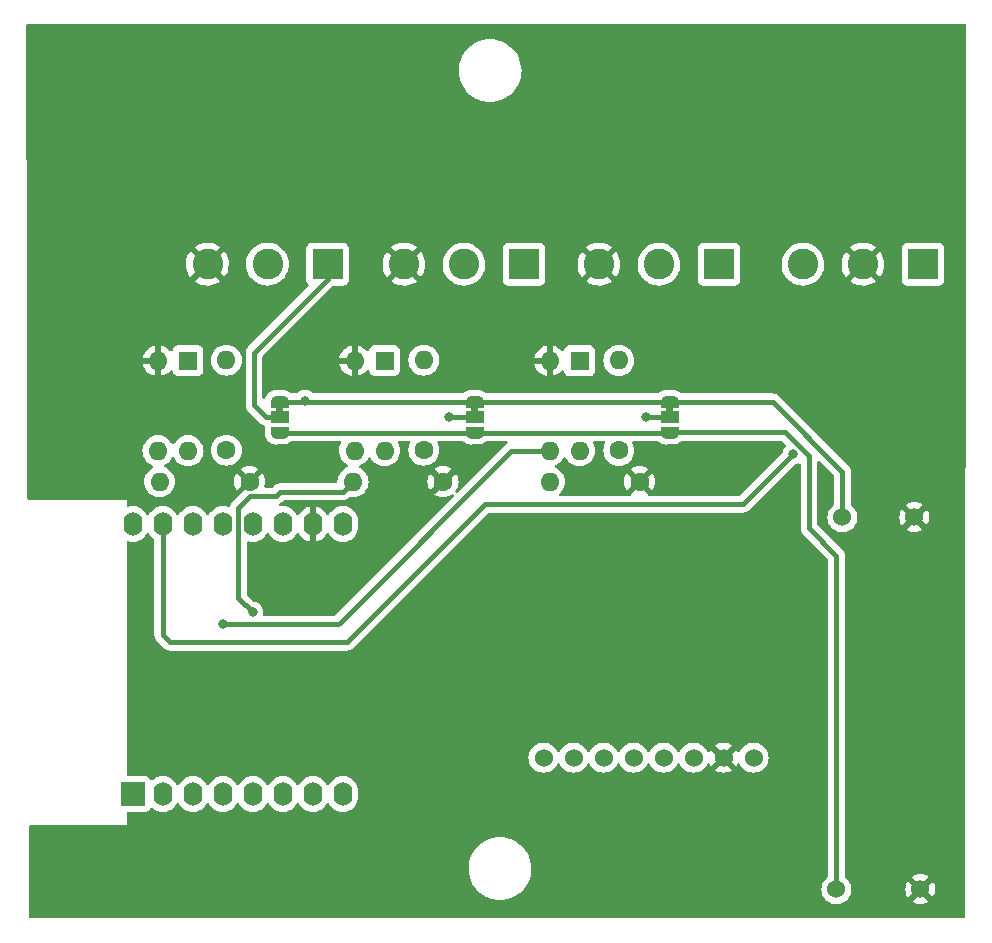
<source format=gbr>
%TF.GenerationSoftware,KiCad,Pcbnew,(6.0.7)*%
%TF.CreationDate,2023-01-04T14:37:49+01:00*%
%TF.ProjectId,s0 interface,73302069-6e74-4657-9266-6163652e6b69,rev?*%
%TF.SameCoordinates,Original*%
%TF.FileFunction,Copper,L2,Bot*%
%TF.FilePolarity,Positive*%
%FSLAX46Y46*%
G04 Gerber Fmt 4.6, Leading zero omitted, Abs format (unit mm)*
G04 Created by KiCad (PCBNEW (6.0.7)) date 2023-01-04 14:37:49*
%MOMM*%
%LPD*%
G01*
G04 APERTURE LIST*
G04 Aperture macros list*
%AMFreePoly0*
4,1,22,0.550000,-0.750000,0.000000,-0.750000,0.000000,-0.745033,-0.079941,-0.743568,-0.215256,-0.701293,-0.333266,-0.622738,-0.424486,-0.514219,-0.481581,-0.384460,-0.499164,-0.250000,-0.500000,-0.250000,-0.500000,0.250000,-0.499164,0.250000,-0.499963,0.256109,-0.478152,0.396186,-0.417904,0.524511,-0.324060,0.630769,-0.204165,0.706417,-0.067858,0.745374,0.000000,0.744959,0.000000,0.750000,
0.550000,0.750000,0.550000,-0.750000,0.550000,-0.750000,$1*%
%AMFreePoly1*
4,1,20,0.000000,0.744959,0.073905,0.744508,0.209726,0.703889,0.328688,0.626782,0.421226,0.519385,0.479903,0.390333,0.500000,0.250000,0.500000,-0.250000,0.499851,-0.262216,0.476331,-0.402017,0.414519,-0.529596,0.319384,-0.634700,0.198574,-0.708877,0.061801,-0.746166,0.000000,-0.745033,0.000000,-0.750000,-0.550000,-0.750000,-0.550000,0.750000,0.000000,0.750000,0.000000,0.744959,
0.000000,0.744959,$1*%
G04 Aperture macros list end*
%TA.AperFunction,ComponentPad*%
%ADD10R,2.600000X2.600000*%
%TD*%
%TA.AperFunction,ComponentPad*%
%ADD11C,2.600000*%
%TD*%
%TA.AperFunction,ComponentPad*%
%ADD12R,1.600000X1.600000*%
%TD*%
%TA.AperFunction,ComponentPad*%
%ADD13O,1.600000X1.600000*%
%TD*%
%TA.AperFunction,ComponentPad*%
%ADD14C,1.524000*%
%TD*%
%TA.AperFunction,ComponentPad*%
%ADD15C,1.600000*%
%TD*%
%TA.AperFunction,ComponentPad*%
%ADD16R,2.000000X2.000000*%
%TD*%
%TA.AperFunction,ComponentPad*%
%ADD17O,1.600000X2.000000*%
%TD*%
%TA.AperFunction,SMDPad,CuDef*%
%ADD18FreePoly0,270.000000*%
%TD*%
%TA.AperFunction,SMDPad,CuDef*%
%ADD19R,1.500000X1.000000*%
%TD*%
%TA.AperFunction,SMDPad,CuDef*%
%ADD20FreePoly1,270.000000*%
%TD*%
%TA.AperFunction,ViaPad*%
%ADD21C,0.800000*%
%TD*%
%TA.AperFunction,Conductor*%
%ADD22C,0.400000*%
%TD*%
G04 APERTURE END LIST*
%TO.C,JP2*%
G36*
X203627000Y-63862000D02*
G01*
X203027000Y-63862000D01*
X203027000Y-63362000D01*
X203627000Y-63362000D01*
X203627000Y-63862000D01*
G37*
%TO.C,JP4*%
G36*
X170607000Y-63862000D02*
G01*
X170007000Y-63862000D01*
X170007000Y-63362000D01*
X170607000Y-63362000D01*
X170607000Y-63862000D01*
G37*
%TO.C,JP3*%
G36*
X187117000Y-63862000D02*
G01*
X186517000Y-63862000D01*
X186517000Y-63362000D01*
X187117000Y-63362000D01*
X187117000Y-63862000D01*
G37*
%TD*%
D10*
%TO.P,P1-input1,1,Pin_1*%
%TO.N,+3.3V*%
X224790000Y-51308000D03*
D11*
%TO.P,P1-input1,2,Pin_2*%
%TO.N,GND*%
X219710000Y-51308000D03*
%TO.P,P1-input1,3,Pin_3*%
%TO.N,Net-(IC1-Pad15)*%
X214630000Y-51308000D03*
%TD*%
D12*
%TO.P,IC6,1*%
%TO.N,Net-(IC6-Pad1)*%
X162561000Y-59482000D03*
D13*
%TO.P,IC6,2*%
%TO.N,GND*%
X160021000Y-59482000D03*
%TO.P,IC6,3*%
%TO.N,Net-(IC1-Pad6)*%
X160021000Y-67102000D03*
%TO.P,IC6,4*%
%TO.N,+3.3V*%
X162561000Y-67102000D03*
%TD*%
D10*
%TO.P,S0-3,1,Pin_1*%
%TO.N,Net-(JP2-Pad2)*%
X207518000Y-51308000D03*
D11*
%TO.P,S0-3,2,Pin_2*%
%TO.N,Net-(R8-Pad2)*%
X202438000Y-51308000D03*
%TO.P,S0-3,3,Pin_3*%
%TO.N,GND*%
X197358000Y-51308000D03*
%TD*%
D10*
%TO.P,S0-2,1,Pin_1*%
%TO.N,Net-(JP3-Pad2)*%
X191008000Y-51308000D03*
D11*
%TO.P,S0-2,2,Pin_2*%
%TO.N,Net-(R9-Pad2)*%
X185928000Y-51308000D03*
%TO.P,S0-2,3,Pin_3*%
%TO.N,GND*%
X180848000Y-51308000D03*
%TD*%
D14*
%TO.P,IC2,1,Pin_1*%
%TO.N,+3.3V*%
X210439000Y-93091000D03*
%TO.P,IC2,2,Pin_2*%
%TO.N,GND*%
X207899000Y-93091000D03*
%TO.P,IC2,3,Pin_3*%
%TO.N,unconnected-(IC2-Pad3)*%
X205359000Y-93091000D03*
%TO.P,IC2,4,Pin_4*%
%TO.N,Net-(IC1-Pad14)*%
X202819000Y-93091000D03*
%TO.P,IC2,5,Pin_5*%
%TO.N,Net-(IC1-Pad13)*%
X200279000Y-93091000D03*
%TO.P,IC2,6,Pin_6*%
%TO.N,unconnected-(IC2-Pad6)*%
X197739000Y-93091000D03*
%TO.P,IC2,7,Pin_7*%
%TO.N,unconnected-(IC2-Pad7)*%
X195199000Y-93091000D03*
%TO.P,IC2,8,Pin_8*%
%TO.N,unconnected-(IC2-Pad8)*%
X192659000Y-93091000D03*
%TD*%
D15*
%TO.P,R10,1*%
%TO.N,Net-(IC6-Pad1)*%
X165811200Y-67056000D03*
D13*
%TO.P,R10,2*%
%TO.N,Net-(R10-Pad2)*%
X165811200Y-59436000D03*
%TD*%
D15*
%TO.P,R8,1*%
%TO.N,Net-(IC4-Pad1)*%
X199034400Y-67081400D03*
D13*
%TO.P,R8,2*%
%TO.N,Net-(R8-Pad2)*%
X199034400Y-59461400D03*
%TD*%
D12*
%TO.P,IC5,1*%
%TO.N,Net-(IC5-Pad1)*%
X179198000Y-59482000D03*
D13*
%TO.P,IC5,2*%
%TO.N,GND*%
X176658000Y-59482000D03*
%TO.P,IC5,3*%
%TO.N,Net-(IC1-Pad5)*%
X176658000Y-67102000D03*
%TO.P,IC5,4*%
%TO.N,+3.3V*%
X179198000Y-67102000D03*
%TD*%
D14*
%TO.P,DC1,1,Pin_1*%
%TO.N,GND*%
X224060000Y-72739000D03*
%TO.P,DC1,2,Pin_2*%
%TO.N,+5V*%
X217964000Y-72739000D03*
%TO.P,DC1,3,Pin_3*%
%TO.N,GND*%
X224568000Y-104235000D03*
%TO.P,DC1,4,Pin_4*%
%TO.N,VCC*%
X217456000Y-104235000D03*
%TD*%
D12*
%TO.P,IC4,1*%
%TO.N,Net-(IC4-Pad1)*%
X195713000Y-59492000D03*
D13*
%TO.P,IC4,2*%
%TO.N,GND*%
X193173000Y-59492000D03*
%TO.P,IC4,3*%
%TO.N,Net-(IC1-Pad4)*%
X193173000Y-67112000D03*
%TO.P,IC4,4*%
%TO.N,+3.3V*%
X195713000Y-67112000D03*
%TD*%
D15*
%TO.P,R9,1*%
%TO.N,Net-(IC5-Pad1)*%
X182524400Y-67056000D03*
D13*
%TO.P,R9,2*%
%TO.N,Net-(R9-Pad2)*%
X182524400Y-59436000D03*
%TD*%
D15*
%TO.P,R3,1*%
%TO.N,GND*%
X167767000Y-69723000D03*
D13*
%TO.P,R3,2*%
%TO.N,Net-(IC1-Pad6)*%
X160147000Y-69723000D03*
%TD*%
D15*
%TO.P,R5,1*%
%TO.N,GND*%
X200787000Y-69723000D03*
D13*
%TO.P,R5,2*%
%TO.N,Net-(IC1-Pad4)*%
X193167000Y-69723000D03*
%TD*%
D15*
%TO.P,R4,1*%
%TO.N,GND*%
X184150000Y-69723000D03*
D13*
%TO.P,R4,2*%
%TO.N,Net-(IC1-Pad5)*%
X176530000Y-69723000D03*
%TD*%
D16*
%TO.P,IC1,1,~{RST}*%
%TO.N,unconnected-(IC1-Pad1)*%
X157886400Y-96162000D03*
D17*
%TO.P,IC1,2,A0*%
%TO.N,unconnected-(IC1-Pad2)*%
X160426400Y-96162000D03*
%TO.P,IC1,3,D0*%
%TO.N,unconnected-(IC1-Pad3)*%
X162966400Y-96162000D03*
%TO.P,IC1,4,SCK/D5*%
%TO.N,Net-(IC1-Pad4)*%
X165506400Y-96162000D03*
%TO.P,IC1,5,MISO/D6*%
%TO.N,Net-(IC1-Pad5)*%
X168046400Y-96162000D03*
%TO.P,IC1,6,MOSI/D7*%
%TO.N,Net-(IC1-Pad6)*%
X170586400Y-96162000D03*
%TO.P,IC1,7,CS/D8*%
%TO.N,unconnected-(IC1-Pad7)*%
X173126400Y-96162000D03*
%TO.P,IC1,8,3V3*%
%TO.N,+3.3V*%
X175666400Y-96162000D03*
%TO.P,IC1,9,5V*%
%TO.N,+5V*%
X175666400Y-73302000D03*
%TO.P,IC1,10,GND*%
%TO.N,GND*%
X173126400Y-73302000D03*
%TO.P,IC1,11,D4*%
%TO.N,unconnected-(IC1-Pad11)*%
X170586400Y-73302000D03*
%TO.P,IC1,12,D3*%
%TO.N,unconnected-(IC1-Pad12)*%
X168046400Y-73302000D03*
%TO.P,IC1,13,SDA/D2*%
%TO.N,Net-(IC1-Pad13)*%
X165506400Y-73302000D03*
%TO.P,IC1,14,SCL/D1*%
%TO.N,Net-(IC1-Pad14)*%
X162966400Y-73302000D03*
%TO.P,IC1,15,RX*%
%TO.N,Net-(IC1-Pad15)*%
X160426400Y-73302000D03*
%TO.P,IC1,16,TX*%
%TO.N,unconnected-(IC1-Pad16)*%
X157886400Y-73302000D03*
%TD*%
D10*
%TO.P,S0-1,1,Pin_1*%
%TO.N,Net-(JP4-Pad2)*%
X174371000Y-51308000D03*
D11*
%TO.P,S0-1,2,Pin_2*%
%TO.N,Net-(R10-Pad2)*%
X169291000Y-51308000D03*
%TO.P,S0-1,3,Pin_3*%
%TO.N,GND*%
X164211000Y-51308000D03*
%TD*%
D18*
%TO.P,JP2,1,A*%
%TO.N,+5V*%
X203327000Y-62962000D03*
D19*
%TO.P,JP2,2,C*%
%TO.N,Net-(JP2-Pad2)*%
X203327000Y-64262000D03*
D20*
%TO.P,JP2,3,B*%
%TO.N,VCC*%
X203327000Y-65562000D03*
%TD*%
D18*
%TO.P,JP4,1,A*%
%TO.N,+5V*%
X170307000Y-62962000D03*
D19*
%TO.P,JP4,2,C*%
%TO.N,Net-(JP4-Pad2)*%
X170307000Y-64262000D03*
D20*
%TO.P,JP4,3,B*%
%TO.N,VCC*%
X170307000Y-65562000D03*
%TD*%
D18*
%TO.P,JP3,1,A*%
%TO.N,+5V*%
X186817000Y-62962000D03*
D19*
%TO.P,JP3,2,C*%
%TO.N,Net-(JP3-Pad2)*%
X186817000Y-64262000D03*
D20*
%TO.P,JP3,3,B*%
%TO.N,VCC*%
X186817000Y-65562000D03*
%TD*%
D21*
%TO.N,Net-(IC1-Pad15)*%
X213810668Y-67367332D03*
%TO.N,Net-(IC1-Pad4)*%
X165481000Y-81788000D03*
%TO.N,Net-(IC1-Pad5)*%
X168021000Y-80772000D03*
%TO.N,+5V*%
X172466000Y-62865000D03*
%TO.N,Net-(JP2-Pad2)*%
X201295000Y-64262000D03*
%TO.N,Net-(JP3-Pad2)*%
X184658000Y-64262000D03*
%TD*%
D22*
%TO.N,Net-(IC1-Pad15)*%
X187706000Y-71628000D02*
X209550000Y-71628000D01*
X209550000Y-71628000D02*
X213810668Y-67367332D01*
X176022000Y-83312000D02*
X187706000Y-71628000D01*
X160426400Y-82702400D02*
X161036000Y-83312000D01*
X160426400Y-73302000D02*
X160426400Y-82702400D01*
X161036000Y-83312000D02*
X176022000Y-83312000D01*
%TO.N,+5V*%
X217964000Y-68866000D02*
X217964000Y-72739000D01*
X212060000Y-62962000D02*
X217964000Y-68866000D01*
X203327000Y-62962000D02*
X212060000Y-62962000D01*
%TO.N,VCC*%
X213106000Y-65532000D02*
X203357000Y-65532000D01*
X215138000Y-67564000D02*
X213106000Y-65532000D01*
X215138000Y-73660000D02*
X215138000Y-67564000D01*
X217456000Y-75978000D02*
X215138000Y-73660000D01*
X203357000Y-65532000D02*
X203327000Y-65562000D01*
X217456000Y-104235000D02*
X217456000Y-75978000D01*
%TO.N,Net-(IC1-Pad4)*%
X175260000Y-81788000D02*
X165481000Y-81788000D01*
X189936000Y-67112000D02*
X175387000Y-81661000D01*
X193173000Y-67112000D02*
X189936000Y-67112000D01*
X175387000Y-81661000D02*
X175260000Y-81788000D01*
%TO.N,Net-(IC1-Pad5)*%
X169976800Y-70942200D02*
X170345000Y-70574000D01*
X175679000Y-70574000D02*
X176530000Y-69723000D01*
X168021000Y-80772000D02*
X166821000Y-79572000D01*
X170345000Y-70574000D02*
X175679000Y-70574000D01*
X166821000Y-79572000D02*
X166821000Y-71913600D01*
X166821000Y-71913600D02*
X167792400Y-70942200D01*
X167792400Y-70942200D02*
X169976800Y-70942200D01*
%TO.N,+5V*%
X186817000Y-62962000D02*
X203327000Y-62962000D01*
X172436000Y-62962000D02*
X186817000Y-62962000D01*
X172436000Y-62962000D02*
X170307000Y-62962000D01*
%TO.N,VCC*%
X170307000Y-65562000D02*
X186817000Y-65562000D01*
X203327000Y-65562000D02*
X186817000Y-65562000D01*
%TO.N,Net-(JP2-Pad2)*%
X203327000Y-64262000D02*
X201295000Y-64262000D01*
%TO.N,Net-(JP3-Pad2)*%
X184658000Y-64262000D02*
X186817000Y-64262000D01*
%TO.N,Net-(JP4-Pad2)*%
X168148000Y-63246000D02*
X169164000Y-64262000D01*
X168148000Y-58796257D02*
X174371000Y-52573257D01*
X168148000Y-58796257D02*
X168148000Y-63246000D01*
X174371000Y-52573257D02*
X174371000Y-51308000D01*
X169164000Y-64262000D02*
X170307000Y-64262000D01*
%TD*%
%TA.AperFunction,Conductor*%
%TO.N,GND*%
G36*
X228414909Y-31008002D02*
G01*
X228461402Y-31061658D01*
X228472788Y-31114211D01*
X228346211Y-106554211D01*
X228326094Y-106622298D01*
X228272361Y-106668701D01*
X228220211Y-106680000D01*
X149224000Y-106680000D01*
X149155879Y-106659998D01*
X149109386Y-106606342D01*
X149098000Y-106554000D01*
X149098000Y-102535485D01*
X186312854Y-102535485D01*
X186313156Y-102539320D01*
X186331108Y-102767417D01*
X186338370Y-102859695D01*
X186403206Y-103178378D01*
X186506398Y-103486784D01*
X186646405Y-103780316D01*
X186821141Y-104054597D01*
X186823584Y-104057560D01*
X186823585Y-104057562D01*
X186973308Y-104239190D01*
X187028001Y-104305538D01*
X187263902Y-104529399D01*
X187525326Y-104722843D01*
X187666851Y-104802914D01*
X187805019Y-104881086D01*
X187805023Y-104881088D01*
X187808376Y-104882985D01*
X188108832Y-105007438D01*
X188212288Y-105036129D01*
X188418500Y-105093317D01*
X188418508Y-105093319D01*
X188422216Y-105094347D01*
X188743856Y-105142416D01*
X188747154Y-105142560D01*
X188858918Y-105147440D01*
X188858922Y-105147440D01*
X188860294Y-105147500D01*
X189058598Y-105147500D01*
X189300605Y-105132698D01*
X189304388Y-105131997D01*
X189304395Y-105131996D01*
X189504459Y-105094916D01*
X189620372Y-105073433D01*
X189829682Y-105007438D01*
X189926860Y-104976798D01*
X189926863Y-104976797D01*
X189930532Y-104975640D01*
X189934029Y-104974046D01*
X189934035Y-104974044D01*
X190222954Y-104842376D01*
X190222958Y-104842374D01*
X190226462Y-104840777D01*
X190503751Y-104670854D01*
X190506755Y-104668464D01*
X190506760Y-104668461D01*
X190631008Y-104569629D01*
X190758264Y-104468405D01*
X190760958Y-104465664D01*
X190760962Y-104465660D01*
X190983513Y-104239190D01*
X190983517Y-104239185D01*
X190986208Y-104236447D01*
X191184185Y-103978439D01*
X191349242Y-103698227D01*
X191478920Y-103399988D01*
X191571285Y-103088169D01*
X191624961Y-102767417D01*
X191639146Y-102442515D01*
X191626388Y-102280410D01*
X191613932Y-102122140D01*
X191613932Y-102122137D01*
X191613630Y-102118305D01*
X191548794Y-101799622D01*
X191445602Y-101491216D01*
X191305595Y-101197684D01*
X191130859Y-100923403D01*
X190983470Y-100744606D01*
X190926442Y-100675425D01*
X190926438Y-100675420D01*
X190923999Y-100672462D01*
X190688098Y-100448601D01*
X190426674Y-100255157D01*
X190221781Y-100139234D01*
X190146981Y-100096914D01*
X190146977Y-100096912D01*
X190143624Y-100095015D01*
X189843168Y-99970562D01*
X189739712Y-99941871D01*
X189533500Y-99884683D01*
X189533492Y-99884681D01*
X189529784Y-99883653D01*
X189208144Y-99835584D01*
X189204846Y-99835440D01*
X189093082Y-99830560D01*
X189093078Y-99830560D01*
X189091706Y-99830500D01*
X188893402Y-99830500D01*
X188651395Y-99845302D01*
X188647612Y-99846003D01*
X188647605Y-99846004D01*
X188491512Y-99874934D01*
X188331628Y-99904567D01*
X188147058Y-99962762D01*
X188025140Y-100001202D01*
X188025137Y-100001203D01*
X188021468Y-100002360D01*
X188017971Y-100003954D01*
X188017965Y-100003956D01*
X187729046Y-100135624D01*
X187729042Y-100135626D01*
X187725538Y-100137223D01*
X187448249Y-100307146D01*
X187445245Y-100309536D01*
X187445240Y-100309539D01*
X187320993Y-100408370D01*
X187193736Y-100509595D01*
X187191042Y-100512336D01*
X187191038Y-100512340D01*
X186968487Y-100738810D01*
X186968483Y-100738815D01*
X186965792Y-100741553D01*
X186767815Y-100999561D01*
X186602758Y-101279773D01*
X186473080Y-101578012D01*
X186380715Y-101889831D01*
X186327039Y-102210583D01*
X186312854Y-102535485D01*
X149098000Y-102535485D01*
X149098000Y-98932000D01*
X149118002Y-98863879D01*
X149171658Y-98817386D01*
X149224000Y-98806000D01*
X157353000Y-98806000D01*
X157353000Y-97796500D01*
X157373002Y-97728379D01*
X157426658Y-97681886D01*
X157479000Y-97670500D01*
X158934534Y-97670500D01*
X158996716Y-97663745D01*
X159133105Y-97612615D01*
X159249661Y-97525261D01*
X159337015Y-97408705D01*
X159346190Y-97384232D01*
X159388831Y-97327467D01*
X159455392Y-97302766D01*
X159524741Y-97317973D01*
X159553267Y-97339365D01*
X159582100Y-97368198D01*
X159586608Y-97371355D01*
X159586611Y-97371357D01*
X159627936Y-97400293D01*
X159769651Y-97499523D01*
X159774633Y-97501846D01*
X159774638Y-97501849D01*
X159972175Y-97593961D01*
X159977157Y-97596284D01*
X159982465Y-97597706D01*
X159982467Y-97597707D01*
X160192998Y-97654119D01*
X160193000Y-97654119D01*
X160198313Y-97655543D01*
X160426400Y-97675498D01*
X160654487Y-97655543D01*
X160659800Y-97654119D01*
X160659802Y-97654119D01*
X160870333Y-97597707D01*
X160870335Y-97597706D01*
X160875643Y-97596284D01*
X160880625Y-97593961D01*
X161078162Y-97501849D01*
X161078167Y-97501846D01*
X161083149Y-97499523D01*
X161224864Y-97400293D01*
X161266189Y-97371357D01*
X161266192Y-97371355D01*
X161270700Y-97368198D01*
X161432598Y-97206300D01*
X161563923Y-97018749D01*
X161566246Y-97013767D01*
X161566249Y-97013762D01*
X161582205Y-96979543D01*
X161629122Y-96926258D01*
X161697399Y-96906797D01*
X161765359Y-96927339D01*
X161810595Y-96979543D01*
X161826551Y-97013762D01*
X161826554Y-97013767D01*
X161828877Y-97018749D01*
X161960202Y-97206300D01*
X162122100Y-97368198D01*
X162126608Y-97371355D01*
X162126611Y-97371357D01*
X162167936Y-97400293D01*
X162309651Y-97499523D01*
X162314633Y-97501846D01*
X162314638Y-97501849D01*
X162512175Y-97593961D01*
X162517157Y-97596284D01*
X162522465Y-97597706D01*
X162522467Y-97597707D01*
X162732998Y-97654119D01*
X162733000Y-97654119D01*
X162738313Y-97655543D01*
X162966400Y-97675498D01*
X163194487Y-97655543D01*
X163199800Y-97654119D01*
X163199802Y-97654119D01*
X163410333Y-97597707D01*
X163410335Y-97597706D01*
X163415643Y-97596284D01*
X163420625Y-97593961D01*
X163618162Y-97501849D01*
X163618167Y-97501846D01*
X163623149Y-97499523D01*
X163764864Y-97400293D01*
X163806189Y-97371357D01*
X163806192Y-97371355D01*
X163810700Y-97368198D01*
X163972598Y-97206300D01*
X164103923Y-97018749D01*
X164106246Y-97013767D01*
X164106249Y-97013762D01*
X164122205Y-96979543D01*
X164169122Y-96926258D01*
X164237399Y-96906797D01*
X164305359Y-96927339D01*
X164350595Y-96979543D01*
X164366551Y-97013762D01*
X164366554Y-97013767D01*
X164368877Y-97018749D01*
X164500202Y-97206300D01*
X164662100Y-97368198D01*
X164666608Y-97371355D01*
X164666611Y-97371357D01*
X164707936Y-97400293D01*
X164849651Y-97499523D01*
X164854633Y-97501846D01*
X164854638Y-97501849D01*
X165052175Y-97593961D01*
X165057157Y-97596284D01*
X165062465Y-97597706D01*
X165062467Y-97597707D01*
X165272998Y-97654119D01*
X165273000Y-97654119D01*
X165278313Y-97655543D01*
X165506400Y-97675498D01*
X165734487Y-97655543D01*
X165739800Y-97654119D01*
X165739802Y-97654119D01*
X165950333Y-97597707D01*
X165950335Y-97597706D01*
X165955643Y-97596284D01*
X165960625Y-97593961D01*
X166158162Y-97501849D01*
X166158167Y-97501846D01*
X166163149Y-97499523D01*
X166304864Y-97400293D01*
X166346189Y-97371357D01*
X166346192Y-97371355D01*
X166350700Y-97368198D01*
X166512598Y-97206300D01*
X166643923Y-97018749D01*
X166646246Y-97013767D01*
X166646249Y-97013762D01*
X166662205Y-96979543D01*
X166709122Y-96926258D01*
X166777399Y-96906797D01*
X166845359Y-96927339D01*
X166890595Y-96979543D01*
X166906551Y-97013762D01*
X166906554Y-97013767D01*
X166908877Y-97018749D01*
X167040202Y-97206300D01*
X167202100Y-97368198D01*
X167206608Y-97371355D01*
X167206611Y-97371357D01*
X167247936Y-97400293D01*
X167389651Y-97499523D01*
X167394633Y-97501846D01*
X167394638Y-97501849D01*
X167592175Y-97593961D01*
X167597157Y-97596284D01*
X167602465Y-97597706D01*
X167602467Y-97597707D01*
X167812998Y-97654119D01*
X167813000Y-97654119D01*
X167818313Y-97655543D01*
X168046400Y-97675498D01*
X168274487Y-97655543D01*
X168279800Y-97654119D01*
X168279802Y-97654119D01*
X168490333Y-97597707D01*
X168490335Y-97597706D01*
X168495643Y-97596284D01*
X168500625Y-97593961D01*
X168698162Y-97501849D01*
X168698167Y-97501846D01*
X168703149Y-97499523D01*
X168844864Y-97400293D01*
X168886189Y-97371357D01*
X168886192Y-97371355D01*
X168890700Y-97368198D01*
X169052598Y-97206300D01*
X169183923Y-97018749D01*
X169186246Y-97013767D01*
X169186249Y-97013762D01*
X169202205Y-96979543D01*
X169249122Y-96926258D01*
X169317399Y-96906797D01*
X169385359Y-96927339D01*
X169430595Y-96979543D01*
X169446551Y-97013762D01*
X169446554Y-97013767D01*
X169448877Y-97018749D01*
X169580202Y-97206300D01*
X169742100Y-97368198D01*
X169746608Y-97371355D01*
X169746611Y-97371357D01*
X169787936Y-97400293D01*
X169929651Y-97499523D01*
X169934633Y-97501846D01*
X169934638Y-97501849D01*
X170132175Y-97593961D01*
X170137157Y-97596284D01*
X170142465Y-97597706D01*
X170142467Y-97597707D01*
X170352998Y-97654119D01*
X170353000Y-97654119D01*
X170358313Y-97655543D01*
X170586400Y-97675498D01*
X170814487Y-97655543D01*
X170819800Y-97654119D01*
X170819802Y-97654119D01*
X171030333Y-97597707D01*
X171030335Y-97597706D01*
X171035643Y-97596284D01*
X171040625Y-97593961D01*
X171238162Y-97501849D01*
X171238167Y-97501846D01*
X171243149Y-97499523D01*
X171384864Y-97400293D01*
X171426189Y-97371357D01*
X171426192Y-97371355D01*
X171430700Y-97368198D01*
X171592598Y-97206300D01*
X171723923Y-97018749D01*
X171726246Y-97013767D01*
X171726249Y-97013762D01*
X171742205Y-96979543D01*
X171789122Y-96926258D01*
X171857399Y-96906797D01*
X171925359Y-96927339D01*
X171970595Y-96979543D01*
X171986551Y-97013762D01*
X171986554Y-97013767D01*
X171988877Y-97018749D01*
X172120202Y-97206300D01*
X172282100Y-97368198D01*
X172286608Y-97371355D01*
X172286611Y-97371357D01*
X172327936Y-97400293D01*
X172469651Y-97499523D01*
X172474633Y-97501846D01*
X172474638Y-97501849D01*
X172672175Y-97593961D01*
X172677157Y-97596284D01*
X172682465Y-97597706D01*
X172682467Y-97597707D01*
X172892998Y-97654119D01*
X172893000Y-97654119D01*
X172898313Y-97655543D01*
X173126400Y-97675498D01*
X173354487Y-97655543D01*
X173359800Y-97654119D01*
X173359802Y-97654119D01*
X173570333Y-97597707D01*
X173570335Y-97597706D01*
X173575643Y-97596284D01*
X173580625Y-97593961D01*
X173778162Y-97501849D01*
X173778167Y-97501846D01*
X173783149Y-97499523D01*
X173924864Y-97400293D01*
X173966189Y-97371357D01*
X173966192Y-97371355D01*
X173970700Y-97368198D01*
X174132598Y-97206300D01*
X174263923Y-97018749D01*
X174266246Y-97013767D01*
X174266249Y-97013762D01*
X174282205Y-96979543D01*
X174329122Y-96926258D01*
X174397399Y-96906797D01*
X174465359Y-96927339D01*
X174510595Y-96979543D01*
X174526551Y-97013762D01*
X174526554Y-97013767D01*
X174528877Y-97018749D01*
X174660202Y-97206300D01*
X174822100Y-97368198D01*
X174826608Y-97371355D01*
X174826611Y-97371357D01*
X174867936Y-97400293D01*
X175009651Y-97499523D01*
X175014633Y-97501846D01*
X175014638Y-97501849D01*
X175212175Y-97593961D01*
X175217157Y-97596284D01*
X175222465Y-97597706D01*
X175222467Y-97597707D01*
X175432998Y-97654119D01*
X175433000Y-97654119D01*
X175438313Y-97655543D01*
X175666400Y-97675498D01*
X175894487Y-97655543D01*
X175899800Y-97654119D01*
X175899802Y-97654119D01*
X176110333Y-97597707D01*
X176110335Y-97597706D01*
X176115643Y-97596284D01*
X176120625Y-97593961D01*
X176318162Y-97501849D01*
X176318167Y-97501846D01*
X176323149Y-97499523D01*
X176464864Y-97400293D01*
X176506189Y-97371357D01*
X176506192Y-97371355D01*
X176510700Y-97368198D01*
X176672598Y-97206300D01*
X176803923Y-97018749D01*
X176806246Y-97013767D01*
X176806249Y-97013762D01*
X176898361Y-96816225D01*
X176898361Y-96816224D01*
X176900684Y-96811243D01*
X176959943Y-96590087D01*
X176974900Y-96419127D01*
X176974900Y-95904873D01*
X176959943Y-95733913D01*
X176900684Y-95512757D01*
X176822205Y-95344457D01*
X176806249Y-95310238D01*
X176806246Y-95310233D01*
X176803923Y-95305251D01*
X176672598Y-95117700D01*
X176510700Y-94955802D01*
X176506192Y-94952645D01*
X176506189Y-94952643D01*
X176428011Y-94897902D01*
X176323149Y-94824477D01*
X176318167Y-94822154D01*
X176318162Y-94822151D01*
X176120625Y-94730039D01*
X176120624Y-94730039D01*
X176115643Y-94727716D01*
X176110335Y-94726294D01*
X176110333Y-94726293D01*
X175899802Y-94669881D01*
X175899800Y-94669881D01*
X175894487Y-94668457D01*
X175666400Y-94648502D01*
X175438313Y-94668457D01*
X175433000Y-94669881D01*
X175432998Y-94669881D01*
X175222467Y-94726293D01*
X175222465Y-94726294D01*
X175217157Y-94727716D01*
X175212176Y-94730039D01*
X175212175Y-94730039D01*
X175014638Y-94822151D01*
X175014633Y-94822154D01*
X175009651Y-94824477D01*
X174904789Y-94897902D01*
X174826611Y-94952643D01*
X174826608Y-94952645D01*
X174822100Y-94955802D01*
X174660202Y-95117700D01*
X174528877Y-95305251D01*
X174526554Y-95310233D01*
X174526551Y-95310238D01*
X174510595Y-95344457D01*
X174463678Y-95397742D01*
X174395401Y-95417203D01*
X174327441Y-95396661D01*
X174282205Y-95344457D01*
X174266249Y-95310238D01*
X174266246Y-95310233D01*
X174263923Y-95305251D01*
X174132598Y-95117700D01*
X173970700Y-94955802D01*
X173966192Y-94952645D01*
X173966189Y-94952643D01*
X173888011Y-94897902D01*
X173783149Y-94824477D01*
X173778167Y-94822154D01*
X173778162Y-94822151D01*
X173580625Y-94730039D01*
X173580624Y-94730039D01*
X173575643Y-94727716D01*
X173570335Y-94726294D01*
X173570333Y-94726293D01*
X173359802Y-94669881D01*
X173359800Y-94669881D01*
X173354487Y-94668457D01*
X173126400Y-94648502D01*
X172898313Y-94668457D01*
X172893000Y-94669881D01*
X172892998Y-94669881D01*
X172682467Y-94726293D01*
X172682465Y-94726294D01*
X172677157Y-94727716D01*
X172672176Y-94730039D01*
X172672175Y-94730039D01*
X172474638Y-94822151D01*
X172474633Y-94822154D01*
X172469651Y-94824477D01*
X172364789Y-94897902D01*
X172286611Y-94952643D01*
X172286608Y-94952645D01*
X172282100Y-94955802D01*
X172120202Y-95117700D01*
X171988877Y-95305251D01*
X171986554Y-95310233D01*
X171986551Y-95310238D01*
X171970595Y-95344457D01*
X171923678Y-95397742D01*
X171855401Y-95417203D01*
X171787441Y-95396661D01*
X171742205Y-95344457D01*
X171726249Y-95310238D01*
X171726246Y-95310233D01*
X171723923Y-95305251D01*
X171592598Y-95117700D01*
X171430700Y-94955802D01*
X171426192Y-94952645D01*
X171426189Y-94952643D01*
X171348011Y-94897902D01*
X171243149Y-94824477D01*
X171238167Y-94822154D01*
X171238162Y-94822151D01*
X171040625Y-94730039D01*
X171040624Y-94730039D01*
X171035643Y-94727716D01*
X171030335Y-94726294D01*
X171030333Y-94726293D01*
X170819802Y-94669881D01*
X170819800Y-94669881D01*
X170814487Y-94668457D01*
X170586400Y-94648502D01*
X170358313Y-94668457D01*
X170353000Y-94669881D01*
X170352998Y-94669881D01*
X170142467Y-94726293D01*
X170142465Y-94726294D01*
X170137157Y-94727716D01*
X170132176Y-94730039D01*
X170132175Y-94730039D01*
X169934638Y-94822151D01*
X169934633Y-94822154D01*
X169929651Y-94824477D01*
X169824789Y-94897902D01*
X169746611Y-94952643D01*
X169746608Y-94952645D01*
X169742100Y-94955802D01*
X169580202Y-95117700D01*
X169448877Y-95305251D01*
X169446554Y-95310233D01*
X169446551Y-95310238D01*
X169430595Y-95344457D01*
X169383678Y-95397742D01*
X169315401Y-95417203D01*
X169247441Y-95396661D01*
X169202205Y-95344457D01*
X169186249Y-95310238D01*
X169186246Y-95310233D01*
X169183923Y-95305251D01*
X169052598Y-95117700D01*
X168890700Y-94955802D01*
X168886192Y-94952645D01*
X168886189Y-94952643D01*
X168808011Y-94897902D01*
X168703149Y-94824477D01*
X168698167Y-94822154D01*
X168698162Y-94822151D01*
X168500625Y-94730039D01*
X168500624Y-94730039D01*
X168495643Y-94727716D01*
X168490335Y-94726294D01*
X168490333Y-94726293D01*
X168279802Y-94669881D01*
X168279800Y-94669881D01*
X168274487Y-94668457D01*
X168046400Y-94648502D01*
X167818313Y-94668457D01*
X167813000Y-94669881D01*
X167812998Y-94669881D01*
X167602467Y-94726293D01*
X167602465Y-94726294D01*
X167597157Y-94727716D01*
X167592176Y-94730039D01*
X167592175Y-94730039D01*
X167394638Y-94822151D01*
X167394633Y-94822154D01*
X167389651Y-94824477D01*
X167284789Y-94897902D01*
X167206611Y-94952643D01*
X167206608Y-94952645D01*
X167202100Y-94955802D01*
X167040202Y-95117700D01*
X166908877Y-95305251D01*
X166906554Y-95310233D01*
X166906551Y-95310238D01*
X166890595Y-95344457D01*
X166843678Y-95397742D01*
X166775401Y-95417203D01*
X166707441Y-95396661D01*
X166662205Y-95344457D01*
X166646249Y-95310238D01*
X166646246Y-95310233D01*
X166643923Y-95305251D01*
X166512598Y-95117700D01*
X166350700Y-94955802D01*
X166346192Y-94952645D01*
X166346189Y-94952643D01*
X166268011Y-94897902D01*
X166163149Y-94824477D01*
X166158167Y-94822154D01*
X166158162Y-94822151D01*
X165960625Y-94730039D01*
X165960624Y-94730039D01*
X165955643Y-94727716D01*
X165950335Y-94726294D01*
X165950333Y-94726293D01*
X165739802Y-94669881D01*
X165739800Y-94669881D01*
X165734487Y-94668457D01*
X165506400Y-94648502D01*
X165278313Y-94668457D01*
X165273000Y-94669881D01*
X165272998Y-94669881D01*
X165062467Y-94726293D01*
X165062465Y-94726294D01*
X165057157Y-94727716D01*
X165052176Y-94730039D01*
X165052175Y-94730039D01*
X164854638Y-94822151D01*
X164854633Y-94822154D01*
X164849651Y-94824477D01*
X164744789Y-94897902D01*
X164666611Y-94952643D01*
X164666608Y-94952645D01*
X164662100Y-94955802D01*
X164500202Y-95117700D01*
X164368877Y-95305251D01*
X164366554Y-95310233D01*
X164366551Y-95310238D01*
X164350595Y-95344457D01*
X164303678Y-95397742D01*
X164235401Y-95417203D01*
X164167441Y-95396661D01*
X164122205Y-95344457D01*
X164106249Y-95310238D01*
X164106246Y-95310233D01*
X164103923Y-95305251D01*
X163972598Y-95117700D01*
X163810700Y-94955802D01*
X163806192Y-94952645D01*
X163806189Y-94952643D01*
X163728011Y-94897902D01*
X163623149Y-94824477D01*
X163618167Y-94822154D01*
X163618162Y-94822151D01*
X163420625Y-94730039D01*
X163420624Y-94730039D01*
X163415643Y-94727716D01*
X163410335Y-94726294D01*
X163410333Y-94726293D01*
X163199802Y-94669881D01*
X163199800Y-94669881D01*
X163194487Y-94668457D01*
X162966400Y-94648502D01*
X162738313Y-94668457D01*
X162733000Y-94669881D01*
X162732998Y-94669881D01*
X162522467Y-94726293D01*
X162522465Y-94726294D01*
X162517157Y-94727716D01*
X162512176Y-94730039D01*
X162512175Y-94730039D01*
X162314638Y-94822151D01*
X162314633Y-94822154D01*
X162309651Y-94824477D01*
X162204789Y-94897902D01*
X162126611Y-94952643D01*
X162126608Y-94952645D01*
X162122100Y-94955802D01*
X161960202Y-95117700D01*
X161828877Y-95305251D01*
X161826554Y-95310233D01*
X161826551Y-95310238D01*
X161810595Y-95344457D01*
X161763678Y-95397742D01*
X161695401Y-95417203D01*
X161627441Y-95396661D01*
X161582205Y-95344457D01*
X161566249Y-95310238D01*
X161566246Y-95310233D01*
X161563923Y-95305251D01*
X161432598Y-95117700D01*
X161270700Y-94955802D01*
X161266192Y-94952645D01*
X161266189Y-94952643D01*
X161188011Y-94897902D01*
X161083149Y-94824477D01*
X161078167Y-94822154D01*
X161078162Y-94822151D01*
X160880625Y-94730039D01*
X160880624Y-94730039D01*
X160875643Y-94727716D01*
X160870335Y-94726294D01*
X160870333Y-94726293D01*
X160659802Y-94669881D01*
X160659800Y-94669881D01*
X160654487Y-94668457D01*
X160426400Y-94648502D01*
X160198313Y-94668457D01*
X160193000Y-94669881D01*
X160192998Y-94669881D01*
X159982467Y-94726293D01*
X159982465Y-94726294D01*
X159977157Y-94727716D01*
X159972176Y-94730039D01*
X159972175Y-94730039D01*
X159774638Y-94822151D01*
X159774633Y-94822154D01*
X159769651Y-94824477D01*
X159664789Y-94897902D01*
X159586611Y-94952643D01*
X159586608Y-94952645D01*
X159582100Y-94955802D01*
X159553267Y-94984635D01*
X159490955Y-95018661D01*
X159420140Y-95013596D01*
X159363304Y-94971049D01*
X159346190Y-94939768D01*
X159340169Y-94923707D01*
X159340167Y-94923704D01*
X159337015Y-94915295D01*
X159249661Y-94798739D01*
X159133105Y-94711385D01*
X158996716Y-94660255D01*
X158934534Y-94653500D01*
X157479000Y-94653500D01*
X157410879Y-94633498D01*
X157364386Y-94579842D01*
X157353000Y-94527500D01*
X157353000Y-93091000D01*
X191383647Y-93091000D01*
X191403022Y-93312463D01*
X191460560Y-93527196D01*
X191462882Y-93532177D01*
X191462883Y-93532178D01*
X191552186Y-93723689D01*
X191552189Y-93723694D01*
X191554512Y-93728676D01*
X191557668Y-93733183D01*
X191557669Y-93733185D01*
X191594107Y-93785223D01*
X191682023Y-93910781D01*
X191839219Y-94067977D01*
X191843727Y-94071134D01*
X191843730Y-94071136D01*
X191919495Y-94124187D01*
X192021323Y-94195488D01*
X192026305Y-94197811D01*
X192026310Y-94197814D01*
X192216810Y-94286645D01*
X192222804Y-94289440D01*
X192228112Y-94290862D01*
X192228114Y-94290863D01*
X192293949Y-94308503D01*
X192437537Y-94346978D01*
X192659000Y-94366353D01*
X192880463Y-94346978D01*
X193024051Y-94308503D01*
X193089886Y-94290863D01*
X193089888Y-94290862D01*
X193095196Y-94289440D01*
X193101190Y-94286645D01*
X193291690Y-94197814D01*
X193291695Y-94197811D01*
X193296677Y-94195488D01*
X193398505Y-94124187D01*
X193474270Y-94071136D01*
X193474273Y-94071134D01*
X193478781Y-94067977D01*
X193635977Y-93910781D01*
X193723894Y-93785223D01*
X193760331Y-93733185D01*
X193760332Y-93733183D01*
X193763488Y-93728676D01*
X193765811Y-93723694D01*
X193765814Y-93723689D01*
X193814805Y-93618627D01*
X193861723Y-93565342D01*
X193930000Y-93545881D01*
X193997960Y-93566423D01*
X194043195Y-93618627D01*
X194092186Y-93723689D01*
X194092189Y-93723694D01*
X194094512Y-93728676D01*
X194097668Y-93733183D01*
X194097669Y-93733185D01*
X194134107Y-93785223D01*
X194222023Y-93910781D01*
X194379219Y-94067977D01*
X194383727Y-94071134D01*
X194383730Y-94071136D01*
X194459495Y-94124187D01*
X194561323Y-94195488D01*
X194566305Y-94197811D01*
X194566310Y-94197814D01*
X194756810Y-94286645D01*
X194762804Y-94289440D01*
X194768112Y-94290862D01*
X194768114Y-94290863D01*
X194833949Y-94308503D01*
X194977537Y-94346978D01*
X195199000Y-94366353D01*
X195420463Y-94346978D01*
X195564051Y-94308503D01*
X195629886Y-94290863D01*
X195629888Y-94290862D01*
X195635196Y-94289440D01*
X195641190Y-94286645D01*
X195831690Y-94197814D01*
X195831695Y-94197811D01*
X195836677Y-94195488D01*
X195938505Y-94124187D01*
X196014270Y-94071136D01*
X196014273Y-94071134D01*
X196018781Y-94067977D01*
X196175977Y-93910781D01*
X196263894Y-93785223D01*
X196300331Y-93733185D01*
X196300332Y-93733183D01*
X196303488Y-93728676D01*
X196305811Y-93723694D01*
X196305814Y-93723689D01*
X196354805Y-93618627D01*
X196401723Y-93565342D01*
X196470000Y-93545881D01*
X196537960Y-93566423D01*
X196583195Y-93618627D01*
X196632186Y-93723689D01*
X196632189Y-93723694D01*
X196634512Y-93728676D01*
X196637668Y-93733183D01*
X196637669Y-93733185D01*
X196674107Y-93785223D01*
X196762023Y-93910781D01*
X196919219Y-94067977D01*
X196923727Y-94071134D01*
X196923730Y-94071136D01*
X196999495Y-94124187D01*
X197101323Y-94195488D01*
X197106305Y-94197811D01*
X197106310Y-94197814D01*
X197296810Y-94286645D01*
X197302804Y-94289440D01*
X197308112Y-94290862D01*
X197308114Y-94290863D01*
X197373949Y-94308503D01*
X197517537Y-94346978D01*
X197739000Y-94366353D01*
X197960463Y-94346978D01*
X198104051Y-94308503D01*
X198169886Y-94290863D01*
X198169888Y-94290862D01*
X198175196Y-94289440D01*
X198181190Y-94286645D01*
X198371690Y-94197814D01*
X198371695Y-94197811D01*
X198376677Y-94195488D01*
X198478505Y-94124187D01*
X198554270Y-94071136D01*
X198554273Y-94071134D01*
X198558781Y-94067977D01*
X198715977Y-93910781D01*
X198803894Y-93785223D01*
X198840331Y-93733185D01*
X198840332Y-93733183D01*
X198843488Y-93728676D01*
X198845811Y-93723694D01*
X198845814Y-93723689D01*
X198894805Y-93618627D01*
X198941723Y-93565342D01*
X199010000Y-93545881D01*
X199077960Y-93566423D01*
X199123195Y-93618627D01*
X199172186Y-93723689D01*
X199172189Y-93723694D01*
X199174512Y-93728676D01*
X199177668Y-93733183D01*
X199177669Y-93733185D01*
X199214107Y-93785223D01*
X199302023Y-93910781D01*
X199459219Y-94067977D01*
X199463727Y-94071134D01*
X199463730Y-94071136D01*
X199539495Y-94124187D01*
X199641323Y-94195488D01*
X199646305Y-94197811D01*
X199646310Y-94197814D01*
X199836810Y-94286645D01*
X199842804Y-94289440D01*
X199848112Y-94290862D01*
X199848114Y-94290863D01*
X199913949Y-94308503D01*
X200057537Y-94346978D01*
X200279000Y-94366353D01*
X200500463Y-94346978D01*
X200644051Y-94308503D01*
X200709886Y-94290863D01*
X200709888Y-94290862D01*
X200715196Y-94289440D01*
X200721190Y-94286645D01*
X200911690Y-94197814D01*
X200911695Y-94197811D01*
X200916677Y-94195488D01*
X201018505Y-94124187D01*
X201094270Y-94071136D01*
X201094273Y-94071134D01*
X201098781Y-94067977D01*
X201255977Y-93910781D01*
X201343894Y-93785223D01*
X201380331Y-93733185D01*
X201380332Y-93733183D01*
X201383488Y-93728676D01*
X201385811Y-93723694D01*
X201385814Y-93723689D01*
X201434805Y-93618627D01*
X201481723Y-93565342D01*
X201550000Y-93545881D01*
X201617960Y-93566423D01*
X201663195Y-93618627D01*
X201712186Y-93723689D01*
X201712189Y-93723694D01*
X201714512Y-93728676D01*
X201717668Y-93733183D01*
X201717669Y-93733185D01*
X201754107Y-93785223D01*
X201842023Y-93910781D01*
X201999219Y-94067977D01*
X202003727Y-94071134D01*
X202003730Y-94071136D01*
X202079495Y-94124187D01*
X202181323Y-94195488D01*
X202186305Y-94197811D01*
X202186310Y-94197814D01*
X202376810Y-94286645D01*
X202382804Y-94289440D01*
X202388112Y-94290862D01*
X202388114Y-94290863D01*
X202453949Y-94308503D01*
X202597537Y-94346978D01*
X202819000Y-94366353D01*
X203040463Y-94346978D01*
X203184051Y-94308503D01*
X203249886Y-94290863D01*
X203249888Y-94290862D01*
X203255196Y-94289440D01*
X203261190Y-94286645D01*
X203451690Y-94197814D01*
X203451695Y-94197811D01*
X203456677Y-94195488D01*
X203558505Y-94124187D01*
X203634270Y-94071136D01*
X203634273Y-94071134D01*
X203638781Y-94067977D01*
X203795977Y-93910781D01*
X203883894Y-93785223D01*
X203920331Y-93733185D01*
X203920332Y-93733183D01*
X203923488Y-93728676D01*
X203925811Y-93723694D01*
X203925814Y-93723689D01*
X203974805Y-93618627D01*
X204021723Y-93565342D01*
X204090000Y-93545881D01*
X204157960Y-93566423D01*
X204203195Y-93618627D01*
X204252186Y-93723689D01*
X204252189Y-93723694D01*
X204254512Y-93728676D01*
X204257668Y-93733183D01*
X204257669Y-93733185D01*
X204294107Y-93785223D01*
X204382023Y-93910781D01*
X204539219Y-94067977D01*
X204543727Y-94071134D01*
X204543730Y-94071136D01*
X204619495Y-94124187D01*
X204721323Y-94195488D01*
X204726305Y-94197811D01*
X204726310Y-94197814D01*
X204916810Y-94286645D01*
X204922804Y-94289440D01*
X204928112Y-94290862D01*
X204928114Y-94290863D01*
X204993949Y-94308503D01*
X205137537Y-94346978D01*
X205359000Y-94366353D01*
X205580463Y-94346978D01*
X205724051Y-94308503D01*
X205789886Y-94290863D01*
X205789888Y-94290862D01*
X205795196Y-94289440D01*
X205801190Y-94286645D01*
X205991690Y-94197814D01*
X205991695Y-94197811D01*
X205996677Y-94195488D01*
X206061959Y-94149777D01*
X207204777Y-94149777D01*
X207214074Y-94161793D01*
X207257069Y-94191898D01*
X207266555Y-94197376D01*
X207457993Y-94286645D01*
X207468285Y-94290391D01*
X207672309Y-94345059D01*
X207683104Y-94346962D01*
X207893525Y-94365372D01*
X207904475Y-94365372D01*
X208114896Y-94346962D01*
X208125691Y-94345059D01*
X208329715Y-94290391D01*
X208340007Y-94286645D01*
X208531445Y-94197376D01*
X208540931Y-94191898D01*
X208584764Y-94161207D01*
X208593139Y-94150729D01*
X208586071Y-94137281D01*
X207911812Y-93463022D01*
X207897868Y-93455408D01*
X207896035Y-93455539D01*
X207889420Y-93459790D01*
X207211207Y-94138003D01*
X207204777Y-94149777D01*
X206061959Y-94149777D01*
X206098505Y-94124187D01*
X206174270Y-94071136D01*
X206174273Y-94071134D01*
X206178781Y-94067977D01*
X206335977Y-93910781D01*
X206423894Y-93785223D01*
X206460331Y-93733185D01*
X206460332Y-93733183D01*
X206463488Y-93728676D01*
X206465811Y-93723694D01*
X206465814Y-93723689D01*
X206515081Y-93618035D01*
X206561999Y-93564750D01*
X206630276Y-93545289D01*
X206698236Y-93565831D01*
X206743471Y-93618035D01*
X206792623Y-93723441D01*
X206798103Y-93732932D01*
X206828794Y-93776765D01*
X206839271Y-93785140D01*
X206852718Y-93778072D01*
X207526978Y-93103812D01*
X207533356Y-93092132D01*
X208263408Y-93092132D01*
X208263539Y-93093965D01*
X208267790Y-93100580D01*
X208946003Y-93778793D01*
X208957777Y-93785223D01*
X208969793Y-93775926D01*
X208999897Y-93732932D01*
X209005377Y-93723441D01*
X209054529Y-93618035D01*
X209101447Y-93564750D01*
X209169724Y-93545289D01*
X209237684Y-93565831D01*
X209282919Y-93618035D01*
X209332186Y-93723689D01*
X209332189Y-93723694D01*
X209334512Y-93728676D01*
X209337668Y-93733183D01*
X209337669Y-93733185D01*
X209374107Y-93785223D01*
X209462023Y-93910781D01*
X209619219Y-94067977D01*
X209623727Y-94071134D01*
X209623730Y-94071136D01*
X209699495Y-94124187D01*
X209801323Y-94195488D01*
X209806305Y-94197811D01*
X209806310Y-94197814D01*
X209996810Y-94286645D01*
X210002804Y-94289440D01*
X210008112Y-94290862D01*
X210008114Y-94290863D01*
X210073949Y-94308503D01*
X210217537Y-94346978D01*
X210439000Y-94366353D01*
X210660463Y-94346978D01*
X210804051Y-94308503D01*
X210869886Y-94290863D01*
X210869888Y-94290862D01*
X210875196Y-94289440D01*
X210881190Y-94286645D01*
X211071690Y-94197814D01*
X211071695Y-94197811D01*
X211076677Y-94195488D01*
X211178505Y-94124187D01*
X211254270Y-94071136D01*
X211254273Y-94071134D01*
X211258781Y-94067977D01*
X211415977Y-93910781D01*
X211503894Y-93785223D01*
X211540331Y-93733185D01*
X211540332Y-93733183D01*
X211543488Y-93728676D01*
X211545811Y-93723694D01*
X211545814Y-93723689D01*
X211635117Y-93532178D01*
X211635118Y-93532177D01*
X211637440Y-93527196D01*
X211694978Y-93312463D01*
X211714353Y-93091000D01*
X211694978Y-92869537D01*
X211637440Y-92654804D01*
X211594805Y-92563373D01*
X211545814Y-92458311D01*
X211545811Y-92458306D01*
X211543488Y-92453324D01*
X211540331Y-92448815D01*
X211419136Y-92275730D01*
X211419134Y-92275727D01*
X211415977Y-92271219D01*
X211258781Y-92114023D01*
X211254273Y-92110866D01*
X211254270Y-92110864D01*
X211178505Y-92057813D01*
X211076677Y-91986512D01*
X211071695Y-91984189D01*
X211071690Y-91984186D01*
X210880178Y-91894883D01*
X210880177Y-91894882D01*
X210875196Y-91892560D01*
X210869888Y-91891138D01*
X210869886Y-91891137D01*
X210804051Y-91873497D01*
X210660463Y-91835022D01*
X210439000Y-91815647D01*
X210217537Y-91835022D01*
X210073949Y-91873497D01*
X210008114Y-91891137D01*
X210008112Y-91891138D01*
X210002804Y-91892560D01*
X209997823Y-91894882D01*
X209997822Y-91894883D01*
X209806311Y-91984186D01*
X209806306Y-91984189D01*
X209801324Y-91986512D01*
X209796817Y-91989668D01*
X209796815Y-91989669D01*
X209623730Y-92110864D01*
X209623727Y-92110866D01*
X209619219Y-92114023D01*
X209462023Y-92271219D01*
X209458866Y-92275727D01*
X209458864Y-92275730D01*
X209337669Y-92448815D01*
X209334512Y-92453324D01*
X209332189Y-92458306D01*
X209332186Y-92458311D01*
X209282919Y-92563965D01*
X209236001Y-92617250D01*
X209167724Y-92636711D01*
X209099764Y-92616169D01*
X209054529Y-92563965D01*
X209005377Y-92458559D01*
X208999897Y-92449068D01*
X208969206Y-92405235D01*
X208958729Y-92396860D01*
X208945282Y-92403928D01*
X208271022Y-93078188D01*
X208263408Y-93092132D01*
X207533356Y-93092132D01*
X207534592Y-93089868D01*
X207534461Y-93088035D01*
X207530210Y-93081420D01*
X206851997Y-92403207D01*
X206840223Y-92396777D01*
X206828207Y-92406074D01*
X206798103Y-92449068D01*
X206792623Y-92458559D01*
X206743471Y-92563965D01*
X206696553Y-92617250D01*
X206628276Y-92636711D01*
X206560316Y-92616169D01*
X206515081Y-92563965D01*
X206465814Y-92458311D01*
X206465811Y-92458306D01*
X206463488Y-92453324D01*
X206460331Y-92448815D01*
X206339136Y-92275730D01*
X206339134Y-92275727D01*
X206335977Y-92271219D01*
X206178781Y-92114023D01*
X206174273Y-92110866D01*
X206174270Y-92110864D01*
X206098505Y-92057813D01*
X206060599Y-92031271D01*
X207204860Y-92031271D01*
X207211928Y-92044718D01*
X207886188Y-92718978D01*
X207900132Y-92726592D01*
X207901965Y-92726461D01*
X207908580Y-92722210D01*
X208586793Y-92043997D01*
X208593223Y-92032223D01*
X208583926Y-92020207D01*
X208540931Y-91990102D01*
X208531445Y-91984624D01*
X208340007Y-91895355D01*
X208329715Y-91891609D01*
X208125691Y-91836941D01*
X208114896Y-91835038D01*
X207904475Y-91816628D01*
X207893525Y-91816628D01*
X207683104Y-91835038D01*
X207672309Y-91836941D01*
X207468285Y-91891609D01*
X207457993Y-91895355D01*
X207266559Y-91984623D01*
X207257068Y-91990103D01*
X207213235Y-92020794D01*
X207204860Y-92031271D01*
X206060599Y-92031271D01*
X205996677Y-91986512D01*
X205991695Y-91984189D01*
X205991690Y-91984186D01*
X205800178Y-91894883D01*
X205800177Y-91894882D01*
X205795196Y-91892560D01*
X205789888Y-91891138D01*
X205789886Y-91891137D01*
X205724051Y-91873497D01*
X205580463Y-91835022D01*
X205359000Y-91815647D01*
X205137537Y-91835022D01*
X204993949Y-91873497D01*
X204928114Y-91891137D01*
X204928112Y-91891138D01*
X204922804Y-91892560D01*
X204917823Y-91894882D01*
X204917822Y-91894883D01*
X204726311Y-91984186D01*
X204726306Y-91984189D01*
X204721324Y-91986512D01*
X204716817Y-91989668D01*
X204716815Y-91989669D01*
X204543730Y-92110864D01*
X204543727Y-92110866D01*
X204539219Y-92114023D01*
X204382023Y-92271219D01*
X204378866Y-92275727D01*
X204378864Y-92275730D01*
X204257669Y-92448815D01*
X204254512Y-92453324D01*
X204252189Y-92458306D01*
X204252186Y-92458311D01*
X204203195Y-92563373D01*
X204156277Y-92616658D01*
X204088000Y-92636119D01*
X204020040Y-92615577D01*
X203974805Y-92563373D01*
X203925814Y-92458311D01*
X203925811Y-92458306D01*
X203923488Y-92453324D01*
X203920331Y-92448815D01*
X203799136Y-92275730D01*
X203799134Y-92275727D01*
X203795977Y-92271219D01*
X203638781Y-92114023D01*
X203634273Y-92110866D01*
X203634270Y-92110864D01*
X203558505Y-92057813D01*
X203456677Y-91986512D01*
X203451695Y-91984189D01*
X203451690Y-91984186D01*
X203260178Y-91894883D01*
X203260177Y-91894882D01*
X203255196Y-91892560D01*
X203249888Y-91891138D01*
X203249886Y-91891137D01*
X203184051Y-91873497D01*
X203040463Y-91835022D01*
X202819000Y-91815647D01*
X202597537Y-91835022D01*
X202453949Y-91873497D01*
X202388114Y-91891137D01*
X202388112Y-91891138D01*
X202382804Y-91892560D01*
X202377823Y-91894882D01*
X202377822Y-91894883D01*
X202186311Y-91984186D01*
X202186306Y-91984189D01*
X202181324Y-91986512D01*
X202176817Y-91989668D01*
X202176815Y-91989669D01*
X202003730Y-92110864D01*
X202003727Y-92110866D01*
X201999219Y-92114023D01*
X201842023Y-92271219D01*
X201838866Y-92275727D01*
X201838864Y-92275730D01*
X201717669Y-92448815D01*
X201714512Y-92453324D01*
X201712189Y-92458306D01*
X201712186Y-92458311D01*
X201663195Y-92563373D01*
X201616277Y-92616658D01*
X201548000Y-92636119D01*
X201480040Y-92615577D01*
X201434805Y-92563373D01*
X201385814Y-92458311D01*
X201385811Y-92458306D01*
X201383488Y-92453324D01*
X201380331Y-92448815D01*
X201259136Y-92275730D01*
X201259134Y-92275727D01*
X201255977Y-92271219D01*
X201098781Y-92114023D01*
X201094273Y-92110866D01*
X201094270Y-92110864D01*
X201018505Y-92057813D01*
X200916677Y-91986512D01*
X200911695Y-91984189D01*
X200911690Y-91984186D01*
X200720178Y-91894883D01*
X200720177Y-91894882D01*
X200715196Y-91892560D01*
X200709888Y-91891138D01*
X200709886Y-91891137D01*
X200644051Y-91873497D01*
X200500463Y-91835022D01*
X200279000Y-91815647D01*
X200057537Y-91835022D01*
X199913949Y-91873497D01*
X199848114Y-91891137D01*
X199848112Y-91891138D01*
X199842804Y-91892560D01*
X199837823Y-91894882D01*
X199837822Y-91894883D01*
X199646311Y-91984186D01*
X199646306Y-91984189D01*
X199641324Y-91986512D01*
X199636817Y-91989668D01*
X199636815Y-91989669D01*
X199463730Y-92110864D01*
X199463727Y-92110866D01*
X199459219Y-92114023D01*
X199302023Y-92271219D01*
X199298866Y-92275727D01*
X199298864Y-92275730D01*
X199177669Y-92448815D01*
X199174512Y-92453324D01*
X199172189Y-92458306D01*
X199172186Y-92458311D01*
X199123195Y-92563373D01*
X199076277Y-92616658D01*
X199008000Y-92636119D01*
X198940040Y-92615577D01*
X198894805Y-92563373D01*
X198845814Y-92458311D01*
X198845811Y-92458306D01*
X198843488Y-92453324D01*
X198840331Y-92448815D01*
X198719136Y-92275730D01*
X198719134Y-92275727D01*
X198715977Y-92271219D01*
X198558781Y-92114023D01*
X198554273Y-92110866D01*
X198554270Y-92110864D01*
X198478505Y-92057813D01*
X198376677Y-91986512D01*
X198371695Y-91984189D01*
X198371690Y-91984186D01*
X198180178Y-91894883D01*
X198180177Y-91894882D01*
X198175196Y-91892560D01*
X198169888Y-91891138D01*
X198169886Y-91891137D01*
X198104051Y-91873497D01*
X197960463Y-91835022D01*
X197739000Y-91815647D01*
X197517537Y-91835022D01*
X197373949Y-91873497D01*
X197308114Y-91891137D01*
X197308112Y-91891138D01*
X197302804Y-91892560D01*
X197297823Y-91894882D01*
X197297822Y-91894883D01*
X197106311Y-91984186D01*
X197106306Y-91984189D01*
X197101324Y-91986512D01*
X197096817Y-91989668D01*
X197096815Y-91989669D01*
X196923730Y-92110864D01*
X196923727Y-92110866D01*
X196919219Y-92114023D01*
X196762023Y-92271219D01*
X196758866Y-92275727D01*
X196758864Y-92275730D01*
X196637669Y-92448815D01*
X196634512Y-92453324D01*
X196632189Y-92458306D01*
X196632186Y-92458311D01*
X196583195Y-92563373D01*
X196536277Y-92616658D01*
X196468000Y-92636119D01*
X196400040Y-92615577D01*
X196354805Y-92563373D01*
X196305814Y-92458311D01*
X196305811Y-92458306D01*
X196303488Y-92453324D01*
X196300331Y-92448815D01*
X196179136Y-92275730D01*
X196179134Y-92275727D01*
X196175977Y-92271219D01*
X196018781Y-92114023D01*
X196014273Y-92110866D01*
X196014270Y-92110864D01*
X195938505Y-92057813D01*
X195836677Y-91986512D01*
X195831695Y-91984189D01*
X195831690Y-91984186D01*
X195640178Y-91894883D01*
X195640177Y-91894882D01*
X195635196Y-91892560D01*
X195629888Y-91891138D01*
X195629886Y-91891137D01*
X195564051Y-91873497D01*
X195420463Y-91835022D01*
X195199000Y-91815647D01*
X194977537Y-91835022D01*
X194833949Y-91873497D01*
X194768114Y-91891137D01*
X194768112Y-91891138D01*
X194762804Y-91892560D01*
X194757823Y-91894882D01*
X194757822Y-91894883D01*
X194566311Y-91984186D01*
X194566306Y-91984189D01*
X194561324Y-91986512D01*
X194556817Y-91989668D01*
X194556815Y-91989669D01*
X194383730Y-92110864D01*
X194383727Y-92110866D01*
X194379219Y-92114023D01*
X194222023Y-92271219D01*
X194218866Y-92275727D01*
X194218864Y-92275730D01*
X194097669Y-92448815D01*
X194094512Y-92453324D01*
X194092189Y-92458306D01*
X194092186Y-92458311D01*
X194043195Y-92563373D01*
X193996277Y-92616658D01*
X193928000Y-92636119D01*
X193860040Y-92615577D01*
X193814805Y-92563373D01*
X193765814Y-92458311D01*
X193765811Y-92458306D01*
X193763488Y-92453324D01*
X193760331Y-92448815D01*
X193639136Y-92275730D01*
X193639134Y-92275727D01*
X193635977Y-92271219D01*
X193478781Y-92114023D01*
X193474273Y-92110866D01*
X193474270Y-92110864D01*
X193398505Y-92057813D01*
X193296677Y-91986512D01*
X193291695Y-91984189D01*
X193291690Y-91984186D01*
X193100178Y-91894883D01*
X193100177Y-91894882D01*
X193095196Y-91892560D01*
X193089888Y-91891138D01*
X193089886Y-91891137D01*
X193024051Y-91873497D01*
X192880463Y-91835022D01*
X192659000Y-91815647D01*
X192437537Y-91835022D01*
X192293949Y-91873497D01*
X192228114Y-91891137D01*
X192228112Y-91891138D01*
X192222804Y-91892560D01*
X192217823Y-91894882D01*
X192217822Y-91894883D01*
X192026311Y-91984186D01*
X192026306Y-91984189D01*
X192021324Y-91986512D01*
X192016817Y-91989668D01*
X192016815Y-91989669D01*
X191843730Y-92110864D01*
X191843727Y-92110866D01*
X191839219Y-92114023D01*
X191682023Y-92271219D01*
X191678866Y-92275727D01*
X191678864Y-92275730D01*
X191557669Y-92448815D01*
X191554512Y-92453324D01*
X191552189Y-92458306D01*
X191552186Y-92458311D01*
X191503195Y-92563373D01*
X191460560Y-92654804D01*
X191403022Y-92869537D01*
X191383647Y-93091000D01*
X157353000Y-93091000D01*
X157353000Y-74877941D01*
X157373002Y-74809820D01*
X157426658Y-74763327D01*
X157496932Y-74753223D01*
X157511611Y-74756234D01*
X157652998Y-74794119D01*
X157653000Y-74794119D01*
X157658313Y-74795543D01*
X157886400Y-74815498D01*
X158114487Y-74795543D01*
X158119800Y-74794119D01*
X158119802Y-74794119D01*
X158330333Y-74737707D01*
X158330335Y-74737706D01*
X158335643Y-74736284D01*
X158341635Y-74733490D01*
X158538162Y-74641849D01*
X158538167Y-74641846D01*
X158543149Y-74639523D01*
X158648629Y-74565665D01*
X158726189Y-74511357D01*
X158726192Y-74511355D01*
X158730700Y-74508198D01*
X158892598Y-74346300D01*
X159023923Y-74158749D01*
X159026246Y-74153767D01*
X159026249Y-74153762D01*
X159042205Y-74119543D01*
X159089122Y-74066258D01*
X159157399Y-74046797D01*
X159225359Y-74067339D01*
X159270595Y-74119543D01*
X159286551Y-74153762D01*
X159286554Y-74153767D01*
X159288877Y-74158749D01*
X159420202Y-74346300D01*
X159582100Y-74508198D01*
X159586608Y-74511355D01*
X159586611Y-74511357D01*
X159664171Y-74565665D01*
X159708499Y-74621122D01*
X159717900Y-74668878D01*
X159717900Y-82673488D01*
X159717608Y-82682058D01*
X159713675Y-82739752D01*
X159714980Y-82747229D01*
X159714980Y-82747230D01*
X159724661Y-82802699D01*
X159725623Y-82809221D01*
X159733298Y-82872642D01*
X159735981Y-82879743D01*
X159736622Y-82882352D01*
X159741085Y-82898662D01*
X159741850Y-82901198D01*
X159743157Y-82908684D01*
X159746211Y-82915641D01*
X159768842Y-82967195D01*
X159771333Y-82973299D01*
X159793913Y-83033056D01*
X159798217Y-83039319D01*
X159799454Y-83041685D01*
X159807699Y-83056497D01*
X159809032Y-83058751D01*
X159812085Y-83065705D01*
X159816707Y-83071728D01*
X159850979Y-83116391D01*
X159854859Y-83121732D01*
X159886739Y-83168120D01*
X159886744Y-83168125D01*
X159891043Y-83174381D01*
X159896713Y-83179432D01*
X159896714Y-83179434D01*
X159937570Y-83215835D01*
X159942846Y-83220816D01*
X160514550Y-83792520D01*
X160520404Y-83798785D01*
X160558439Y-83842385D01*
X160564657Y-83846755D01*
X160610697Y-83879112D01*
X160615993Y-83883045D01*
X160666282Y-83922477D01*
X160673204Y-83925602D01*
X160675452Y-83926964D01*
X160690185Y-83935368D01*
X160692524Y-83936622D01*
X160698739Y-83940990D01*
X160705815Y-83943749D01*
X160705819Y-83943751D01*
X160758274Y-83964202D01*
X160764352Y-83966757D01*
X160822574Y-83993045D01*
X160830045Y-83994429D01*
X160832599Y-83995230D01*
X160848878Y-83999867D01*
X160851433Y-84000523D01*
X160858509Y-84003282D01*
X160879262Y-84006014D01*
X160921851Y-84011621D01*
X160928367Y-84012653D01*
X160981865Y-84022568D01*
X160991187Y-84024296D01*
X160998767Y-84023859D01*
X160998768Y-84023859D01*
X161053398Y-84020709D01*
X161060651Y-84020500D01*
X175993088Y-84020500D01*
X176001658Y-84020792D01*
X176051776Y-84024209D01*
X176051780Y-84024209D01*
X176059352Y-84024725D01*
X176066829Y-84023420D01*
X176066830Y-84023420D01*
X176093308Y-84018799D01*
X176122303Y-84013738D01*
X176128821Y-84012777D01*
X176192242Y-84005102D01*
X176199343Y-84002419D01*
X176201952Y-84001778D01*
X176218262Y-83997315D01*
X176220798Y-83996550D01*
X176228284Y-83995243D01*
X176286800Y-83969556D01*
X176292904Y-83967065D01*
X176293717Y-83966758D01*
X176352656Y-83944487D01*
X176358919Y-83940183D01*
X176361285Y-83938946D01*
X176376097Y-83930701D01*
X176378351Y-83929368D01*
X176385305Y-83926315D01*
X176436002Y-83887413D01*
X176441332Y-83883541D01*
X176487720Y-83851661D01*
X176487725Y-83851656D01*
X176493981Y-83847357D01*
X176535436Y-83800829D01*
X176540416Y-83795554D01*
X187962566Y-72373405D01*
X188024878Y-72339379D01*
X188051661Y-72336500D01*
X209521088Y-72336500D01*
X209529658Y-72336792D01*
X209579776Y-72340209D01*
X209579780Y-72340209D01*
X209587352Y-72340725D01*
X209594829Y-72339420D01*
X209594830Y-72339420D01*
X209621308Y-72334799D01*
X209650303Y-72329738D01*
X209656821Y-72328777D01*
X209720242Y-72321102D01*
X209727343Y-72318419D01*
X209729952Y-72317778D01*
X209746262Y-72313315D01*
X209748798Y-72312550D01*
X209756284Y-72311243D01*
X209814800Y-72285556D01*
X209820904Y-72283065D01*
X209873548Y-72263173D01*
X209873549Y-72263172D01*
X209880656Y-72260487D01*
X209886919Y-72256183D01*
X209889285Y-72254946D01*
X209904097Y-72246701D01*
X209906351Y-72245368D01*
X209913305Y-72242315D01*
X209964002Y-72203413D01*
X209969332Y-72199541D01*
X210015720Y-72167661D01*
X210015725Y-72167656D01*
X210021981Y-72163357D01*
X210063436Y-72116829D01*
X210068416Y-72111554D01*
X213877202Y-68302769D01*
X213940100Y-68268617D01*
X213992773Y-68257421D01*
X214092956Y-68236126D01*
X214098983Y-68233443D01*
X214098991Y-68233440D01*
X214252252Y-68165204D01*
X214322619Y-68155770D01*
X214386916Y-68185877D01*
X214424729Y-68245966D01*
X214429500Y-68280311D01*
X214429500Y-73631088D01*
X214429208Y-73639658D01*
X214425275Y-73697352D01*
X214426580Y-73704829D01*
X214426580Y-73704830D01*
X214436261Y-73760299D01*
X214437223Y-73766821D01*
X214444898Y-73830242D01*
X214447581Y-73837343D01*
X214448222Y-73839952D01*
X214452685Y-73856262D01*
X214453450Y-73858798D01*
X214454757Y-73866284D01*
X214457811Y-73873241D01*
X214480442Y-73924795D01*
X214482933Y-73930899D01*
X214505513Y-73990656D01*
X214509817Y-73996919D01*
X214511054Y-73999285D01*
X214519299Y-74014097D01*
X214520632Y-74016351D01*
X214523685Y-74023305D01*
X214557475Y-74067339D01*
X214562579Y-74073991D01*
X214566459Y-74079332D01*
X214598339Y-74125720D01*
X214598344Y-74125725D01*
X214602643Y-74131981D01*
X214608313Y-74137032D01*
X214608314Y-74137034D01*
X214649170Y-74173435D01*
X214654446Y-74178416D01*
X216710595Y-76234565D01*
X216744621Y-76296877D01*
X216747500Y-76323660D01*
X216747500Y-103114512D01*
X216727498Y-103182633D01*
X216693770Y-103217725D01*
X216640735Y-103254860D01*
X216640729Y-103254865D01*
X216636219Y-103258023D01*
X216479023Y-103415219D01*
X216475866Y-103419727D01*
X216475864Y-103419730D01*
X216354669Y-103592815D01*
X216351512Y-103597324D01*
X216349189Y-103602306D01*
X216349186Y-103602311D01*
X216267798Y-103776848D01*
X216257560Y-103798804D01*
X216200022Y-104013537D01*
X216180647Y-104235000D01*
X216200022Y-104456463D01*
X216257560Y-104671196D01*
X216259882Y-104676177D01*
X216259883Y-104676178D01*
X216349186Y-104867689D01*
X216349189Y-104867694D01*
X216351512Y-104872676D01*
X216354668Y-104877183D01*
X216354669Y-104877185D01*
X216391107Y-104929223D01*
X216479023Y-105054781D01*
X216636219Y-105211977D01*
X216640727Y-105215134D01*
X216640730Y-105215136D01*
X216716495Y-105268187D01*
X216818323Y-105339488D01*
X216823305Y-105341811D01*
X216823310Y-105341814D01*
X217013810Y-105430645D01*
X217019804Y-105433440D01*
X217025112Y-105434862D01*
X217025114Y-105434863D01*
X217090949Y-105452503D01*
X217234537Y-105490978D01*
X217456000Y-105510353D01*
X217677463Y-105490978D01*
X217821051Y-105452503D01*
X217886886Y-105434863D01*
X217886888Y-105434862D01*
X217892196Y-105433440D01*
X217898190Y-105430645D01*
X218088690Y-105341814D01*
X218088695Y-105341811D01*
X218093677Y-105339488D01*
X218158959Y-105293777D01*
X223873777Y-105293777D01*
X223883074Y-105305793D01*
X223926069Y-105335898D01*
X223935555Y-105341376D01*
X224126993Y-105430645D01*
X224137285Y-105434391D01*
X224341309Y-105489059D01*
X224352104Y-105490962D01*
X224562525Y-105509372D01*
X224573475Y-105509372D01*
X224783896Y-105490962D01*
X224794691Y-105489059D01*
X224998715Y-105434391D01*
X225009007Y-105430645D01*
X225200445Y-105341376D01*
X225209931Y-105335898D01*
X225253764Y-105305207D01*
X225262139Y-105294729D01*
X225255071Y-105281281D01*
X224580812Y-104607022D01*
X224566868Y-104599408D01*
X224565035Y-104599539D01*
X224558420Y-104603790D01*
X223880207Y-105282003D01*
X223873777Y-105293777D01*
X218158959Y-105293777D01*
X218195505Y-105268187D01*
X218271270Y-105215136D01*
X218271273Y-105215134D01*
X218275781Y-105211977D01*
X218432977Y-105054781D01*
X218520894Y-104929223D01*
X218557331Y-104877185D01*
X218557332Y-104877183D01*
X218560488Y-104872676D01*
X218562811Y-104867694D01*
X218562814Y-104867689D01*
X218652117Y-104676178D01*
X218652118Y-104676177D01*
X218654440Y-104671196D01*
X218711978Y-104456463D01*
X218730874Y-104240475D01*
X223293628Y-104240475D01*
X223312038Y-104450896D01*
X223313941Y-104461691D01*
X223368609Y-104665715D01*
X223372355Y-104676007D01*
X223461623Y-104867441D01*
X223467103Y-104876932D01*
X223497794Y-104920765D01*
X223508271Y-104929140D01*
X223521718Y-104922072D01*
X224195978Y-104247812D01*
X224202356Y-104236132D01*
X224932408Y-104236132D01*
X224932539Y-104237965D01*
X224936790Y-104244580D01*
X225615003Y-104922793D01*
X225626777Y-104929223D01*
X225638793Y-104919926D01*
X225668897Y-104876932D01*
X225674377Y-104867441D01*
X225763645Y-104676007D01*
X225767391Y-104665715D01*
X225822059Y-104461691D01*
X225823962Y-104450896D01*
X225842372Y-104240475D01*
X225842372Y-104229525D01*
X225823962Y-104019104D01*
X225822059Y-104008309D01*
X225767391Y-103804285D01*
X225763645Y-103793993D01*
X225674377Y-103602559D01*
X225668897Y-103593068D01*
X225638206Y-103549235D01*
X225627729Y-103540860D01*
X225614282Y-103547928D01*
X224940022Y-104222188D01*
X224932408Y-104236132D01*
X224202356Y-104236132D01*
X224203592Y-104233868D01*
X224203461Y-104232035D01*
X224199210Y-104225420D01*
X223520997Y-103547207D01*
X223509223Y-103540777D01*
X223497207Y-103550074D01*
X223467103Y-103593068D01*
X223461623Y-103602559D01*
X223372355Y-103793993D01*
X223368609Y-103804285D01*
X223313941Y-104008309D01*
X223312038Y-104019104D01*
X223293628Y-104229525D01*
X223293628Y-104240475D01*
X218730874Y-104240475D01*
X218731353Y-104235000D01*
X218711978Y-104013537D01*
X218654440Y-103798804D01*
X218644202Y-103776848D01*
X218562814Y-103602311D01*
X218562811Y-103602306D01*
X218560488Y-103597324D01*
X218557331Y-103592815D01*
X218436136Y-103419730D01*
X218436134Y-103419727D01*
X218432977Y-103415219D01*
X218275781Y-103258023D01*
X218271271Y-103254865D01*
X218271265Y-103254860D01*
X218218230Y-103217725D01*
X218184295Y-103175271D01*
X223873860Y-103175271D01*
X223880928Y-103188718D01*
X224555188Y-103862978D01*
X224569132Y-103870592D01*
X224570965Y-103870461D01*
X224577580Y-103866210D01*
X225255793Y-103187997D01*
X225262223Y-103176223D01*
X225252926Y-103164207D01*
X225209931Y-103134102D01*
X225200445Y-103128624D01*
X225009007Y-103039355D01*
X224998715Y-103035609D01*
X224794691Y-102980941D01*
X224783896Y-102979038D01*
X224573475Y-102960628D01*
X224562525Y-102960628D01*
X224352104Y-102979038D01*
X224341309Y-102980941D01*
X224137285Y-103035609D01*
X224126993Y-103039355D01*
X223935559Y-103128623D01*
X223926068Y-103134103D01*
X223882235Y-103164794D01*
X223873860Y-103175271D01*
X218184295Y-103175271D01*
X218173901Y-103162268D01*
X218164500Y-103114512D01*
X218164500Y-76006912D01*
X218164792Y-75998342D01*
X218168209Y-75948224D01*
X218168209Y-75948220D01*
X218168725Y-75940648D01*
X218157738Y-75877697D01*
X218156776Y-75871175D01*
X218150014Y-75815298D01*
X218149102Y-75807758D01*
X218146419Y-75800657D01*
X218145778Y-75798048D01*
X218141315Y-75781738D01*
X218140550Y-75779202D01*
X218139243Y-75771716D01*
X218113556Y-75713200D01*
X218111065Y-75707096D01*
X218091173Y-75654452D01*
X218091172Y-75654451D01*
X218088487Y-75647344D01*
X218084183Y-75641081D01*
X218082946Y-75638715D01*
X218074701Y-75623903D01*
X218073368Y-75621649D01*
X218070315Y-75614695D01*
X218031413Y-75563998D01*
X218027541Y-75558668D01*
X217995661Y-75512280D01*
X217995656Y-75512275D01*
X217991357Y-75506019D01*
X217944829Y-75464564D01*
X217939554Y-75459584D01*
X215883405Y-73403435D01*
X215849379Y-73341123D01*
X215846500Y-73314340D01*
X215846500Y-68054660D01*
X215866502Y-67986539D01*
X215920158Y-67940046D01*
X215990432Y-67929942D01*
X216055012Y-67959436D01*
X216061595Y-67965565D01*
X217218595Y-69122565D01*
X217252621Y-69184877D01*
X217255500Y-69211660D01*
X217255500Y-71618512D01*
X217235498Y-71686633D01*
X217201770Y-71721725D01*
X217148735Y-71758860D01*
X217148729Y-71758865D01*
X217144219Y-71762023D01*
X216987023Y-71919219D01*
X216983866Y-71923727D01*
X216983864Y-71923730D01*
X216862669Y-72096815D01*
X216859512Y-72101324D01*
X216857189Y-72106306D01*
X216857186Y-72106311D01*
X216786592Y-72257700D01*
X216765560Y-72302804D01*
X216764138Y-72308112D01*
X216764137Y-72308114D01*
X216762434Y-72314470D01*
X216708022Y-72517537D01*
X216688647Y-72739000D01*
X216708022Y-72960463D01*
X216765560Y-73175196D01*
X216767882Y-73180177D01*
X216767883Y-73180178D01*
X216857186Y-73371689D01*
X216857189Y-73371694D01*
X216859512Y-73376676D01*
X216862668Y-73381183D01*
X216862669Y-73381185D01*
X216899107Y-73433223D01*
X216987023Y-73558781D01*
X217144219Y-73715977D01*
X217148727Y-73719134D01*
X217148730Y-73719136D01*
X217216837Y-73766825D01*
X217326323Y-73843488D01*
X217331305Y-73845811D01*
X217331310Y-73845814D01*
X217507165Y-73927816D01*
X217527804Y-73937440D01*
X217533112Y-73938862D01*
X217533114Y-73938863D01*
X217559500Y-73945933D01*
X217742537Y-73994978D01*
X217964000Y-74014353D01*
X218185463Y-73994978D01*
X218368500Y-73945933D01*
X218394886Y-73938863D01*
X218394888Y-73938862D01*
X218400196Y-73937440D01*
X218420835Y-73927816D01*
X218596690Y-73845814D01*
X218596695Y-73845811D01*
X218601677Y-73843488D01*
X218666959Y-73797777D01*
X223365777Y-73797777D01*
X223375074Y-73809793D01*
X223418069Y-73839898D01*
X223427555Y-73845376D01*
X223618993Y-73934645D01*
X223629285Y-73938391D01*
X223833309Y-73993059D01*
X223844104Y-73994962D01*
X224054525Y-74013372D01*
X224065475Y-74013372D01*
X224275896Y-73994962D01*
X224286691Y-73993059D01*
X224490715Y-73938391D01*
X224501007Y-73934645D01*
X224692445Y-73845376D01*
X224701931Y-73839898D01*
X224745764Y-73809207D01*
X224754139Y-73798729D01*
X224747071Y-73785281D01*
X224072812Y-73111022D01*
X224058868Y-73103408D01*
X224057035Y-73103539D01*
X224050420Y-73107790D01*
X223372207Y-73786003D01*
X223365777Y-73797777D01*
X218666959Y-73797777D01*
X218711163Y-73766825D01*
X218779270Y-73719136D01*
X218779273Y-73719134D01*
X218783781Y-73715977D01*
X218940977Y-73558781D01*
X219028894Y-73433223D01*
X219065331Y-73381185D01*
X219065332Y-73381183D01*
X219068488Y-73376676D01*
X219070811Y-73371694D01*
X219070814Y-73371689D01*
X219160117Y-73180178D01*
X219160118Y-73180177D01*
X219162440Y-73175196D01*
X219219978Y-72960463D01*
X219238874Y-72744475D01*
X222785628Y-72744475D01*
X222804038Y-72954896D01*
X222805941Y-72965691D01*
X222860609Y-73169715D01*
X222864355Y-73180007D01*
X222953623Y-73371441D01*
X222959103Y-73380932D01*
X222989794Y-73424765D01*
X223000271Y-73433140D01*
X223013718Y-73426072D01*
X223687978Y-72751812D01*
X223694356Y-72740132D01*
X224424408Y-72740132D01*
X224424539Y-72741965D01*
X224428790Y-72748580D01*
X225107003Y-73426793D01*
X225118777Y-73433223D01*
X225130793Y-73423926D01*
X225160897Y-73380932D01*
X225166377Y-73371441D01*
X225255645Y-73180007D01*
X225259391Y-73169715D01*
X225314059Y-72965691D01*
X225315962Y-72954896D01*
X225334372Y-72744475D01*
X225334372Y-72733525D01*
X225315962Y-72523104D01*
X225314059Y-72512309D01*
X225259391Y-72308285D01*
X225255645Y-72297993D01*
X225166377Y-72106559D01*
X225160897Y-72097068D01*
X225130206Y-72053235D01*
X225119729Y-72044860D01*
X225106282Y-72051928D01*
X224432022Y-72726188D01*
X224424408Y-72740132D01*
X223694356Y-72740132D01*
X223695592Y-72737868D01*
X223695461Y-72736035D01*
X223691210Y-72729420D01*
X223012997Y-72051207D01*
X223001223Y-72044777D01*
X222989207Y-72054074D01*
X222959103Y-72097068D01*
X222953623Y-72106559D01*
X222864355Y-72297993D01*
X222860609Y-72308285D01*
X222805941Y-72512309D01*
X222804038Y-72523104D01*
X222785628Y-72733525D01*
X222785628Y-72744475D01*
X219238874Y-72744475D01*
X219239353Y-72739000D01*
X219219978Y-72517537D01*
X219165566Y-72314470D01*
X219163863Y-72308114D01*
X219163862Y-72308112D01*
X219162440Y-72302804D01*
X219141408Y-72257700D01*
X219070814Y-72106311D01*
X219070811Y-72106306D01*
X219068488Y-72101324D01*
X219065331Y-72096815D01*
X218944136Y-71923730D01*
X218944134Y-71923727D01*
X218940977Y-71919219D01*
X218783781Y-71762023D01*
X218779271Y-71758865D01*
X218779265Y-71758860D01*
X218726230Y-71721725D01*
X218692295Y-71679271D01*
X223365860Y-71679271D01*
X223372928Y-71692718D01*
X224047188Y-72366978D01*
X224061132Y-72374592D01*
X224062965Y-72374461D01*
X224069580Y-72370210D01*
X224747793Y-71691997D01*
X224754223Y-71680223D01*
X224744926Y-71668207D01*
X224701931Y-71638102D01*
X224692445Y-71632624D01*
X224501007Y-71543355D01*
X224490715Y-71539609D01*
X224286691Y-71484941D01*
X224275896Y-71483038D01*
X224065475Y-71464628D01*
X224054525Y-71464628D01*
X223844104Y-71483038D01*
X223833309Y-71484941D01*
X223629285Y-71539609D01*
X223618993Y-71543355D01*
X223427559Y-71632623D01*
X223418068Y-71638103D01*
X223374235Y-71668794D01*
X223365860Y-71679271D01*
X218692295Y-71679271D01*
X218681901Y-71666268D01*
X218672500Y-71618512D01*
X218672500Y-68894927D01*
X218672792Y-68886358D01*
X218676210Y-68836225D01*
X218676210Y-68836221D01*
X218676726Y-68828648D01*
X218665736Y-68765681D01*
X218664775Y-68759165D01*
X218660120Y-68720699D01*
X218657102Y-68695758D01*
X218654419Y-68688657D01*
X218653778Y-68686048D01*
X218649309Y-68669715D01*
X218648548Y-68667195D01*
X218647243Y-68659717D01*
X218636827Y-68635988D01*
X218621559Y-68601204D01*
X218619068Y-68595099D01*
X218599175Y-68542456D01*
X218599173Y-68542452D01*
X218596487Y-68535344D01*
X218592184Y-68529083D01*
X218590947Y-68526717D01*
X218582720Y-68511937D01*
X218581369Y-68509652D01*
X218578315Y-68502695D01*
X218573695Y-68496675D01*
X218573692Y-68496669D01*
X218539421Y-68452009D01*
X218535541Y-68446668D01*
X218503661Y-68400280D01*
X218503656Y-68400275D01*
X218499357Y-68394019D01*
X218486007Y-68382124D01*
X218452830Y-68352565D01*
X218447554Y-68347584D01*
X212581450Y-62481480D01*
X212575596Y-62475215D01*
X212558951Y-62456135D01*
X212537561Y-62431615D01*
X212485280Y-62394871D01*
X212479986Y-62390939D01*
X212435693Y-62356209D01*
X212429718Y-62351524D01*
X212422802Y-62348401D01*
X212420516Y-62347017D01*
X212405835Y-62338643D01*
X212403475Y-62337378D01*
X212397261Y-62333010D01*
X212390182Y-62330250D01*
X212390180Y-62330249D01*
X212337725Y-62309798D01*
X212331656Y-62307247D01*
X212273427Y-62280955D01*
X212265960Y-62279571D01*
X212263405Y-62278770D01*
X212247152Y-62274141D01*
X212244572Y-62273478D01*
X212237491Y-62270718D01*
X212229960Y-62269727D01*
X212229958Y-62269726D01*
X212200339Y-62265827D01*
X212174139Y-62262378D01*
X212167641Y-62261348D01*
X212104814Y-62249704D01*
X212097234Y-62250141D01*
X212097233Y-62250141D01*
X212042608Y-62253291D01*
X212035354Y-62253500D01*
X204353903Y-62253500D01*
X204285782Y-62233498D01*
X204270496Y-62221942D01*
X204197758Y-62157703D01*
X204194403Y-62154740D01*
X204168204Y-62137530D01*
X204076414Y-62077236D01*
X204072666Y-62074774D01*
X204068609Y-62072869D01*
X204068605Y-62072867D01*
X203947076Y-62015809D01*
X203943021Y-62013905D01*
X203938738Y-62012596D01*
X203938734Y-62012594D01*
X203808011Y-61972628D01*
X203803723Y-61971317D01*
X203799300Y-61970628D01*
X203799294Y-61970627D01*
X203739432Y-61961307D01*
X203662205Y-61949283D01*
X203657738Y-61949228D01*
X203657733Y-61949228D01*
X203584169Y-61948329D01*
X203516562Y-61947503D01*
X203512277Y-61948063D01*
X203505240Y-61948271D01*
X203115953Y-61948271D01*
X203115953Y-61948273D01*
X203112986Y-61948682D01*
X203016562Y-61947504D01*
X203012120Y-61948085D01*
X203012117Y-61948085D01*
X202878998Y-61965492D01*
X202878996Y-61965492D01*
X202874548Y-61966074D01*
X202734252Y-62005245D01*
X202603159Y-62062928D01*
X202528045Y-62109683D01*
X202483306Y-62137530D01*
X202483302Y-62137533D01*
X202479504Y-62139897D01*
X202476076Y-62142779D01*
X202476074Y-62142780D01*
X202379509Y-62223951D01*
X202314493Y-62252472D01*
X202298434Y-62253500D01*
X187843903Y-62253500D01*
X187775782Y-62233498D01*
X187760496Y-62221942D01*
X187687758Y-62157703D01*
X187684403Y-62154740D01*
X187658204Y-62137530D01*
X187566414Y-62077236D01*
X187562666Y-62074774D01*
X187558609Y-62072869D01*
X187558605Y-62072867D01*
X187437076Y-62015809D01*
X187433021Y-62013905D01*
X187428738Y-62012596D01*
X187428734Y-62012594D01*
X187298011Y-61972628D01*
X187293723Y-61971317D01*
X187289300Y-61970628D01*
X187289294Y-61970627D01*
X187229432Y-61961307D01*
X187152205Y-61949283D01*
X187147738Y-61949228D01*
X187147733Y-61949228D01*
X187074169Y-61948329D01*
X187006562Y-61947503D01*
X187002277Y-61948063D01*
X186995240Y-61948271D01*
X186605953Y-61948271D01*
X186605953Y-61948273D01*
X186602986Y-61948682D01*
X186506562Y-61947504D01*
X186502120Y-61948085D01*
X186502117Y-61948085D01*
X186368998Y-61965492D01*
X186368996Y-61965492D01*
X186364548Y-61966074D01*
X186224252Y-62005245D01*
X186093159Y-62062928D01*
X186018045Y-62109683D01*
X185973306Y-62137530D01*
X185973302Y-62137533D01*
X185969504Y-62139897D01*
X185966076Y-62142779D01*
X185966074Y-62142780D01*
X185869509Y-62223951D01*
X185804493Y-62252472D01*
X185788434Y-62253500D01*
X173194009Y-62253500D01*
X173125888Y-62233498D01*
X173100373Y-62211811D01*
X173081668Y-62191037D01*
X173081666Y-62191036D01*
X173077253Y-62186134D01*
X173017582Y-62142780D01*
X172928094Y-62077763D01*
X172928093Y-62077762D01*
X172922752Y-62073882D01*
X172916724Y-62071198D01*
X172916722Y-62071197D01*
X172754319Y-61998891D01*
X172754318Y-61998891D01*
X172748288Y-61996206D01*
X172637363Y-61972628D01*
X172567944Y-61957872D01*
X172567939Y-61957872D01*
X172561487Y-61956500D01*
X172370513Y-61956500D01*
X172364061Y-61957872D01*
X172364056Y-61957872D01*
X172294637Y-61972628D01*
X172183712Y-61996206D01*
X172177682Y-61998891D01*
X172177681Y-61998891D01*
X172015278Y-62071197D01*
X172015276Y-62071198D01*
X172009248Y-62073882D01*
X172003907Y-62077762D01*
X172003906Y-62077763D01*
X171914418Y-62142780D01*
X171854747Y-62186134D01*
X171850334Y-62191036D01*
X171850332Y-62191037D01*
X171831627Y-62211811D01*
X171771180Y-62249050D01*
X171737991Y-62253500D01*
X171333903Y-62253500D01*
X171265782Y-62233498D01*
X171250496Y-62221942D01*
X171177758Y-62157703D01*
X171174403Y-62154740D01*
X171148204Y-62137530D01*
X171056414Y-62077236D01*
X171052666Y-62074774D01*
X171048609Y-62072869D01*
X171048605Y-62072867D01*
X170927076Y-62015809D01*
X170923021Y-62013905D01*
X170918738Y-62012596D01*
X170918734Y-62012594D01*
X170788011Y-61972628D01*
X170783723Y-61971317D01*
X170779300Y-61970628D01*
X170779294Y-61970627D01*
X170719432Y-61961307D01*
X170642205Y-61949283D01*
X170637738Y-61949228D01*
X170637733Y-61949228D01*
X170564169Y-61948329D01*
X170496562Y-61947503D01*
X170492277Y-61948063D01*
X170485240Y-61948271D01*
X170095953Y-61948271D01*
X170095953Y-61948273D01*
X170092986Y-61948682D01*
X169996562Y-61947504D01*
X169992120Y-61948085D01*
X169992117Y-61948085D01*
X169858998Y-61965492D01*
X169858996Y-61965492D01*
X169854548Y-61966074D01*
X169714252Y-62005245D01*
X169583159Y-62062928D01*
X169508045Y-62109683D01*
X169463306Y-62137530D01*
X169463302Y-62137533D01*
X169459504Y-62139897D01*
X169456076Y-62142779D01*
X169456074Y-62142780D01*
X169404498Y-62186134D01*
X169349869Y-62232054D01*
X169252782Y-62340639D01*
X169250297Y-62344372D01*
X169250294Y-62344376D01*
X169175901Y-62456135D01*
X169173419Y-62459864D01*
X169110711Y-62591333D01*
X169109374Y-62595612D01*
X169109373Y-62595615D01*
X169102767Y-62616760D01*
X169063361Y-62675817D01*
X168998282Y-62704194D01*
X168928192Y-62692882D01*
X168875345Y-62645472D01*
X168856500Y-62579186D01*
X168856500Y-59748522D01*
X175375273Y-59748522D01*
X175422764Y-59925761D01*
X175426510Y-59936053D01*
X175518586Y-60133511D01*
X175524069Y-60143007D01*
X175649028Y-60321467D01*
X175656084Y-60329875D01*
X175810125Y-60483916D01*
X175818533Y-60490972D01*
X175996993Y-60615931D01*
X176006489Y-60621414D01*
X176203947Y-60713490D01*
X176214239Y-60717236D01*
X176386503Y-60763394D01*
X176400599Y-60763058D01*
X176404000Y-60755116D01*
X176404000Y-60749967D01*
X176912000Y-60749967D01*
X176915973Y-60763498D01*
X176924522Y-60764727D01*
X177101761Y-60717236D01*
X177112053Y-60713490D01*
X177309511Y-60621414D01*
X177319007Y-60615931D01*
X177497467Y-60490972D01*
X177505875Y-60483916D01*
X177659916Y-60329875D01*
X177670507Y-60317254D01*
X177671525Y-60318108D01*
X177721984Y-60277776D01*
X177792603Y-60270468D01*
X177855963Y-60302500D01*
X177891947Y-60363702D01*
X177895000Y-60380762D01*
X177896255Y-60392316D01*
X177947385Y-60528705D01*
X178034739Y-60645261D01*
X178151295Y-60732615D01*
X178287684Y-60783745D01*
X178349866Y-60790500D01*
X180046134Y-60790500D01*
X180108316Y-60783745D01*
X180244705Y-60732615D01*
X180361261Y-60645261D01*
X180448615Y-60528705D01*
X180499745Y-60392316D01*
X180506500Y-60330134D01*
X180506500Y-59436000D01*
X181210902Y-59436000D01*
X181230857Y-59664087D01*
X181232281Y-59669400D01*
X181232281Y-59669402D01*
X181257660Y-59764115D01*
X181290116Y-59885243D01*
X181292439Y-59890224D01*
X181292439Y-59890225D01*
X181384551Y-60087762D01*
X181384554Y-60087767D01*
X181386877Y-60092749D01*
X181407819Y-60122657D01*
X181511318Y-60270468D01*
X181518202Y-60280300D01*
X181680100Y-60442198D01*
X181684608Y-60445355D01*
X181684611Y-60445357D01*
X181710809Y-60463701D01*
X181867651Y-60573523D01*
X181872633Y-60575846D01*
X181872638Y-60575849D01*
X182070175Y-60667961D01*
X182075157Y-60670284D01*
X182080465Y-60671706D01*
X182080467Y-60671707D01*
X182290998Y-60728119D01*
X182291000Y-60728119D01*
X182296313Y-60729543D01*
X182524400Y-60749498D01*
X182752487Y-60729543D01*
X182757800Y-60728119D01*
X182757802Y-60728119D01*
X182968333Y-60671707D01*
X182968335Y-60671706D01*
X182973643Y-60670284D01*
X182978625Y-60667961D01*
X183176162Y-60575849D01*
X183176167Y-60575846D01*
X183181149Y-60573523D01*
X183337991Y-60463701D01*
X183364189Y-60445357D01*
X183364192Y-60445355D01*
X183368700Y-60442198D01*
X183530598Y-60280300D01*
X183537483Y-60270468D01*
X183640981Y-60122657D01*
X183661923Y-60092749D01*
X183664246Y-60087767D01*
X183664249Y-60087762D01*
X183756361Y-59890225D01*
X183756361Y-59890224D01*
X183758684Y-59885243D01*
X183791141Y-59764115D01*
X183792640Y-59758522D01*
X191890273Y-59758522D01*
X191937764Y-59935761D01*
X191941510Y-59946053D01*
X192033586Y-60143511D01*
X192039069Y-60153007D01*
X192164028Y-60331467D01*
X192171084Y-60339875D01*
X192325125Y-60493916D01*
X192333533Y-60500972D01*
X192511993Y-60625931D01*
X192521489Y-60631414D01*
X192718947Y-60723490D01*
X192729239Y-60727236D01*
X192901503Y-60773394D01*
X192915599Y-60773058D01*
X192919000Y-60765116D01*
X192919000Y-60759967D01*
X193427000Y-60759967D01*
X193430973Y-60773498D01*
X193439522Y-60774727D01*
X193616761Y-60727236D01*
X193627053Y-60723490D01*
X193824511Y-60631414D01*
X193834007Y-60625931D01*
X194012467Y-60500972D01*
X194020875Y-60493916D01*
X194174916Y-60339875D01*
X194185507Y-60327254D01*
X194186525Y-60328108D01*
X194236984Y-60287776D01*
X194307603Y-60280468D01*
X194370963Y-60312500D01*
X194406947Y-60373702D01*
X194410000Y-60390762D01*
X194411255Y-60402316D01*
X194462385Y-60538705D01*
X194549739Y-60655261D01*
X194666295Y-60742615D01*
X194802684Y-60793745D01*
X194864866Y-60800500D01*
X196561134Y-60800500D01*
X196623316Y-60793745D01*
X196759705Y-60742615D01*
X196876261Y-60655261D01*
X196963615Y-60538705D01*
X197014745Y-60402316D01*
X197021500Y-60340134D01*
X197021500Y-59461400D01*
X197720902Y-59461400D01*
X197740857Y-59689487D01*
X197742281Y-59694800D01*
X197742281Y-59694802D01*
X197760854Y-59764115D01*
X197800116Y-59910643D01*
X197802439Y-59915624D01*
X197802439Y-59915625D01*
X197894551Y-60113162D01*
X197894554Y-60113167D01*
X197896877Y-60118149D01*
X197900034Y-60122657D01*
X198010417Y-60280300D01*
X198028202Y-60305700D01*
X198190100Y-60467598D01*
X198194608Y-60470755D01*
X198194611Y-60470757D01*
X198213404Y-60483916D01*
X198377651Y-60598923D01*
X198382633Y-60601246D01*
X198382638Y-60601249D01*
X198580175Y-60693361D01*
X198585157Y-60695684D01*
X198590465Y-60697106D01*
X198590467Y-60697107D01*
X198800998Y-60753519D01*
X198801000Y-60753519D01*
X198806313Y-60754943D01*
X199034400Y-60774898D01*
X199262487Y-60754943D01*
X199267800Y-60753519D01*
X199267802Y-60753519D01*
X199478333Y-60697107D01*
X199478335Y-60697106D01*
X199483643Y-60695684D01*
X199488625Y-60693361D01*
X199686162Y-60601249D01*
X199686167Y-60601246D01*
X199691149Y-60598923D01*
X199855396Y-60483916D01*
X199874189Y-60470757D01*
X199874192Y-60470755D01*
X199878700Y-60467598D01*
X200040598Y-60305700D01*
X200058384Y-60280300D01*
X200168766Y-60122657D01*
X200171923Y-60118149D01*
X200174246Y-60113167D01*
X200174249Y-60113162D01*
X200266361Y-59915625D01*
X200266361Y-59915624D01*
X200268684Y-59910643D01*
X200307947Y-59764115D01*
X200326519Y-59694802D01*
X200326519Y-59694800D01*
X200327943Y-59689487D01*
X200347898Y-59461400D01*
X200327943Y-59233313D01*
X200322889Y-59214452D01*
X200270107Y-59017467D01*
X200270106Y-59017465D01*
X200268684Y-59012157D01*
X200254517Y-58981775D01*
X200174249Y-58809638D01*
X200174246Y-58809633D01*
X200171923Y-58804651D01*
X200091096Y-58689218D01*
X200043757Y-58621611D01*
X200043755Y-58621608D01*
X200040598Y-58617100D01*
X199878700Y-58455202D01*
X199874192Y-58452045D01*
X199874189Y-58452043D01*
X199765975Y-58376271D01*
X199691149Y-58323877D01*
X199686167Y-58321554D01*
X199686162Y-58321551D01*
X199488625Y-58229439D01*
X199488624Y-58229439D01*
X199483643Y-58227116D01*
X199478335Y-58225694D01*
X199478333Y-58225693D01*
X199267802Y-58169281D01*
X199267800Y-58169281D01*
X199262487Y-58167857D01*
X199034400Y-58147902D01*
X198806313Y-58167857D01*
X198801000Y-58169281D01*
X198800998Y-58169281D01*
X198590467Y-58225693D01*
X198590465Y-58225694D01*
X198585157Y-58227116D01*
X198580176Y-58229439D01*
X198580175Y-58229439D01*
X198382638Y-58321551D01*
X198382633Y-58321554D01*
X198377651Y-58323877D01*
X198302825Y-58376271D01*
X198194611Y-58452043D01*
X198194608Y-58452045D01*
X198190100Y-58455202D01*
X198028202Y-58617100D01*
X198025045Y-58621608D01*
X198025043Y-58621611D01*
X197977704Y-58689218D01*
X197896877Y-58804651D01*
X197894554Y-58809633D01*
X197894551Y-58809638D01*
X197814283Y-58981775D01*
X197800116Y-59012157D01*
X197798694Y-59017465D01*
X197798693Y-59017467D01*
X197745911Y-59214452D01*
X197740857Y-59233313D01*
X197720902Y-59461400D01*
X197021500Y-59461400D01*
X197021500Y-58643866D01*
X197014745Y-58581684D01*
X196963615Y-58445295D01*
X196876261Y-58328739D01*
X196759705Y-58241385D01*
X196623316Y-58190255D01*
X196561134Y-58183500D01*
X194864866Y-58183500D01*
X194802684Y-58190255D01*
X194666295Y-58241385D01*
X194549739Y-58328739D01*
X194462385Y-58445295D01*
X194411255Y-58581684D01*
X194410001Y-58593229D01*
X194408887Y-58595910D01*
X194408575Y-58597222D01*
X194408363Y-58597172D01*
X194382762Y-58658790D01*
X194324401Y-58699218D01*
X194253447Y-58701677D01*
X194192428Y-58665384D01*
X194183853Y-58654775D01*
X194174916Y-58644125D01*
X194020875Y-58490084D01*
X194012467Y-58483028D01*
X193834007Y-58358069D01*
X193824511Y-58352586D01*
X193627053Y-58260510D01*
X193616761Y-58256764D01*
X193444497Y-58210606D01*
X193430401Y-58210942D01*
X193427000Y-58218884D01*
X193427000Y-60759967D01*
X192919000Y-60759967D01*
X192919000Y-59764115D01*
X192914525Y-59748876D01*
X192913135Y-59747671D01*
X192905452Y-59746000D01*
X191905033Y-59746000D01*
X191891502Y-59749973D01*
X191890273Y-59758522D01*
X183792640Y-59758522D01*
X183816519Y-59669402D01*
X183816519Y-59669400D01*
X183817943Y-59664087D01*
X183837898Y-59436000D01*
X183819044Y-59220503D01*
X191891606Y-59220503D01*
X191891942Y-59234599D01*
X191899884Y-59238000D01*
X192900885Y-59238000D01*
X192916124Y-59233525D01*
X192917329Y-59232135D01*
X192919000Y-59224452D01*
X192919000Y-58224033D01*
X192915027Y-58210502D01*
X192906478Y-58209273D01*
X192729239Y-58256764D01*
X192718947Y-58260510D01*
X192521489Y-58352586D01*
X192511993Y-58358069D01*
X192333533Y-58483028D01*
X192325125Y-58490084D01*
X192171084Y-58644125D01*
X192164028Y-58652533D01*
X192039069Y-58830993D01*
X192033586Y-58840489D01*
X191941510Y-59037947D01*
X191937764Y-59048239D01*
X191891606Y-59220503D01*
X183819044Y-59220503D01*
X183817943Y-59207913D01*
X183772479Y-59038239D01*
X183760107Y-58992067D01*
X183760106Y-58992065D01*
X183758684Y-58986757D01*
X183685816Y-58830489D01*
X183664249Y-58784238D01*
X183664246Y-58784233D01*
X183661923Y-58779251D01*
X183567762Y-58644775D01*
X183533757Y-58596211D01*
X183533755Y-58596208D01*
X183530598Y-58591700D01*
X183368700Y-58429802D01*
X183364192Y-58426645D01*
X183364189Y-58426643D01*
X183258424Y-58352586D01*
X183181149Y-58298477D01*
X183176167Y-58296154D01*
X183176162Y-58296151D01*
X182978625Y-58204039D01*
X182978624Y-58204039D01*
X182973643Y-58201716D01*
X182968335Y-58200294D01*
X182968333Y-58200293D01*
X182757802Y-58143881D01*
X182757800Y-58143881D01*
X182752487Y-58142457D01*
X182524400Y-58122502D01*
X182296313Y-58142457D01*
X182291000Y-58143881D01*
X182290998Y-58143881D01*
X182080467Y-58200293D01*
X182080465Y-58200294D01*
X182075157Y-58201716D01*
X182070176Y-58204039D01*
X182070175Y-58204039D01*
X181872638Y-58296151D01*
X181872633Y-58296154D01*
X181867651Y-58298477D01*
X181790376Y-58352586D01*
X181684611Y-58426643D01*
X181684608Y-58426645D01*
X181680100Y-58429802D01*
X181518202Y-58591700D01*
X181515045Y-58596208D01*
X181515043Y-58596211D01*
X181481038Y-58644775D01*
X181386877Y-58779251D01*
X181384554Y-58784233D01*
X181384551Y-58784238D01*
X181362984Y-58830489D01*
X181290116Y-58986757D01*
X181288694Y-58992065D01*
X181288693Y-58992067D01*
X181276321Y-59038239D01*
X181230857Y-59207913D01*
X181210902Y-59436000D01*
X180506500Y-59436000D01*
X180506500Y-58633866D01*
X180499745Y-58571684D01*
X180448615Y-58435295D01*
X180361261Y-58318739D01*
X180244705Y-58231385D01*
X180108316Y-58180255D01*
X180046134Y-58173500D01*
X178349866Y-58173500D01*
X178287684Y-58180255D01*
X178151295Y-58231385D01*
X178034739Y-58318739D01*
X177947385Y-58435295D01*
X177896255Y-58571684D01*
X177895001Y-58583229D01*
X177893887Y-58585910D01*
X177893575Y-58587222D01*
X177893363Y-58587172D01*
X177867762Y-58648790D01*
X177809401Y-58689218D01*
X177738447Y-58691677D01*
X177677428Y-58655384D01*
X177668853Y-58644775D01*
X177659916Y-58634125D01*
X177505875Y-58480084D01*
X177497467Y-58473028D01*
X177319007Y-58348069D01*
X177309511Y-58342586D01*
X177112053Y-58250510D01*
X177101761Y-58246764D01*
X176929497Y-58200606D01*
X176915401Y-58200942D01*
X176912000Y-58208884D01*
X176912000Y-60749967D01*
X176404000Y-60749967D01*
X176404000Y-59754115D01*
X176399525Y-59738876D01*
X176398135Y-59737671D01*
X176390452Y-59736000D01*
X175390033Y-59736000D01*
X175376502Y-59739973D01*
X175375273Y-59748522D01*
X168856500Y-59748522D01*
X168856500Y-59210503D01*
X175376606Y-59210503D01*
X175376942Y-59224599D01*
X175384884Y-59228000D01*
X176385885Y-59228000D01*
X176401124Y-59223525D01*
X176402329Y-59222135D01*
X176404000Y-59214452D01*
X176404000Y-58214033D01*
X176400027Y-58200502D01*
X176391478Y-58199273D01*
X176214239Y-58246764D01*
X176203947Y-58250510D01*
X176006489Y-58342586D01*
X175996993Y-58348069D01*
X175818533Y-58473028D01*
X175810125Y-58480084D01*
X175656084Y-58634125D01*
X175649028Y-58642533D01*
X175524069Y-58820993D01*
X175518586Y-58830489D01*
X175426510Y-59027947D01*
X175422764Y-59038239D01*
X175376606Y-59210503D01*
X168856500Y-59210503D01*
X168856500Y-59141917D01*
X168876502Y-59073796D01*
X168893405Y-59052822D01*
X174792822Y-53153405D01*
X174855134Y-53119379D01*
X174881917Y-53116500D01*
X175719134Y-53116500D01*
X175781316Y-53109745D01*
X175917705Y-53058615D01*
X176034261Y-52971261D01*
X176121615Y-52854705D01*
X176159778Y-52752906D01*
X179767839Y-52752906D01*
X179776553Y-52764427D01*
X179883452Y-52842809D01*
X179891351Y-52847745D01*
X180120905Y-52968519D01*
X180129454Y-52972236D01*
X180374327Y-53057749D01*
X180383336Y-53060163D01*
X180638166Y-53108544D01*
X180647423Y-53109598D01*
X180906607Y-53119783D01*
X180915921Y-53119457D01*
X181173753Y-53091220D01*
X181182930Y-53089519D01*
X181433758Y-53023481D01*
X181442574Y-53020445D01*
X181680880Y-52918062D01*
X181689167Y-52913748D01*
X181909718Y-52777266D01*
X181917268Y-52771780D01*
X181922559Y-52767301D01*
X181930997Y-52754497D01*
X181924935Y-52744145D01*
X180860812Y-51680022D01*
X180846868Y-51672408D01*
X180845035Y-51672539D01*
X180838420Y-51676790D01*
X179774497Y-52740713D01*
X179767839Y-52752906D01*
X176159778Y-52752906D01*
X176172745Y-52718316D01*
X176179500Y-52656134D01*
X176179500Y-51265211D01*
X179035775Y-51265211D01*
X179048220Y-51524288D01*
X179049356Y-51533543D01*
X179099961Y-51787945D01*
X179102449Y-51796917D01*
X179190095Y-52041033D01*
X179193895Y-52049568D01*
X179316658Y-52278042D01*
X179321666Y-52285904D01*
X179391720Y-52379716D01*
X179402979Y-52388165D01*
X179415397Y-52381393D01*
X180475978Y-51320812D01*
X180482356Y-51309132D01*
X181212408Y-51309132D01*
X181212539Y-51310965D01*
X181216790Y-51317580D01*
X182284094Y-52384884D01*
X182296474Y-52391644D01*
X182304815Y-52385400D01*
X182438832Y-52177048D01*
X182443275Y-52168864D01*
X182549807Y-51932370D01*
X182552997Y-51923605D01*
X182623402Y-51673972D01*
X182625262Y-51664830D01*
X182658187Y-51406019D01*
X182658668Y-51399733D01*
X182660987Y-51311160D01*
X182660836Y-51304851D01*
X182657542Y-51260526D01*
X184115050Y-51260526D01*
X184115274Y-51265192D01*
X184115274Y-51265197D01*
X184117946Y-51320812D01*
X184127947Y-51529019D01*
X184180388Y-51792656D01*
X184271220Y-52045646D01*
X184398450Y-52282431D01*
X184401241Y-52286168D01*
X184401245Y-52286175D01*
X184477405Y-52388165D01*
X184559281Y-52497810D01*
X184562590Y-52501090D01*
X184562595Y-52501096D01*
X184746863Y-52683762D01*
X184750180Y-52687050D01*
X184753942Y-52689808D01*
X184753945Y-52689811D01*
X184865737Y-52771780D01*
X184966954Y-52845995D01*
X184971089Y-52848171D01*
X184971093Y-52848173D01*
X185200698Y-52968975D01*
X185204840Y-52971154D01*
X185278546Y-52996893D01*
X185441366Y-53053752D01*
X185458613Y-53059775D01*
X185463206Y-53060647D01*
X185718109Y-53109042D01*
X185718112Y-53109042D01*
X185722698Y-53109913D01*
X185850370Y-53114929D01*
X185986625Y-53120283D01*
X185986630Y-53120283D01*
X185991293Y-53120466D01*
X186095607Y-53109042D01*
X186253844Y-53091713D01*
X186253850Y-53091712D01*
X186258497Y-53091203D01*
X186263021Y-53090012D01*
X186513918Y-53023956D01*
X186513920Y-53023955D01*
X186518441Y-53022765D01*
X186625795Y-52976642D01*
X186761120Y-52918502D01*
X186761122Y-52918501D01*
X186765414Y-52916657D01*
X186884751Y-52842809D01*
X186990017Y-52777669D01*
X186990021Y-52777666D01*
X186993990Y-52775210D01*
X187134648Y-52656134D01*
X189199500Y-52656134D01*
X189206255Y-52718316D01*
X189257385Y-52854705D01*
X189344739Y-52971261D01*
X189461295Y-53058615D01*
X189597684Y-53109745D01*
X189659866Y-53116500D01*
X192356134Y-53116500D01*
X192418316Y-53109745D01*
X192554705Y-53058615D01*
X192671261Y-52971261D01*
X192758615Y-52854705D01*
X192796778Y-52752906D01*
X196277839Y-52752906D01*
X196286553Y-52764427D01*
X196393452Y-52842809D01*
X196401351Y-52847745D01*
X196630905Y-52968519D01*
X196639454Y-52972236D01*
X196884327Y-53057749D01*
X196893336Y-53060163D01*
X197148166Y-53108544D01*
X197157423Y-53109598D01*
X197416607Y-53119783D01*
X197425921Y-53119457D01*
X197683753Y-53091220D01*
X197692930Y-53089519D01*
X197943758Y-53023481D01*
X197952574Y-53020445D01*
X198190880Y-52918062D01*
X198199167Y-52913748D01*
X198419718Y-52777266D01*
X198427268Y-52771780D01*
X198432559Y-52767301D01*
X198440997Y-52754497D01*
X198434935Y-52744145D01*
X197370812Y-51680022D01*
X197356868Y-51672408D01*
X197355035Y-51672539D01*
X197348420Y-51676790D01*
X196284497Y-52740713D01*
X196277839Y-52752906D01*
X192796778Y-52752906D01*
X192809745Y-52718316D01*
X192816500Y-52656134D01*
X192816500Y-51265211D01*
X195545775Y-51265211D01*
X195558220Y-51524288D01*
X195559356Y-51533543D01*
X195609961Y-51787945D01*
X195612449Y-51796917D01*
X195700095Y-52041033D01*
X195703895Y-52049568D01*
X195826658Y-52278042D01*
X195831666Y-52285904D01*
X195901720Y-52379716D01*
X195912979Y-52388165D01*
X195925397Y-52381393D01*
X196985978Y-51320812D01*
X196992356Y-51309132D01*
X197722408Y-51309132D01*
X197722539Y-51310965D01*
X197726790Y-51317580D01*
X198794094Y-52384884D01*
X198806474Y-52391644D01*
X198814815Y-52385400D01*
X198948832Y-52177048D01*
X198953275Y-52168864D01*
X199059807Y-51932370D01*
X199062997Y-51923605D01*
X199133402Y-51673972D01*
X199135262Y-51664830D01*
X199168187Y-51406019D01*
X199168668Y-51399733D01*
X199170987Y-51311160D01*
X199170836Y-51304851D01*
X199167542Y-51260526D01*
X200625050Y-51260526D01*
X200625274Y-51265192D01*
X200625274Y-51265197D01*
X200627946Y-51320812D01*
X200637947Y-51529019D01*
X200690388Y-51792656D01*
X200781220Y-52045646D01*
X200908450Y-52282431D01*
X200911241Y-52286168D01*
X200911245Y-52286175D01*
X200987405Y-52388165D01*
X201069281Y-52497810D01*
X201072590Y-52501090D01*
X201072595Y-52501096D01*
X201256863Y-52683762D01*
X201260180Y-52687050D01*
X201263942Y-52689808D01*
X201263945Y-52689811D01*
X201375737Y-52771780D01*
X201476954Y-52845995D01*
X201481089Y-52848171D01*
X201481093Y-52848173D01*
X201710698Y-52968975D01*
X201714840Y-52971154D01*
X201788546Y-52996893D01*
X201951366Y-53053752D01*
X201968613Y-53059775D01*
X201973206Y-53060647D01*
X202228109Y-53109042D01*
X202228112Y-53109042D01*
X202232698Y-53109913D01*
X202360370Y-53114929D01*
X202496625Y-53120283D01*
X202496630Y-53120283D01*
X202501293Y-53120466D01*
X202605607Y-53109042D01*
X202763844Y-53091713D01*
X202763850Y-53091712D01*
X202768497Y-53091203D01*
X202773021Y-53090012D01*
X203023918Y-53023956D01*
X203023920Y-53023955D01*
X203028441Y-53022765D01*
X203135795Y-52976642D01*
X203271120Y-52918502D01*
X203271122Y-52918501D01*
X203275414Y-52916657D01*
X203394751Y-52842809D01*
X203500017Y-52777669D01*
X203500021Y-52777666D01*
X203503990Y-52775210D01*
X203644648Y-52656134D01*
X205709500Y-52656134D01*
X205716255Y-52718316D01*
X205767385Y-52854705D01*
X205854739Y-52971261D01*
X205971295Y-53058615D01*
X206107684Y-53109745D01*
X206169866Y-53116500D01*
X208866134Y-53116500D01*
X208928316Y-53109745D01*
X209064705Y-53058615D01*
X209181261Y-52971261D01*
X209268615Y-52854705D01*
X209319745Y-52718316D01*
X209326500Y-52656134D01*
X209326500Y-51260526D01*
X212817050Y-51260526D01*
X212817274Y-51265192D01*
X212817274Y-51265197D01*
X212819946Y-51320812D01*
X212829947Y-51529019D01*
X212882388Y-51792656D01*
X212973220Y-52045646D01*
X213100450Y-52282431D01*
X213103241Y-52286168D01*
X213103245Y-52286175D01*
X213179405Y-52388165D01*
X213261281Y-52497810D01*
X213264590Y-52501090D01*
X213264595Y-52501096D01*
X213448863Y-52683762D01*
X213452180Y-52687050D01*
X213455942Y-52689808D01*
X213455945Y-52689811D01*
X213567737Y-52771780D01*
X213668954Y-52845995D01*
X213673089Y-52848171D01*
X213673093Y-52848173D01*
X213902698Y-52968975D01*
X213906840Y-52971154D01*
X213980546Y-52996893D01*
X214143366Y-53053752D01*
X214160613Y-53059775D01*
X214165206Y-53060647D01*
X214420109Y-53109042D01*
X214420112Y-53109042D01*
X214424698Y-53109913D01*
X214552370Y-53114929D01*
X214688625Y-53120283D01*
X214688630Y-53120283D01*
X214693293Y-53120466D01*
X214797607Y-53109042D01*
X214955844Y-53091713D01*
X214955850Y-53091712D01*
X214960497Y-53091203D01*
X214965021Y-53090012D01*
X215215918Y-53023956D01*
X215215920Y-53023955D01*
X215220441Y-53022765D01*
X215327795Y-52976642D01*
X215463120Y-52918502D01*
X215463122Y-52918501D01*
X215467414Y-52916657D01*
X215586751Y-52842809D01*
X215692017Y-52777669D01*
X215692021Y-52777666D01*
X215695990Y-52775210D01*
X215722337Y-52752906D01*
X218629839Y-52752906D01*
X218638553Y-52764427D01*
X218745452Y-52842809D01*
X218753351Y-52847745D01*
X218982905Y-52968519D01*
X218991454Y-52972236D01*
X219236327Y-53057749D01*
X219245336Y-53060163D01*
X219500166Y-53108544D01*
X219509423Y-53109598D01*
X219768607Y-53119783D01*
X219777921Y-53119457D01*
X220035753Y-53091220D01*
X220044930Y-53089519D01*
X220295758Y-53023481D01*
X220304574Y-53020445D01*
X220542880Y-52918062D01*
X220551167Y-52913748D01*
X220771718Y-52777266D01*
X220779268Y-52771780D01*
X220784559Y-52767301D01*
X220792997Y-52754497D01*
X220786935Y-52744145D01*
X220698924Y-52656134D01*
X222981500Y-52656134D01*
X222988255Y-52718316D01*
X223039385Y-52854705D01*
X223126739Y-52971261D01*
X223243295Y-53058615D01*
X223379684Y-53109745D01*
X223441866Y-53116500D01*
X226138134Y-53116500D01*
X226200316Y-53109745D01*
X226336705Y-53058615D01*
X226453261Y-52971261D01*
X226540615Y-52854705D01*
X226591745Y-52718316D01*
X226598500Y-52656134D01*
X226598500Y-49959866D01*
X226591745Y-49897684D01*
X226540615Y-49761295D01*
X226453261Y-49644739D01*
X226336705Y-49557385D01*
X226200316Y-49506255D01*
X226138134Y-49499500D01*
X223441866Y-49499500D01*
X223379684Y-49506255D01*
X223243295Y-49557385D01*
X223126739Y-49644739D01*
X223039385Y-49761295D01*
X222988255Y-49897684D01*
X222981500Y-49959866D01*
X222981500Y-52656134D01*
X220698924Y-52656134D01*
X219722812Y-51680022D01*
X219708868Y-51672408D01*
X219707035Y-51672539D01*
X219700420Y-51676790D01*
X218636497Y-52740713D01*
X218629839Y-52752906D01*
X215722337Y-52752906D01*
X215901149Y-52601530D01*
X216078382Y-52399434D01*
X216085631Y-52388165D01*
X216221269Y-52177291D01*
X216223797Y-52173361D01*
X216334199Y-51928278D01*
X216371247Y-51796917D01*
X216405893Y-51674072D01*
X216405894Y-51674069D01*
X216407163Y-51669568D01*
X216425043Y-51529019D01*
X216440688Y-51406045D01*
X216440688Y-51406041D01*
X216441086Y-51402915D01*
X216441170Y-51399733D01*
X216442477Y-51349779D01*
X216443571Y-51308000D01*
X216440391Y-51265211D01*
X217897775Y-51265211D01*
X217910220Y-51524288D01*
X217911356Y-51533543D01*
X217961961Y-51787945D01*
X217964449Y-51796917D01*
X218052095Y-52041033D01*
X218055895Y-52049568D01*
X218178658Y-52278042D01*
X218183666Y-52285904D01*
X218253720Y-52379716D01*
X218264979Y-52388165D01*
X218277397Y-52381393D01*
X219337978Y-51320812D01*
X219344356Y-51309132D01*
X220074408Y-51309132D01*
X220074539Y-51310965D01*
X220078790Y-51317580D01*
X221146094Y-52384884D01*
X221158474Y-52391644D01*
X221166815Y-52385400D01*
X221300832Y-52177048D01*
X221305275Y-52168864D01*
X221411807Y-51932370D01*
X221414997Y-51923605D01*
X221485402Y-51673972D01*
X221487262Y-51664830D01*
X221520187Y-51406019D01*
X221520668Y-51399733D01*
X221522987Y-51311160D01*
X221522836Y-51304851D01*
X221503501Y-51044663D01*
X221502125Y-51035457D01*
X221444878Y-50782467D01*
X221442154Y-50773556D01*
X221348143Y-50531806D01*
X221344132Y-50523397D01*
X221215422Y-50298202D01*
X221210211Y-50290476D01*
X221166996Y-50235658D01*
X221155071Y-50227187D01*
X221143537Y-50233673D01*
X220082022Y-51295188D01*
X220074408Y-51309132D01*
X219344356Y-51309132D01*
X219345592Y-51306868D01*
X219345461Y-51305035D01*
X219341210Y-51298420D01*
X218275816Y-50233026D01*
X218262507Y-50225758D01*
X218252472Y-50232878D01*
X218236937Y-50251556D01*
X218231531Y-50259135D01*
X218096965Y-50480891D01*
X218092736Y-50489192D01*
X217992432Y-50728389D01*
X217989471Y-50737239D01*
X217925628Y-50988625D01*
X217924006Y-50997822D01*
X217898020Y-51255885D01*
X217897775Y-51265211D01*
X216440391Y-51265211D01*
X216423650Y-51039937D01*
X216422619Y-51035379D01*
X216365361Y-50782331D01*
X216365360Y-50782326D01*
X216364327Y-50777763D01*
X216266902Y-50527238D01*
X216133518Y-50293864D01*
X216086068Y-50233673D01*
X216067416Y-50210014D01*
X215967105Y-50082769D01*
X215771317Y-49898591D01*
X215716682Y-49860689D01*
X218627102Y-49860689D01*
X218631675Y-49870465D01*
X219697188Y-50935978D01*
X219711132Y-50943592D01*
X219712965Y-50943461D01*
X219719580Y-50939210D01*
X220784349Y-49874441D01*
X220790733Y-49862751D01*
X220781321Y-49850641D01*
X220634045Y-49748471D01*
X220626010Y-49743738D01*
X220393376Y-49629016D01*
X220384743Y-49625528D01*
X220137703Y-49546450D01*
X220128643Y-49544274D01*
X219872630Y-49502580D01*
X219863343Y-49501768D01*
X219603992Y-49498373D01*
X219594681Y-49498943D01*
X219337682Y-49533919D01*
X219328546Y-49535860D01*
X219079543Y-49608439D01*
X219070800Y-49611707D01*
X218835252Y-49720296D01*
X218827097Y-49724816D01*
X218636240Y-49849947D01*
X218627102Y-49860689D01*
X215716682Y-49860689D01*
X215573407Y-49761295D01*
X215554299Y-49748039D01*
X215554296Y-49748037D01*
X215550457Y-49745374D01*
X215508770Y-49724816D01*
X215313564Y-49628551D01*
X215313561Y-49628550D01*
X215309376Y-49626486D01*
X215263207Y-49611707D01*
X215083657Y-49554233D01*
X215053370Y-49544538D01*
X215048763Y-49543788D01*
X215048760Y-49543787D01*
X214835337Y-49509029D01*
X214788063Y-49501330D01*
X214657719Y-49499624D01*
X214523961Y-49497873D01*
X214523958Y-49497873D01*
X214519284Y-49497812D01*
X214252937Y-49534060D01*
X214248451Y-49535368D01*
X214248449Y-49535368D01*
X214183726Y-49554233D01*
X213994874Y-49609278D01*
X213750763Y-49721815D01*
X213746854Y-49724378D01*
X213529881Y-49866631D01*
X213529876Y-49866635D01*
X213525968Y-49869197D01*
X213325426Y-50048188D01*
X213153544Y-50254854D01*
X213014096Y-50484656D01*
X213012287Y-50488970D01*
X213012285Y-50488974D01*
X212996240Y-50527238D01*
X212910148Y-50732545D01*
X212843981Y-50993077D01*
X212817050Y-51260526D01*
X209326500Y-51260526D01*
X209326500Y-49959866D01*
X209319745Y-49897684D01*
X209268615Y-49761295D01*
X209181261Y-49644739D01*
X209064705Y-49557385D01*
X208928316Y-49506255D01*
X208866134Y-49499500D01*
X206169866Y-49499500D01*
X206107684Y-49506255D01*
X205971295Y-49557385D01*
X205854739Y-49644739D01*
X205767385Y-49761295D01*
X205716255Y-49897684D01*
X205709500Y-49959866D01*
X205709500Y-52656134D01*
X203644648Y-52656134D01*
X203709149Y-52601530D01*
X203886382Y-52399434D01*
X203893631Y-52388165D01*
X204029269Y-52177291D01*
X204031797Y-52173361D01*
X204142199Y-51928278D01*
X204179247Y-51796917D01*
X204213893Y-51674072D01*
X204213894Y-51674069D01*
X204215163Y-51669568D01*
X204233043Y-51529019D01*
X204248688Y-51406045D01*
X204248688Y-51406041D01*
X204249086Y-51402915D01*
X204249170Y-51399733D01*
X204250477Y-51349779D01*
X204251571Y-51308000D01*
X204231650Y-51039937D01*
X204230619Y-51035379D01*
X204173361Y-50782331D01*
X204173360Y-50782326D01*
X204172327Y-50777763D01*
X204074902Y-50527238D01*
X203941518Y-50293864D01*
X203894068Y-50233673D01*
X203875416Y-50210014D01*
X203775105Y-50082769D01*
X203579317Y-49898591D01*
X203381407Y-49761295D01*
X203362299Y-49748039D01*
X203362296Y-49748037D01*
X203358457Y-49745374D01*
X203316770Y-49724816D01*
X203121564Y-49628551D01*
X203121561Y-49628550D01*
X203117376Y-49626486D01*
X203071207Y-49611707D01*
X202891657Y-49554233D01*
X202861370Y-49544538D01*
X202856763Y-49543788D01*
X202856760Y-49543787D01*
X202643337Y-49509029D01*
X202596063Y-49501330D01*
X202465719Y-49499624D01*
X202331961Y-49497873D01*
X202331958Y-49497873D01*
X202327284Y-49497812D01*
X202060937Y-49534060D01*
X202056451Y-49535368D01*
X202056449Y-49535368D01*
X201991726Y-49554233D01*
X201802874Y-49609278D01*
X201558763Y-49721815D01*
X201554854Y-49724378D01*
X201337881Y-49866631D01*
X201337876Y-49866635D01*
X201333968Y-49869197D01*
X201133426Y-50048188D01*
X200961544Y-50254854D01*
X200822096Y-50484656D01*
X200820287Y-50488970D01*
X200820285Y-50488974D01*
X200804240Y-50527238D01*
X200718148Y-50732545D01*
X200651981Y-50993077D01*
X200625050Y-51260526D01*
X199167542Y-51260526D01*
X199151501Y-51044663D01*
X199150125Y-51035457D01*
X199092878Y-50782467D01*
X199090154Y-50773556D01*
X198996143Y-50531806D01*
X198992132Y-50523397D01*
X198863422Y-50298202D01*
X198858211Y-50290476D01*
X198814996Y-50235658D01*
X198803071Y-50227187D01*
X198791537Y-50233673D01*
X197730022Y-51295188D01*
X197722408Y-51309132D01*
X196992356Y-51309132D01*
X196993592Y-51306868D01*
X196993461Y-51305035D01*
X196989210Y-51298420D01*
X195923816Y-50233026D01*
X195910507Y-50225758D01*
X195900472Y-50232878D01*
X195884937Y-50251556D01*
X195879531Y-50259135D01*
X195744965Y-50480891D01*
X195740736Y-50489192D01*
X195640432Y-50728389D01*
X195637471Y-50737239D01*
X195573628Y-50988625D01*
X195572006Y-50997822D01*
X195546020Y-51255885D01*
X195545775Y-51265211D01*
X192816500Y-51265211D01*
X192816500Y-49959866D01*
X192809745Y-49897684D01*
X192795876Y-49860689D01*
X196275102Y-49860689D01*
X196279675Y-49870465D01*
X197345188Y-50935978D01*
X197359132Y-50943592D01*
X197360965Y-50943461D01*
X197367580Y-50939210D01*
X198432349Y-49874441D01*
X198438733Y-49862751D01*
X198429321Y-49850641D01*
X198282045Y-49748471D01*
X198274010Y-49743738D01*
X198041376Y-49629016D01*
X198032743Y-49625528D01*
X197785703Y-49546450D01*
X197776643Y-49544274D01*
X197520630Y-49502580D01*
X197511343Y-49501768D01*
X197251992Y-49498373D01*
X197242681Y-49498943D01*
X196985682Y-49533919D01*
X196976546Y-49535860D01*
X196727543Y-49608439D01*
X196718800Y-49611707D01*
X196483252Y-49720296D01*
X196475097Y-49724816D01*
X196284240Y-49849947D01*
X196275102Y-49860689D01*
X192795876Y-49860689D01*
X192758615Y-49761295D01*
X192671261Y-49644739D01*
X192554705Y-49557385D01*
X192418316Y-49506255D01*
X192356134Y-49499500D01*
X189659866Y-49499500D01*
X189597684Y-49506255D01*
X189461295Y-49557385D01*
X189344739Y-49644739D01*
X189257385Y-49761295D01*
X189206255Y-49897684D01*
X189199500Y-49959866D01*
X189199500Y-52656134D01*
X187134648Y-52656134D01*
X187199149Y-52601530D01*
X187376382Y-52399434D01*
X187383631Y-52388165D01*
X187519269Y-52177291D01*
X187521797Y-52173361D01*
X187632199Y-51928278D01*
X187669247Y-51796917D01*
X187703893Y-51674072D01*
X187703894Y-51674069D01*
X187705163Y-51669568D01*
X187723043Y-51529019D01*
X187738688Y-51406045D01*
X187738688Y-51406041D01*
X187739086Y-51402915D01*
X187739170Y-51399733D01*
X187740477Y-51349779D01*
X187741571Y-51308000D01*
X187721650Y-51039937D01*
X187720619Y-51035379D01*
X187663361Y-50782331D01*
X187663360Y-50782326D01*
X187662327Y-50777763D01*
X187564902Y-50527238D01*
X187431518Y-50293864D01*
X187384068Y-50233673D01*
X187365416Y-50210014D01*
X187265105Y-50082769D01*
X187069317Y-49898591D01*
X186871407Y-49761295D01*
X186852299Y-49748039D01*
X186852296Y-49748037D01*
X186848457Y-49745374D01*
X186806770Y-49724816D01*
X186611564Y-49628551D01*
X186611561Y-49628550D01*
X186607376Y-49626486D01*
X186561207Y-49611707D01*
X186381657Y-49554233D01*
X186351370Y-49544538D01*
X186346763Y-49543788D01*
X186346760Y-49543787D01*
X186133337Y-49509029D01*
X186086063Y-49501330D01*
X185955719Y-49499624D01*
X185821961Y-49497873D01*
X185821958Y-49497873D01*
X185817284Y-49497812D01*
X185550937Y-49534060D01*
X185546451Y-49535368D01*
X185546449Y-49535368D01*
X185481726Y-49554233D01*
X185292874Y-49609278D01*
X185048763Y-49721815D01*
X185044854Y-49724378D01*
X184827881Y-49866631D01*
X184827876Y-49866635D01*
X184823968Y-49869197D01*
X184623426Y-50048188D01*
X184451544Y-50254854D01*
X184312096Y-50484656D01*
X184310287Y-50488970D01*
X184310285Y-50488974D01*
X184294240Y-50527238D01*
X184208148Y-50732545D01*
X184141981Y-50993077D01*
X184115050Y-51260526D01*
X182657542Y-51260526D01*
X182641501Y-51044663D01*
X182640125Y-51035457D01*
X182582878Y-50782467D01*
X182580154Y-50773556D01*
X182486143Y-50531806D01*
X182482132Y-50523397D01*
X182353422Y-50298202D01*
X182348211Y-50290476D01*
X182304996Y-50235658D01*
X182293071Y-50227187D01*
X182281537Y-50233673D01*
X181220022Y-51295188D01*
X181212408Y-51309132D01*
X180482356Y-51309132D01*
X180483592Y-51306868D01*
X180483461Y-51305035D01*
X180479210Y-51298420D01*
X179413816Y-50233026D01*
X179400507Y-50225758D01*
X179390472Y-50232878D01*
X179374937Y-50251556D01*
X179369531Y-50259135D01*
X179234965Y-50480891D01*
X179230736Y-50489192D01*
X179130432Y-50728389D01*
X179127471Y-50737239D01*
X179063628Y-50988625D01*
X179062006Y-50997822D01*
X179036020Y-51255885D01*
X179035775Y-51265211D01*
X176179500Y-51265211D01*
X176179500Y-49959866D01*
X176172745Y-49897684D01*
X176158876Y-49860689D01*
X179765102Y-49860689D01*
X179769675Y-49870465D01*
X180835188Y-50935978D01*
X180849132Y-50943592D01*
X180850965Y-50943461D01*
X180857580Y-50939210D01*
X181922349Y-49874441D01*
X181928733Y-49862751D01*
X181919321Y-49850641D01*
X181772045Y-49748471D01*
X181764010Y-49743738D01*
X181531376Y-49629016D01*
X181522743Y-49625528D01*
X181275703Y-49546450D01*
X181266643Y-49544274D01*
X181010630Y-49502580D01*
X181001343Y-49501768D01*
X180741992Y-49498373D01*
X180732681Y-49498943D01*
X180475682Y-49533919D01*
X180466546Y-49535860D01*
X180217543Y-49608439D01*
X180208800Y-49611707D01*
X179973252Y-49720296D01*
X179965097Y-49724816D01*
X179774240Y-49849947D01*
X179765102Y-49860689D01*
X176158876Y-49860689D01*
X176121615Y-49761295D01*
X176034261Y-49644739D01*
X175917705Y-49557385D01*
X175781316Y-49506255D01*
X175719134Y-49499500D01*
X173022866Y-49499500D01*
X172960684Y-49506255D01*
X172824295Y-49557385D01*
X172707739Y-49644739D01*
X172620385Y-49761295D01*
X172569255Y-49897684D01*
X172562500Y-49959866D01*
X172562500Y-52656134D01*
X172569255Y-52718316D01*
X172620385Y-52854705D01*
X172707739Y-52971261D01*
X172741943Y-52996895D01*
X172784457Y-53053752D01*
X172789483Y-53124570D01*
X172755472Y-53186815D01*
X167667480Y-58274807D01*
X167661215Y-58280661D01*
X167617615Y-58318696D01*
X167600825Y-58342586D01*
X167580872Y-58370976D01*
X167576939Y-58376271D01*
X167537524Y-58426539D01*
X167534401Y-58433455D01*
X167533017Y-58435741D01*
X167524643Y-58450422D01*
X167523378Y-58452782D01*
X167519010Y-58458996D01*
X167516250Y-58466075D01*
X167516249Y-58466077D01*
X167495798Y-58518532D01*
X167493247Y-58524601D01*
X167466955Y-58582830D01*
X167465571Y-58590297D01*
X167464770Y-58592852D01*
X167460141Y-58609105D01*
X167459478Y-58611685D01*
X167456718Y-58618766D01*
X167455727Y-58626297D01*
X167455726Y-58626299D01*
X167448379Y-58682109D01*
X167447348Y-58688616D01*
X167435704Y-58751443D01*
X167436141Y-58759023D01*
X167436141Y-58759024D01*
X167439291Y-58813649D01*
X167439500Y-58820903D01*
X167439500Y-63217088D01*
X167439208Y-63225658D01*
X167435275Y-63283352D01*
X167436580Y-63290829D01*
X167436580Y-63290830D01*
X167446261Y-63346299D01*
X167447223Y-63352821D01*
X167454898Y-63416242D01*
X167457581Y-63423343D01*
X167458222Y-63425952D01*
X167462685Y-63442262D01*
X167463450Y-63444798D01*
X167464757Y-63452284D01*
X167467811Y-63459241D01*
X167490442Y-63510795D01*
X167492933Y-63516899D01*
X167515513Y-63576656D01*
X167519817Y-63582919D01*
X167521054Y-63585285D01*
X167529299Y-63600097D01*
X167530632Y-63602351D01*
X167533685Y-63609305D01*
X167538307Y-63615328D01*
X167572579Y-63659991D01*
X167576459Y-63665332D01*
X167608339Y-63711720D01*
X167608344Y-63711725D01*
X167612643Y-63717981D01*
X167618313Y-63723032D01*
X167618314Y-63723034D01*
X167659170Y-63759435D01*
X167664446Y-63764416D01*
X168642550Y-64742520D01*
X168648404Y-64748785D01*
X168686439Y-64792385D01*
X168730711Y-64823500D01*
X168738719Y-64829128D01*
X168744014Y-64833061D01*
X168794282Y-64872476D01*
X168801198Y-64875599D01*
X168803484Y-64876983D01*
X168818165Y-64885357D01*
X168820525Y-64886622D01*
X168826739Y-64890990D01*
X168833818Y-64893750D01*
X168833820Y-64893751D01*
X168886275Y-64914202D01*
X168892344Y-64916753D01*
X168950573Y-64943045D01*
X168955773Y-64944009D01*
X169013975Y-64982922D01*
X169042293Y-65048027D01*
X169043271Y-65063695D01*
X169043271Y-65549322D01*
X169043250Y-65551630D01*
X169042088Y-65615020D01*
X169042641Y-65619459D01*
X169057968Y-65742502D01*
X169060093Y-65759565D01*
X169097766Y-65897745D01*
X169099548Y-65901862D01*
X169099549Y-65901866D01*
X169125637Y-65962151D01*
X169155612Y-66031420D01*
X169230552Y-66153472D01*
X169233415Y-66156920D01*
X169233416Y-66156922D01*
X169302804Y-66240500D01*
X169323592Y-66265540D01*
X169429776Y-66361654D01*
X169433492Y-66364161D01*
X169433494Y-66364162D01*
X169546817Y-66440599D01*
X169546822Y-66440602D01*
X169550536Y-66443107D01*
X169554573Y-66445063D01*
X169554575Y-66445064D01*
X169585882Y-66460232D01*
X169679428Y-66505554D01*
X169818188Y-66549838D01*
X169959426Y-66573600D01*
X170038373Y-66580682D01*
X170040795Y-66580712D01*
X170040802Y-66580712D01*
X170044116Y-66580752D01*
X170050715Y-66580833D01*
X170125035Y-66575995D01*
X170133221Y-66575729D01*
X170477519Y-66575729D01*
X170488778Y-66576233D01*
X170538373Y-66580682D01*
X170540795Y-66580712D01*
X170540802Y-66580712D01*
X170544116Y-66580752D01*
X170550715Y-66580833D01*
X170587007Y-66578471D01*
X170627408Y-66575841D01*
X170627418Y-66575840D01*
X170629829Y-66575683D01*
X170647202Y-66573195D01*
X170767161Y-66556016D01*
X170767167Y-66556015D01*
X170771606Y-66555379D01*
X170775911Y-66554120D01*
X170775916Y-66554119D01*
X170907108Y-66515755D01*
X170911410Y-66514497D01*
X171041789Y-66455217D01*
X171045560Y-66452805D01*
X171045568Y-66452801D01*
X171160721Y-66379157D01*
X171160722Y-66379156D01*
X171164497Y-66376742D01*
X171167893Y-66373816D01*
X171167900Y-66373811D01*
X171252347Y-66301047D01*
X171317009Y-66271733D01*
X171334594Y-66270500D01*
X175404184Y-66270500D01*
X175472305Y-66290502D01*
X175518798Y-66344158D01*
X175528902Y-66414432D01*
X175518379Y-66449750D01*
X175437513Y-66623170D01*
X175423716Y-66652757D01*
X175422294Y-66658065D01*
X175422293Y-66658067D01*
X175375314Y-66833393D01*
X175364457Y-66873913D01*
X175344502Y-67102000D01*
X175364457Y-67330087D01*
X175365881Y-67335400D01*
X175365881Y-67335402D01*
X175390680Y-67427950D01*
X175423716Y-67551243D01*
X175426039Y-67556224D01*
X175426039Y-67556225D01*
X175518151Y-67753762D01*
X175518154Y-67753767D01*
X175520477Y-67758749D01*
X175530636Y-67773257D01*
X175637378Y-67925700D01*
X175651802Y-67946300D01*
X175813700Y-68108198D01*
X175818208Y-68111355D01*
X175818211Y-68111357D01*
X175827981Y-68118198D01*
X176001251Y-68239523D01*
X176006232Y-68241846D01*
X176006243Y-68241852D01*
X176063311Y-68268463D01*
X176116595Y-68315380D01*
X176136056Y-68383657D01*
X176115514Y-68451617D01*
X176063309Y-68496852D01*
X175878242Y-68583149D01*
X175878239Y-68583151D01*
X175873251Y-68585477D01*
X175768389Y-68658902D01*
X175690211Y-68713643D01*
X175690208Y-68713645D01*
X175685700Y-68716802D01*
X175523802Y-68878700D01*
X175520645Y-68883208D01*
X175520643Y-68883211D01*
X175465902Y-68961389D01*
X175392477Y-69066251D01*
X175390154Y-69071233D01*
X175390151Y-69071238D01*
X175337161Y-69184877D01*
X175295716Y-69273757D01*
X175294294Y-69279065D01*
X175294293Y-69279067D01*
X175273019Y-69358461D01*
X175236457Y-69494913D01*
X175216502Y-69723000D01*
X175216981Y-69728475D01*
X175216981Y-69728479D01*
X175216984Y-69728513D01*
X175216981Y-69728528D01*
X175216981Y-69733982D01*
X175215885Y-69733982D01*
X175202998Y-69798118D01*
X175153601Y-69849113D01*
X175091464Y-69865500D01*
X170373911Y-69865500D01*
X170365342Y-69865208D01*
X170315223Y-69861791D01*
X170315219Y-69861791D01*
X170307647Y-69861275D01*
X170244685Y-69872264D01*
X170238195Y-69873221D01*
X170174758Y-69880898D01*
X170167649Y-69883584D01*
X170165078Y-69884216D01*
X170148772Y-69888676D01*
X170146204Y-69889451D01*
X170138716Y-69890758D01*
X170103722Y-69906119D01*
X170080212Y-69916439D01*
X170074105Y-69918931D01*
X170021452Y-69938827D01*
X170014344Y-69941513D01*
X170008083Y-69945816D01*
X170005717Y-69947053D01*
X169990937Y-69955280D01*
X169988652Y-69956631D01*
X169981695Y-69959685D01*
X169975675Y-69964305D01*
X169975669Y-69964308D01*
X169944542Y-69988194D01*
X169930998Y-69998587D01*
X169925668Y-70002459D01*
X169879280Y-70034339D01*
X169879275Y-70034344D01*
X169873019Y-70038643D01*
X169867968Y-70044313D01*
X169867966Y-70044314D01*
X169831565Y-70085170D01*
X169826584Y-70090446D01*
X169720235Y-70196795D01*
X169657923Y-70230821D01*
X169631140Y-70233700D01*
X169148506Y-70233700D01*
X169080385Y-70213698D01*
X169033892Y-70160042D01*
X169023788Y-70089768D01*
X169026799Y-70075089D01*
X169058625Y-69956312D01*
X169060528Y-69945519D01*
X169079517Y-69728475D01*
X169079517Y-69717525D01*
X169060528Y-69500481D01*
X169058625Y-69489688D01*
X169002236Y-69279239D01*
X168998490Y-69268947D01*
X168906414Y-69071489D01*
X168900931Y-69061994D01*
X168864491Y-69009952D01*
X168854012Y-69001576D01*
X168840566Y-69008644D01*
X167610245Y-70238965D01*
X167571798Y-70265242D01*
X167527587Y-70284650D01*
X167521501Y-70287133D01*
X167461744Y-70309713D01*
X167455481Y-70314017D01*
X167453115Y-70315254D01*
X167438303Y-70323499D01*
X167436049Y-70324832D01*
X167429095Y-70327885D01*
X167378398Y-70366787D01*
X167373068Y-70370659D01*
X167326680Y-70402539D01*
X167326675Y-70402544D01*
X167320419Y-70406843D01*
X167315368Y-70412513D01*
X167315366Y-70412514D01*
X167278965Y-70453370D01*
X167273984Y-70458646D01*
X166340480Y-71392150D01*
X166334215Y-71398004D01*
X166290615Y-71436039D01*
X166286248Y-71442253D01*
X166253872Y-71488319D01*
X166249939Y-71493614D01*
X166210524Y-71543882D01*
X166207401Y-71550798D01*
X166206017Y-71553084D01*
X166197643Y-71567765D01*
X166196378Y-71570125D01*
X166192010Y-71576339D01*
X166189250Y-71583418D01*
X166189249Y-71583420D01*
X166168798Y-71635875D01*
X166166247Y-71641944D01*
X166139955Y-71700173D01*
X166138571Y-71707640D01*
X166137770Y-71710195D01*
X166133141Y-71726448D01*
X166132479Y-71729028D01*
X166129718Y-71736109D01*
X166125794Y-71765920D01*
X166125652Y-71766995D01*
X166096930Y-71831922D01*
X166037666Y-71871015D01*
X165966674Y-71871860D01*
X165959754Y-71869633D01*
X165955643Y-71867716D01*
X165950335Y-71866294D01*
X165950333Y-71866293D01*
X165739802Y-71809881D01*
X165739800Y-71809881D01*
X165734487Y-71808457D01*
X165506400Y-71788502D01*
X165278313Y-71808457D01*
X165273000Y-71809881D01*
X165272998Y-71809881D01*
X165062467Y-71866293D01*
X165062465Y-71866294D01*
X165057157Y-71867716D01*
X165052176Y-71870039D01*
X165052175Y-71870039D01*
X164854638Y-71962151D01*
X164854633Y-71962154D01*
X164849651Y-71964477D01*
X164744789Y-72037902D01*
X164666611Y-72092643D01*
X164666608Y-72092645D01*
X164662100Y-72095802D01*
X164500202Y-72257700D01*
X164497045Y-72262208D01*
X164497043Y-72262211D01*
X164464849Y-72308189D01*
X164368877Y-72445251D01*
X164366554Y-72450233D01*
X164366551Y-72450238D01*
X164350595Y-72484457D01*
X164303678Y-72537742D01*
X164235401Y-72557203D01*
X164167441Y-72536661D01*
X164122205Y-72484457D01*
X164106249Y-72450238D01*
X164106246Y-72450233D01*
X164103923Y-72445251D01*
X164007951Y-72308189D01*
X163975757Y-72262211D01*
X163975755Y-72262208D01*
X163972598Y-72257700D01*
X163810700Y-72095802D01*
X163806192Y-72092645D01*
X163806189Y-72092643D01*
X163728011Y-72037902D01*
X163623149Y-71964477D01*
X163618167Y-71962154D01*
X163618162Y-71962151D01*
X163420625Y-71870039D01*
X163420624Y-71870039D01*
X163415643Y-71867716D01*
X163410335Y-71866294D01*
X163410333Y-71866293D01*
X163199802Y-71809881D01*
X163199800Y-71809881D01*
X163194487Y-71808457D01*
X162966400Y-71788502D01*
X162738313Y-71808457D01*
X162733000Y-71809881D01*
X162732998Y-71809881D01*
X162522467Y-71866293D01*
X162522465Y-71866294D01*
X162517157Y-71867716D01*
X162512176Y-71870039D01*
X162512175Y-71870039D01*
X162314638Y-71962151D01*
X162314633Y-71962154D01*
X162309651Y-71964477D01*
X162204789Y-72037902D01*
X162126611Y-72092643D01*
X162126608Y-72092645D01*
X162122100Y-72095802D01*
X161960202Y-72257700D01*
X161957045Y-72262208D01*
X161957043Y-72262211D01*
X161924849Y-72308189D01*
X161828877Y-72445251D01*
X161826554Y-72450233D01*
X161826551Y-72450238D01*
X161810595Y-72484457D01*
X161763678Y-72537742D01*
X161695401Y-72557203D01*
X161627441Y-72536661D01*
X161582205Y-72484457D01*
X161566249Y-72450238D01*
X161566246Y-72450233D01*
X161563923Y-72445251D01*
X161467951Y-72308189D01*
X161435757Y-72262211D01*
X161435755Y-72262208D01*
X161432598Y-72257700D01*
X161270700Y-72095802D01*
X161266192Y-72092645D01*
X161266189Y-72092643D01*
X161188011Y-72037902D01*
X161083149Y-71964477D01*
X161078167Y-71962154D01*
X161078162Y-71962151D01*
X160880625Y-71870039D01*
X160880624Y-71870039D01*
X160875643Y-71867716D01*
X160870335Y-71866294D01*
X160870333Y-71866293D01*
X160659802Y-71809881D01*
X160659800Y-71809881D01*
X160654487Y-71808457D01*
X160426400Y-71788502D01*
X160198313Y-71808457D01*
X160193000Y-71809881D01*
X160192998Y-71809881D01*
X159982467Y-71866293D01*
X159982465Y-71866294D01*
X159977157Y-71867716D01*
X159972176Y-71870039D01*
X159972175Y-71870039D01*
X159774638Y-71962151D01*
X159774633Y-71962154D01*
X159769651Y-71964477D01*
X159664789Y-72037902D01*
X159586611Y-72092643D01*
X159586608Y-72092645D01*
X159582100Y-72095802D01*
X159420202Y-72257700D01*
X159417045Y-72262208D01*
X159417043Y-72262211D01*
X159384849Y-72308189D01*
X159288877Y-72445251D01*
X159286554Y-72450233D01*
X159286551Y-72450238D01*
X159270595Y-72484457D01*
X159223678Y-72537742D01*
X159155401Y-72557203D01*
X159087441Y-72536661D01*
X159042205Y-72484457D01*
X159026249Y-72450238D01*
X159026246Y-72450233D01*
X159023923Y-72445251D01*
X158927951Y-72308189D01*
X158895757Y-72262211D01*
X158895755Y-72262208D01*
X158892598Y-72257700D01*
X158730700Y-72095802D01*
X158726192Y-72092645D01*
X158726189Y-72092643D01*
X158648011Y-72037902D01*
X158543149Y-71964477D01*
X158538167Y-71962154D01*
X158538162Y-71962151D01*
X158340625Y-71870039D01*
X158340624Y-71870039D01*
X158335643Y-71867716D01*
X158330335Y-71866294D01*
X158330333Y-71866293D01*
X158119802Y-71809881D01*
X158119800Y-71809881D01*
X158114487Y-71808457D01*
X157886400Y-71788502D01*
X157658313Y-71808457D01*
X157653000Y-71809881D01*
X157652998Y-71809881D01*
X157511611Y-71847766D01*
X157440635Y-71846076D01*
X157381839Y-71806282D01*
X157353891Y-71741018D01*
X157353000Y-71726059D01*
X157353000Y-71247000D01*
X149096598Y-71247000D01*
X149028477Y-71226998D01*
X148981984Y-71173342D01*
X148970599Y-71121403D01*
X148957757Y-67102000D01*
X158707502Y-67102000D01*
X158727457Y-67330087D01*
X158728881Y-67335400D01*
X158728881Y-67335402D01*
X158753680Y-67427950D01*
X158786716Y-67551243D01*
X158789039Y-67556224D01*
X158789039Y-67556225D01*
X158881151Y-67753762D01*
X158881154Y-67753767D01*
X158883477Y-67758749D01*
X158893636Y-67773257D01*
X159000378Y-67925700D01*
X159014802Y-67946300D01*
X159176700Y-68108198D01*
X159181208Y-68111355D01*
X159181211Y-68111357D01*
X159190981Y-68118198D01*
X159364251Y-68239523D01*
X159369233Y-68241846D01*
X159369238Y-68241849D01*
X159553310Y-68327682D01*
X159606595Y-68374599D01*
X159626056Y-68442876D01*
X159605514Y-68510836D01*
X159553310Y-68556072D01*
X159495238Y-68583151D01*
X159495233Y-68583154D01*
X159490251Y-68585477D01*
X159385389Y-68658902D01*
X159307211Y-68713643D01*
X159307208Y-68713645D01*
X159302700Y-68716802D01*
X159140802Y-68878700D01*
X159137645Y-68883208D01*
X159137643Y-68883211D01*
X159082902Y-68961389D01*
X159009477Y-69066251D01*
X159007154Y-69071233D01*
X159007151Y-69071238D01*
X158954161Y-69184877D01*
X158912716Y-69273757D01*
X158911294Y-69279065D01*
X158911293Y-69279067D01*
X158890019Y-69358461D01*
X158853457Y-69494913D01*
X158833502Y-69723000D01*
X158853457Y-69951087D01*
X158854881Y-69956400D01*
X158854881Y-69956402D01*
X158892025Y-70095022D01*
X158912716Y-70172243D01*
X158915039Y-70177224D01*
X158915039Y-70177225D01*
X159007151Y-70374762D01*
X159007154Y-70374767D01*
X159009477Y-70379749D01*
X159140802Y-70567300D01*
X159302700Y-70729198D01*
X159307208Y-70732355D01*
X159307211Y-70732357D01*
X159368923Y-70775568D01*
X159490251Y-70860523D01*
X159495233Y-70862846D01*
X159495238Y-70862849D01*
X159691765Y-70954490D01*
X159697757Y-70957284D01*
X159703065Y-70958706D01*
X159703067Y-70958707D01*
X159913598Y-71015119D01*
X159913600Y-71015119D01*
X159918913Y-71016543D01*
X160147000Y-71036498D01*
X160375087Y-71016543D01*
X160380400Y-71015119D01*
X160380402Y-71015119D01*
X160590933Y-70958707D01*
X160590935Y-70958706D01*
X160596243Y-70957284D01*
X160602235Y-70954490D01*
X160798762Y-70862849D01*
X160798767Y-70862846D01*
X160803749Y-70860523D01*
X160925077Y-70775568D01*
X160986789Y-70732357D01*
X160986792Y-70732355D01*
X160991300Y-70729198D01*
X161153198Y-70567300D01*
X161284523Y-70379749D01*
X161286846Y-70374767D01*
X161286849Y-70374762D01*
X161378961Y-70177225D01*
X161378961Y-70177224D01*
X161381284Y-70172243D01*
X161401976Y-70095022D01*
X161439119Y-69956402D01*
X161439119Y-69956400D01*
X161440543Y-69951087D01*
X161460019Y-69728475D01*
X166454483Y-69728475D01*
X166473472Y-69945519D01*
X166475375Y-69956312D01*
X166531764Y-70166761D01*
X166535510Y-70177053D01*
X166627586Y-70374511D01*
X166633069Y-70384006D01*
X166669509Y-70436048D01*
X166679988Y-70444424D01*
X166693434Y-70437356D01*
X167394978Y-69735812D01*
X167402592Y-69721868D01*
X167402461Y-69720035D01*
X167398210Y-69713420D01*
X166692713Y-69007923D01*
X166680938Y-69001493D01*
X166668923Y-69010789D01*
X166633069Y-69061994D01*
X166627586Y-69071489D01*
X166535510Y-69268947D01*
X166531764Y-69279239D01*
X166475375Y-69489688D01*
X166473472Y-69500481D01*
X166454483Y-69717525D01*
X166454483Y-69728475D01*
X161460019Y-69728475D01*
X161460498Y-69723000D01*
X161440543Y-69494913D01*
X161403981Y-69358461D01*
X161382707Y-69279067D01*
X161382706Y-69279065D01*
X161381284Y-69273757D01*
X161339839Y-69184877D01*
X161286849Y-69071238D01*
X161286846Y-69071233D01*
X161284523Y-69066251D01*
X161211098Y-68961389D01*
X161156357Y-68883211D01*
X161156355Y-68883208D01*
X161153198Y-68878700D01*
X160991300Y-68716802D01*
X160986792Y-68713645D01*
X160986789Y-68713643D01*
X160908611Y-68658902D01*
X160875886Y-68635988D01*
X167045576Y-68635988D01*
X167052644Y-68649434D01*
X167754188Y-69350978D01*
X167768132Y-69358592D01*
X167769965Y-69358461D01*
X167776580Y-69354210D01*
X168482077Y-68648713D01*
X168488507Y-68636938D01*
X168479211Y-68624923D01*
X168428006Y-68589069D01*
X168418511Y-68583586D01*
X168221053Y-68491510D01*
X168210761Y-68487764D01*
X168000312Y-68431375D01*
X167989519Y-68429472D01*
X167772475Y-68410483D01*
X167761525Y-68410483D01*
X167544481Y-68429472D01*
X167533688Y-68431375D01*
X167323239Y-68487764D01*
X167312947Y-68491510D01*
X167115489Y-68583586D01*
X167105994Y-68589069D01*
X167053952Y-68625509D01*
X167045576Y-68635988D01*
X160875886Y-68635988D01*
X160803749Y-68585477D01*
X160798767Y-68583154D01*
X160798762Y-68583151D01*
X160614690Y-68497318D01*
X160561405Y-68450401D01*
X160541944Y-68382124D01*
X160562486Y-68314164D01*
X160614690Y-68268928D01*
X160672762Y-68241849D01*
X160672767Y-68241846D01*
X160677749Y-68239523D01*
X160851019Y-68118198D01*
X160860789Y-68111357D01*
X160860792Y-68111355D01*
X160865300Y-68108198D01*
X161027198Y-67946300D01*
X161041623Y-67925700D01*
X161148364Y-67773257D01*
X161158523Y-67758749D01*
X161160846Y-67753767D01*
X161160849Y-67753762D01*
X161176805Y-67719543D01*
X161223722Y-67666258D01*
X161291999Y-67646797D01*
X161359959Y-67667339D01*
X161405195Y-67719543D01*
X161421151Y-67753762D01*
X161421154Y-67753767D01*
X161423477Y-67758749D01*
X161433636Y-67773257D01*
X161540378Y-67925700D01*
X161554802Y-67946300D01*
X161716700Y-68108198D01*
X161721208Y-68111355D01*
X161721211Y-68111357D01*
X161730981Y-68118198D01*
X161904251Y-68239523D01*
X161909233Y-68241846D01*
X161909238Y-68241849D01*
X162094309Y-68328148D01*
X162111757Y-68336284D01*
X162117065Y-68337706D01*
X162117067Y-68337707D01*
X162327598Y-68394119D01*
X162327600Y-68394119D01*
X162332913Y-68395543D01*
X162561000Y-68415498D01*
X162789087Y-68395543D01*
X162794400Y-68394119D01*
X162794402Y-68394119D01*
X163004933Y-68337707D01*
X163004935Y-68337706D01*
X163010243Y-68336284D01*
X163027691Y-68328148D01*
X163212762Y-68241849D01*
X163212767Y-68241846D01*
X163217749Y-68239523D01*
X163391019Y-68118198D01*
X163400789Y-68111357D01*
X163400792Y-68111355D01*
X163405300Y-68108198D01*
X163567198Y-67946300D01*
X163581623Y-67925700D01*
X163688364Y-67773257D01*
X163698523Y-67758749D01*
X163700846Y-67753767D01*
X163700849Y-67753762D01*
X163792961Y-67556225D01*
X163792961Y-67556224D01*
X163795284Y-67551243D01*
X163828321Y-67427950D01*
X163853119Y-67335402D01*
X163853119Y-67335400D01*
X163854543Y-67330087D01*
X163874498Y-67102000D01*
X163870474Y-67056000D01*
X164497702Y-67056000D01*
X164517657Y-67284087D01*
X164519081Y-67289400D01*
X164519081Y-67289402D01*
X164522995Y-67304007D01*
X164576916Y-67505243D01*
X164579239Y-67510224D01*
X164579239Y-67510225D01*
X164671351Y-67707762D01*
X164671354Y-67707767D01*
X164673677Y-67712749D01*
X164694619Y-67742657D01*
X164774967Y-67857405D01*
X164805002Y-67900300D01*
X164966900Y-68062198D01*
X164971408Y-68065355D01*
X164971411Y-68065357D01*
X164997609Y-68083701D01*
X165154451Y-68193523D01*
X165159433Y-68195846D01*
X165159438Y-68195849D01*
X165356975Y-68287961D01*
X165361957Y-68290284D01*
X165367265Y-68291706D01*
X165367267Y-68291707D01*
X165577798Y-68348119D01*
X165577800Y-68348119D01*
X165583113Y-68349543D01*
X165811200Y-68369498D01*
X166039287Y-68349543D01*
X166044600Y-68348119D01*
X166044602Y-68348119D01*
X166255133Y-68291707D01*
X166255135Y-68291706D01*
X166260443Y-68290284D01*
X166265425Y-68287961D01*
X166462962Y-68195849D01*
X166462967Y-68195846D01*
X166467949Y-68193523D01*
X166624791Y-68083701D01*
X166650989Y-68065357D01*
X166650992Y-68065355D01*
X166655500Y-68062198D01*
X166817398Y-67900300D01*
X166847434Y-67857405D01*
X166927781Y-67742657D01*
X166948723Y-67712749D01*
X166951046Y-67707767D01*
X166951049Y-67707762D01*
X167043161Y-67510225D01*
X167043161Y-67510224D01*
X167045484Y-67505243D01*
X167099406Y-67304007D01*
X167103319Y-67289402D01*
X167103319Y-67289400D01*
X167104743Y-67284087D01*
X167124698Y-67056000D01*
X167104743Y-66827913D01*
X167093526Y-66786050D01*
X167046907Y-66612067D01*
X167046906Y-66612065D01*
X167045484Y-66606757D01*
X167033322Y-66580675D01*
X166951049Y-66404238D01*
X166951046Y-66404233D01*
X166948723Y-66399251D01*
X166858570Y-66270500D01*
X166820557Y-66216211D01*
X166820555Y-66216208D01*
X166817398Y-66211700D01*
X166655500Y-66049802D01*
X166650992Y-66046645D01*
X166650989Y-66046643D01*
X166538152Y-65967634D01*
X166467949Y-65918477D01*
X166462967Y-65916154D01*
X166462962Y-65916151D01*
X166265425Y-65824039D01*
X166265424Y-65824039D01*
X166260443Y-65821716D01*
X166255135Y-65820294D01*
X166255133Y-65820293D01*
X166044602Y-65763881D01*
X166044600Y-65763881D01*
X166039287Y-65762457D01*
X165811200Y-65742502D01*
X165583113Y-65762457D01*
X165577800Y-65763881D01*
X165577798Y-65763881D01*
X165367267Y-65820293D01*
X165367265Y-65820294D01*
X165361957Y-65821716D01*
X165356976Y-65824039D01*
X165356975Y-65824039D01*
X165159438Y-65916151D01*
X165159433Y-65916154D01*
X165154451Y-65918477D01*
X165084248Y-65967634D01*
X164971411Y-66046643D01*
X164971408Y-66046645D01*
X164966900Y-66049802D01*
X164805002Y-66211700D01*
X164801845Y-66216208D01*
X164801843Y-66216211D01*
X164763830Y-66270500D01*
X164673677Y-66399251D01*
X164671354Y-66404233D01*
X164671351Y-66404238D01*
X164589078Y-66580675D01*
X164576916Y-66606757D01*
X164575494Y-66612065D01*
X164575493Y-66612067D01*
X164528874Y-66786050D01*
X164517657Y-66827913D01*
X164497702Y-67056000D01*
X163870474Y-67056000D01*
X163854543Y-66873913D01*
X163843686Y-66833393D01*
X163796707Y-66658067D01*
X163796706Y-66658065D01*
X163795284Y-66652757D01*
X163782749Y-66625876D01*
X163700849Y-66450238D01*
X163700846Y-66450233D01*
X163698523Y-66445251D01*
X163613211Y-66323413D01*
X163570357Y-66262211D01*
X163570355Y-66262208D01*
X163567198Y-66257700D01*
X163405300Y-66095802D01*
X163400792Y-66092645D01*
X163400789Y-66092643D01*
X163313353Y-66031420D01*
X163217749Y-65964477D01*
X163212767Y-65962154D01*
X163212762Y-65962151D01*
X163015225Y-65870039D01*
X163015224Y-65870039D01*
X163010243Y-65867716D01*
X163004935Y-65866294D01*
X163004933Y-65866293D01*
X162794402Y-65809881D01*
X162794400Y-65809881D01*
X162789087Y-65808457D01*
X162561000Y-65788502D01*
X162332913Y-65808457D01*
X162327600Y-65809881D01*
X162327598Y-65809881D01*
X162117067Y-65866293D01*
X162117065Y-65866294D01*
X162111757Y-65867716D01*
X162106776Y-65870039D01*
X162106775Y-65870039D01*
X161909238Y-65962151D01*
X161909233Y-65962154D01*
X161904251Y-65964477D01*
X161808647Y-66031420D01*
X161721211Y-66092643D01*
X161721208Y-66092645D01*
X161716700Y-66095802D01*
X161554802Y-66257700D01*
X161551645Y-66262208D01*
X161551643Y-66262211D01*
X161508789Y-66323413D01*
X161423477Y-66445251D01*
X161421154Y-66450233D01*
X161421151Y-66450238D01*
X161405195Y-66484457D01*
X161358278Y-66537742D01*
X161290001Y-66557203D01*
X161222041Y-66536661D01*
X161176805Y-66484457D01*
X161160849Y-66450238D01*
X161160846Y-66450233D01*
X161158523Y-66445251D01*
X161073211Y-66323413D01*
X161030357Y-66262211D01*
X161030355Y-66262208D01*
X161027198Y-66257700D01*
X160865300Y-66095802D01*
X160860792Y-66092645D01*
X160860789Y-66092643D01*
X160773353Y-66031420D01*
X160677749Y-65964477D01*
X160672767Y-65962154D01*
X160672762Y-65962151D01*
X160475225Y-65870039D01*
X160475224Y-65870039D01*
X160470243Y-65867716D01*
X160464935Y-65866294D01*
X160464933Y-65866293D01*
X160254402Y-65809881D01*
X160254400Y-65809881D01*
X160249087Y-65808457D01*
X160021000Y-65788502D01*
X159792913Y-65808457D01*
X159787600Y-65809881D01*
X159787598Y-65809881D01*
X159577067Y-65866293D01*
X159577065Y-65866294D01*
X159571757Y-65867716D01*
X159566776Y-65870039D01*
X159566775Y-65870039D01*
X159369238Y-65962151D01*
X159369233Y-65962154D01*
X159364251Y-65964477D01*
X159268647Y-66031420D01*
X159181211Y-66092643D01*
X159181208Y-66092645D01*
X159176700Y-66095802D01*
X159014802Y-66257700D01*
X159011645Y-66262208D01*
X159011643Y-66262211D01*
X158968789Y-66323413D01*
X158883477Y-66445251D01*
X158881154Y-66450233D01*
X158881151Y-66450238D01*
X158799251Y-66625876D01*
X158786716Y-66652757D01*
X158785294Y-66658065D01*
X158785293Y-66658067D01*
X158738314Y-66833393D01*
X158727457Y-66873913D01*
X158707502Y-67102000D01*
X148957757Y-67102000D01*
X148934264Y-59748522D01*
X158738273Y-59748522D01*
X158785764Y-59925761D01*
X158789510Y-59936053D01*
X158881586Y-60133511D01*
X158887069Y-60143007D01*
X159012028Y-60321467D01*
X159019084Y-60329875D01*
X159173125Y-60483916D01*
X159181533Y-60490972D01*
X159359993Y-60615931D01*
X159369489Y-60621414D01*
X159566947Y-60713490D01*
X159577239Y-60717236D01*
X159749503Y-60763394D01*
X159763599Y-60763058D01*
X159767000Y-60755116D01*
X159767000Y-60749967D01*
X160275000Y-60749967D01*
X160278973Y-60763498D01*
X160287522Y-60764727D01*
X160464761Y-60717236D01*
X160475053Y-60713490D01*
X160672511Y-60621414D01*
X160682007Y-60615931D01*
X160860467Y-60490972D01*
X160868875Y-60483916D01*
X161022916Y-60329875D01*
X161033507Y-60317254D01*
X161034525Y-60318108D01*
X161084984Y-60277776D01*
X161155603Y-60270468D01*
X161218963Y-60302500D01*
X161254947Y-60363702D01*
X161258000Y-60380762D01*
X161259255Y-60392316D01*
X161310385Y-60528705D01*
X161397739Y-60645261D01*
X161514295Y-60732615D01*
X161650684Y-60783745D01*
X161712866Y-60790500D01*
X163409134Y-60790500D01*
X163471316Y-60783745D01*
X163607705Y-60732615D01*
X163724261Y-60645261D01*
X163811615Y-60528705D01*
X163862745Y-60392316D01*
X163869500Y-60330134D01*
X163869500Y-59436000D01*
X164497702Y-59436000D01*
X164517657Y-59664087D01*
X164519081Y-59669400D01*
X164519081Y-59669402D01*
X164544460Y-59764115D01*
X164576916Y-59885243D01*
X164579239Y-59890224D01*
X164579239Y-59890225D01*
X164671351Y-60087762D01*
X164671354Y-60087767D01*
X164673677Y-60092749D01*
X164694619Y-60122657D01*
X164798118Y-60270468D01*
X164805002Y-60280300D01*
X164966900Y-60442198D01*
X164971408Y-60445355D01*
X164971411Y-60445357D01*
X164997609Y-60463701D01*
X165154451Y-60573523D01*
X165159433Y-60575846D01*
X165159438Y-60575849D01*
X165356975Y-60667961D01*
X165361957Y-60670284D01*
X165367265Y-60671706D01*
X165367267Y-60671707D01*
X165577798Y-60728119D01*
X165577800Y-60728119D01*
X165583113Y-60729543D01*
X165811200Y-60749498D01*
X166039287Y-60729543D01*
X166044600Y-60728119D01*
X166044602Y-60728119D01*
X166255133Y-60671707D01*
X166255135Y-60671706D01*
X166260443Y-60670284D01*
X166265425Y-60667961D01*
X166462962Y-60575849D01*
X166462967Y-60575846D01*
X166467949Y-60573523D01*
X166624791Y-60463701D01*
X166650989Y-60445357D01*
X166650992Y-60445355D01*
X166655500Y-60442198D01*
X166817398Y-60280300D01*
X166824283Y-60270468D01*
X166927781Y-60122657D01*
X166948723Y-60092749D01*
X166951046Y-60087767D01*
X166951049Y-60087762D01*
X167043161Y-59890225D01*
X167043161Y-59890224D01*
X167045484Y-59885243D01*
X167077941Y-59764115D01*
X167103319Y-59669402D01*
X167103319Y-59669400D01*
X167104743Y-59664087D01*
X167124698Y-59436000D01*
X167104743Y-59207913D01*
X167059279Y-59038239D01*
X167046907Y-58992067D01*
X167046906Y-58992065D01*
X167045484Y-58986757D01*
X166972616Y-58830489D01*
X166951049Y-58784238D01*
X166951046Y-58784233D01*
X166948723Y-58779251D01*
X166854562Y-58644775D01*
X166820557Y-58596211D01*
X166820555Y-58596208D01*
X166817398Y-58591700D01*
X166655500Y-58429802D01*
X166650992Y-58426645D01*
X166650989Y-58426643D01*
X166545224Y-58352586D01*
X166467949Y-58298477D01*
X166462967Y-58296154D01*
X166462962Y-58296151D01*
X166265425Y-58204039D01*
X166265424Y-58204039D01*
X166260443Y-58201716D01*
X166255135Y-58200294D01*
X166255133Y-58200293D01*
X166044602Y-58143881D01*
X166044600Y-58143881D01*
X166039287Y-58142457D01*
X165811200Y-58122502D01*
X165583113Y-58142457D01*
X165577800Y-58143881D01*
X165577798Y-58143881D01*
X165367267Y-58200293D01*
X165367265Y-58200294D01*
X165361957Y-58201716D01*
X165356976Y-58204039D01*
X165356975Y-58204039D01*
X165159438Y-58296151D01*
X165159433Y-58296154D01*
X165154451Y-58298477D01*
X165077176Y-58352586D01*
X164971411Y-58426643D01*
X164971408Y-58426645D01*
X164966900Y-58429802D01*
X164805002Y-58591700D01*
X164801845Y-58596208D01*
X164801843Y-58596211D01*
X164767838Y-58644775D01*
X164673677Y-58779251D01*
X164671354Y-58784233D01*
X164671351Y-58784238D01*
X164649784Y-58830489D01*
X164576916Y-58986757D01*
X164575494Y-58992065D01*
X164575493Y-58992067D01*
X164563121Y-59038239D01*
X164517657Y-59207913D01*
X164497702Y-59436000D01*
X163869500Y-59436000D01*
X163869500Y-58633866D01*
X163862745Y-58571684D01*
X163811615Y-58435295D01*
X163724261Y-58318739D01*
X163607705Y-58231385D01*
X163471316Y-58180255D01*
X163409134Y-58173500D01*
X161712866Y-58173500D01*
X161650684Y-58180255D01*
X161514295Y-58231385D01*
X161397739Y-58318739D01*
X161310385Y-58435295D01*
X161259255Y-58571684D01*
X161258001Y-58583229D01*
X161256887Y-58585910D01*
X161256575Y-58587222D01*
X161256363Y-58587172D01*
X161230762Y-58648790D01*
X161172401Y-58689218D01*
X161101447Y-58691677D01*
X161040428Y-58655384D01*
X161031853Y-58644775D01*
X161022916Y-58634125D01*
X160868875Y-58480084D01*
X160860467Y-58473028D01*
X160682007Y-58348069D01*
X160672511Y-58342586D01*
X160475053Y-58250510D01*
X160464761Y-58246764D01*
X160292497Y-58200606D01*
X160278401Y-58200942D01*
X160275000Y-58208884D01*
X160275000Y-60749967D01*
X159767000Y-60749967D01*
X159767000Y-59754115D01*
X159762525Y-59738876D01*
X159761135Y-59737671D01*
X159753452Y-59736000D01*
X158753033Y-59736000D01*
X158739502Y-59739973D01*
X158738273Y-59748522D01*
X148934264Y-59748522D01*
X148932545Y-59210503D01*
X158739606Y-59210503D01*
X158739942Y-59224599D01*
X158747884Y-59228000D01*
X159748885Y-59228000D01*
X159764124Y-59223525D01*
X159765329Y-59222135D01*
X159767000Y-59214452D01*
X159767000Y-58214033D01*
X159763027Y-58200502D01*
X159754478Y-58199273D01*
X159577239Y-58246764D01*
X159566947Y-58250510D01*
X159369489Y-58342586D01*
X159359993Y-58348069D01*
X159181533Y-58473028D01*
X159173125Y-58480084D01*
X159019084Y-58634125D01*
X159012028Y-58642533D01*
X158887069Y-58820993D01*
X158881586Y-58830489D01*
X158789510Y-59027947D01*
X158785764Y-59038239D01*
X158739606Y-59210503D01*
X148932545Y-59210503D01*
X148911914Y-52752906D01*
X163130839Y-52752906D01*
X163139553Y-52764427D01*
X163246452Y-52842809D01*
X163254351Y-52847745D01*
X163483905Y-52968519D01*
X163492454Y-52972236D01*
X163737327Y-53057749D01*
X163746336Y-53060163D01*
X164001166Y-53108544D01*
X164010423Y-53109598D01*
X164269607Y-53119783D01*
X164278921Y-53119457D01*
X164536753Y-53091220D01*
X164545930Y-53089519D01*
X164796758Y-53023481D01*
X164805574Y-53020445D01*
X165043880Y-52918062D01*
X165052167Y-52913748D01*
X165272718Y-52777266D01*
X165280268Y-52771780D01*
X165285559Y-52767301D01*
X165293997Y-52754497D01*
X165287935Y-52744145D01*
X164223812Y-51680022D01*
X164209868Y-51672408D01*
X164208035Y-51672539D01*
X164201420Y-51676790D01*
X163137497Y-52740713D01*
X163130839Y-52752906D01*
X148911914Y-52752906D01*
X148907301Y-51309132D01*
X148907161Y-51265211D01*
X162398775Y-51265211D01*
X162411220Y-51524288D01*
X162412356Y-51533543D01*
X162462961Y-51787945D01*
X162465449Y-51796917D01*
X162553095Y-52041033D01*
X162556895Y-52049568D01*
X162679658Y-52278042D01*
X162684666Y-52285904D01*
X162754720Y-52379716D01*
X162765979Y-52388165D01*
X162778397Y-52381393D01*
X163838978Y-51320812D01*
X163845356Y-51309132D01*
X164575408Y-51309132D01*
X164575539Y-51310965D01*
X164579790Y-51317580D01*
X165647094Y-52384884D01*
X165659474Y-52391644D01*
X165667815Y-52385400D01*
X165801832Y-52177048D01*
X165806275Y-52168864D01*
X165912807Y-51932370D01*
X165915997Y-51923605D01*
X165986402Y-51673972D01*
X165988262Y-51664830D01*
X166021187Y-51406019D01*
X166021668Y-51399733D01*
X166023987Y-51311160D01*
X166023836Y-51304851D01*
X166020542Y-51260526D01*
X167478050Y-51260526D01*
X167478274Y-51265192D01*
X167478274Y-51265197D01*
X167480946Y-51320812D01*
X167490947Y-51529019D01*
X167543388Y-51792656D01*
X167634220Y-52045646D01*
X167761450Y-52282431D01*
X167764241Y-52286168D01*
X167764245Y-52286175D01*
X167840405Y-52388165D01*
X167922281Y-52497810D01*
X167925590Y-52501090D01*
X167925595Y-52501096D01*
X168109863Y-52683762D01*
X168113180Y-52687050D01*
X168116942Y-52689808D01*
X168116945Y-52689811D01*
X168228737Y-52771780D01*
X168329954Y-52845995D01*
X168334089Y-52848171D01*
X168334093Y-52848173D01*
X168563698Y-52968975D01*
X168567840Y-52971154D01*
X168641546Y-52996893D01*
X168804366Y-53053752D01*
X168821613Y-53059775D01*
X168826206Y-53060647D01*
X169081109Y-53109042D01*
X169081112Y-53109042D01*
X169085698Y-53109913D01*
X169213370Y-53114929D01*
X169349625Y-53120283D01*
X169349630Y-53120283D01*
X169354293Y-53120466D01*
X169458607Y-53109042D01*
X169616844Y-53091713D01*
X169616850Y-53091712D01*
X169621497Y-53091203D01*
X169626021Y-53090012D01*
X169876918Y-53023956D01*
X169876920Y-53023955D01*
X169881441Y-53022765D01*
X169988795Y-52976642D01*
X170124120Y-52918502D01*
X170124122Y-52918501D01*
X170128414Y-52916657D01*
X170247751Y-52842809D01*
X170353017Y-52777669D01*
X170353021Y-52777666D01*
X170356990Y-52775210D01*
X170562149Y-52601530D01*
X170739382Y-52399434D01*
X170746631Y-52388165D01*
X170882269Y-52177291D01*
X170884797Y-52173361D01*
X170995199Y-51928278D01*
X171032247Y-51796917D01*
X171066893Y-51674072D01*
X171066894Y-51674069D01*
X171068163Y-51669568D01*
X171086043Y-51529019D01*
X171101688Y-51406045D01*
X171101688Y-51406041D01*
X171102086Y-51402915D01*
X171102170Y-51399733D01*
X171103477Y-51349779D01*
X171104571Y-51308000D01*
X171084650Y-51039937D01*
X171083619Y-51035379D01*
X171026361Y-50782331D01*
X171026360Y-50782326D01*
X171025327Y-50777763D01*
X170927902Y-50527238D01*
X170794518Y-50293864D01*
X170747068Y-50233673D01*
X170728416Y-50210014D01*
X170628105Y-50082769D01*
X170432317Y-49898591D01*
X170234407Y-49761295D01*
X170215299Y-49748039D01*
X170215296Y-49748037D01*
X170211457Y-49745374D01*
X170169770Y-49724816D01*
X169974564Y-49628551D01*
X169974561Y-49628550D01*
X169970376Y-49626486D01*
X169924207Y-49611707D01*
X169744657Y-49554233D01*
X169714370Y-49544538D01*
X169709763Y-49543788D01*
X169709760Y-49543787D01*
X169496337Y-49509029D01*
X169449063Y-49501330D01*
X169318719Y-49499624D01*
X169184961Y-49497873D01*
X169184958Y-49497873D01*
X169180284Y-49497812D01*
X168913937Y-49534060D01*
X168909451Y-49535368D01*
X168909449Y-49535368D01*
X168844726Y-49554233D01*
X168655874Y-49609278D01*
X168411763Y-49721815D01*
X168407854Y-49724378D01*
X168190881Y-49866631D01*
X168190876Y-49866635D01*
X168186968Y-49869197D01*
X167986426Y-50048188D01*
X167814544Y-50254854D01*
X167675096Y-50484656D01*
X167673287Y-50488970D01*
X167673285Y-50488974D01*
X167657240Y-50527238D01*
X167571148Y-50732545D01*
X167504981Y-50993077D01*
X167478050Y-51260526D01*
X166020542Y-51260526D01*
X166004501Y-51044663D01*
X166003125Y-51035457D01*
X165945878Y-50782467D01*
X165943154Y-50773556D01*
X165849143Y-50531806D01*
X165845132Y-50523397D01*
X165716422Y-50298202D01*
X165711211Y-50290476D01*
X165667996Y-50235658D01*
X165656071Y-50227187D01*
X165644537Y-50233673D01*
X164583022Y-51295188D01*
X164575408Y-51309132D01*
X163845356Y-51309132D01*
X163846592Y-51306868D01*
X163846461Y-51305035D01*
X163842210Y-51298420D01*
X162776816Y-50233026D01*
X162763507Y-50225758D01*
X162753472Y-50232878D01*
X162737937Y-50251556D01*
X162732531Y-50259135D01*
X162597965Y-50480891D01*
X162593736Y-50489192D01*
X162493432Y-50728389D01*
X162490471Y-50737239D01*
X162426628Y-50988625D01*
X162425006Y-50997822D01*
X162399020Y-51255885D01*
X162398775Y-51265211D01*
X148907161Y-51265211D01*
X148902674Y-49860689D01*
X163128102Y-49860689D01*
X163132675Y-49870465D01*
X164198188Y-50935978D01*
X164212132Y-50943592D01*
X164213965Y-50943461D01*
X164220580Y-50939210D01*
X165285349Y-49874441D01*
X165291733Y-49862751D01*
X165282321Y-49850641D01*
X165135045Y-49748471D01*
X165127010Y-49743738D01*
X164894376Y-49629016D01*
X164885743Y-49625528D01*
X164638703Y-49546450D01*
X164629643Y-49544274D01*
X164373630Y-49502580D01*
X164364343Y-49501768D01*
X164104992Y-49498373D01*
X164095681Y-49498943D01*
X163838682Y-49533919D01*
X163829546Y-49535860D01*
X163580543Y-49608439D01*
X163571800Y-49611707D01*
X163336252Y-49720296D01*
X163328097Y-49724816D01*
X163137240Y-49849947D01*
X163128102Y-49860689D01*
X148902674Y-49860689D01*
X148855104Y-34971485D01*
X185474654Y-34971485D01*
X185474956Y-34975320D01*
X185492908Y-35203417D01*
X185500170Y-35295695D01*
X185565006Y-35614378D01*
X185668198Y-35922784D01*
X185808205Y-36216316D01*
X185982941Y-36490597D01*
X185985384Y-36493560D01*
X185985385Y-36493562D01*
X186135108Y-36675190D01*
X186189801Y-36741538D01*
X186425702Y-36965399D01*
X186687126Y-37158843D01*
X186828651Y-37238914D01*
X186966819Y-37317086D01*
X186966823Y-37317088D01*
X186970176Y-37318985D01*
X187270632Y-37443438D01*
X187374088Y-37472129D01*
X187580300Y-37529317D01*
X187580308Y-37529319D01*
X187584016Y-37530347D01*
X187905656Y-37578416D01*
X187908954Y-37578560D01*
X188020718Y-37583440D01*
X188020722Y-37583440D01*
X188022094Y-37583500D01*
X188220398Y-37583500D01*
X188462405Y-37568698D01*
X188466188Y-37567997D01*
X188466195Y-37567996D01*
X188666259Y-37530916D01*
X188782172Y-37509433D01*
X188991482Y-37443438D01*
X189088660Y-37412798D01*
X189088663Y-37412797D01*
X189092332Y-37411640D01*
X189095829Y-37410046D01*
X189095835Y-37410044D01*
X189384754Y-37278376D01*
X189384758Y-37278374D01*
X189388262Y-37276777D01*
X189665551Y-37106854D01*
X189668555Y-37104464D01*
X189668560Y-37104461D01*
X189792808Y-37005629D01*
X189920064Y-36904405D01*
X189922758Y-36901664D01*
X189922762Y-36901660D01*
X190145313Y-36675190D01*
X190145317Y-36675185D01*
X190148008Y-36672447D01*
X190345985Y-36414439D01*
X190511042Y-36134227D01*
X190640720Y-35835988D01*
X190733085Y-35524169D01*
X190786761Y-35203417D01*
X190800946Y-34878515D01*
X190788188Y-34716410D01*
X190775732Y-34558140D01*
X190775732Y-34558137D01*
X190775430Y-34554305D01*
X190710594Y-34235622D01*
X190607402Y-33927216D01*
X190467395Y-33633684D01*
X190292659Y-33359403D01*
X190145270Y-33180606D01*
X190088242Y-33111425D01*
X190088238Y-33111420D01*
X190085799Y-33108462D01*
X189849898Y-32884601D01*
X189588474Y-32691157D01*
X189383581Y-32575234D01*
X189308781Y-32532914D01*
X189308777Y-32532912D01*
X189305424Y-32531015D01*
X189004968Y-32406562D01*
X188901512Y-32377871D01*
X188695300Y-32320683D01*
X188695292Y-32320681D01*
X188691584Y-32319653D01*
X188369944Y-32271584D01*
X188366646Y-32271440D01*
X188254882Y-32266560D01*
X188254878Y-32266560D01*
X188253506Y-32266500D01*
X188055202Y-32266500D01*
X187813195Y-32281302D01*
X187809412Y-32282003D01*
X187809405Y-32282004D01*
X187653311Y-32310935D01*
X187493428Y-32340567D01*
X187308858Y-32398762D01*
X187186940Y-32437202D01*
X187186937Y-32437203D01*
X187183268Y-32438360D01*
X187179771Y-32439954D01*
X187179765Y-32439956D01*
X186890846Y-32571624D01*
X186890842Y-32571626D01*
X186887338Y-32573223D01*
X186610049Y-32743146D01*
X186607045Y-32745536D01*
X186607040Y-32745539D01*
X186482793Y-32844370D01*
X186355536Y-32945595D01*
X186352842Y-32948336D01*
X186352838Y-32948340D01*
X186130287Y-33174810D01*
X186130283Y-33174815D01*
X186127592Y-33177553D01*
X185929615Y-33435561D01*
X185764558Y-33715773D01*
X185634880Y-34014012D01*
X185542515Y-34325831D01*
X185488839Y-34646583D01*
X185474654Y-34971485D01*
X148855104Y-34971485D01*
X148844000Y-31496000D01*
X148844000Y-31114000D01*
X148864002Y-31045879D01*
X148917658Y-30999386D01*
X148970000Y-30988000D01*
X228346788Y-30988000D01*
X228414909Y-31008002D01*
G37*
%TD.AperFunction*%
%TA.AperFunction,Conductor*%
G36*
X181317255Y-66290502D02*
G01*
X181363748Y-66344158D01*
X181373852Y-66414432D01*
X181363329Y-66449750D01*
X181302377Y-66580464D01*
X181290116Y-66606757D01*
X181288694Y-66612065D01*
X181288693Y-66612067D01*
X181242074Y-66786050D01*
X181230857Y-66827913D01*
X181210902Y-67056000D01*
X181230857Y-67284087D01*
X181232281Y-67289400D01*
X181232281Y-67289402D01*
X181236195Y-67304007D01*
X181290116Y-67505243D01*
X181292439Y-67510224D01*
X181292439Y-67510225D01*
X181384551Y-67707762D01*
X181384554Y-67707767D01*
X181386877Y-67712749D01*
X181407819Y-67742657D01*
X181488167Y-67857405D01*
X181518202Y-67900300D01*
X181680100Y-68062198D01*
X181684608Y-68065355D01*
X181684611Y-68065357D01*
X181710809Y-68083701D01*
X181867651Y-68193523D01*
X181872633Y-68195846D01*
X181872638Y-68195849D01*
X182070175Y-68287961D01*
X182075157Y-68290284D01*
X182080465Y-68291706D01*
X182080467Y-68291707D01*
X182290998Y-68348119D01*
X182291000Y-68348119D01*
X182296313Y-68349543D01*
X182524400Y-68369498D01*
X182752487Y-68349543D01*
X182757800Y-68348119D01*
X182757802Y-68348119D01*
X182968333Y-68291707D01*
X182968335Y-68291706D01*
X182973643Y-68290284D01*
X182978625Y-68287961D01*
X183176162Y-68195849D01*
X183176167Y-68195846D01*
X183181149Y-68193523D01*
X183337991Y-68083701D01*
X183364189Y-68065357D01*
X183364192Y-68065355D01*
X183368700Y-68062198D01*
X183530598Y-67900300D01*
X183560634Y-67857405D01*
X183640981Y-67742657D01*
X183661923Y-67712749D01*
X183664246Y-67707767D01*
X183664249Y-67707762D01*
X183756361Y-67510225D01*
X183756361Y-67510224D01*
X183758684Y-67505243D01*
X183812606Y-67304007D01*
X183816519Y-67289402D01*
X183816519Y-67289400D01*
X183817943Y-67284087D01*
X183837898Y-67056000D01*
X183817943Y-66827913D01*
X183806726Y-66786050D01*
X183760107Y-66612067D01*
X183760106Y-66612065D01*
X183758684Y-66606757D01*
X183746424Y-66580464D01*
X183685471Y-66449750D01*
X183674810Y-66379558D01*
X183703790Y-66314745D01*
X183763210Y-66275889D01*
X183799666Y-66270500D01*
X185790515Y-66270500D01*
X185858636Y-66290502D01*
X185875070Y-66303084D01*
X185939776Y-66361654D01*
X185943492Y-66364161D01*
X185943494Y-66364162D01*
X186056817Y-66440599D01*
X186056822Y-66440602D01*
X186060536Y-66443107D01*
X186064573Y-66445063D01*
X186064575Y-66445064D01*
X186095882Y-66460232D01*
X186189428Y-66505554D01*
X186328188Y-66549838D01*
X186469426Y-66573600D01*
X186548373Y-66580682D01*
X186550795Y-66580712D01*
X186550802Y-66580712D01*
X186554116Y-66580752D01*
X186560715Y-66580833D01*
X186635035Y-66575995D01*
X186643221Y-66575729D01*
X186987519Y-66575729D01*
X186998778Y-66576233D01*
X187048373Y-66580682D01*
X187050795Y-66580712D01*
X187050802Y-66580712D01*
X187054116Y-66580752D01*
X187060715Y-66580833D01*
X187097007Y-66578471D01*
X187137408Y-66575841D01*
X187137418Y-66575840D01*
X187139829Y-66575683D01*
X187157202Y-66573195D01*
X187277161Y-66556016D01*
X187277167Y-66556015D01*
X187281606Y-66555379D01*
X187285911Y-66554120D01*
X187285916Y-66554119D01*
X187417108Y-66515755D01*
X187421410Y-66514497D01*
X187551789Y-66455217D01*
X187555560Y-66452805D01*
X187555568Y-66452801D01*
X187670721Y-66379157D01*
X187670722Y-66379156D01*
X187674497Y-66376742D01*
X187677893Y-66373816D01*
X187677900Y-66373811D01*
X187762347Y-66301047D01*
X187827009Y-66271733D01*
X187844594Y-66270500D01*
X189498058Y-66270500D01*
X189566179Y-66290502D01*
X189612672Y-66344158D01*
X189622776Y-66414432D01*
X189593282Y-66479012D01*
X189571998Y-66496774D01*
X189572696Y-66497684D01*
X189572694Y-66497685D01*
X189572695Y-66497685D01*
X189521998Y-66536587D01*
X189516668Y-66540459D01*
X189470280Y-66572339D01*
X189470275Y-66572344D01*
X189464019Y-66576643D01*
X189458968Y-66582313D01*
X189458966Y-66582314D01*
X189422565Y-66623170D01*
X189417584Y-66628446D01*
X185419206Y-70626824D01*
X185356894Y-70660850D01*
X185286079Y-70655785D01*
X185229243Y-70613238D01*
X185204432Y-70546718D01*
X185219523Y-70477344D01*
X185226898Y-70465458D01*
X185283931Y-70384006D01*
X185289414Y-70374511D01*
X185381490Y-70177053D01*
X185385236Y-70166761D01*
X185441625Y-69956312D01*
X185443528Y-69945519D01*
X185462517Y-69728475D01*
X185462517Y-69717525D01*
X185443528Y-69500481D01*
X185441625Y-69489688D01*
X185385236Y-69279239D01*
X185381490Y-69268947D01*
X185289414Y-69071489D01*
X185283931Y-69061994D01*
X185247491Y-69009952D01*
X185237012Y-69001576D01*
X185223566Y-69008644D01*
X183434923Y-70797287D01*
X183428493Y-70809062D01*
X183437789Y-70821077D01*
X183488994Y-70856931D01*
X183498489Y-70862414D01*
X183695947Y-70954490D01*
X183706239Y-70958236D01*
X183916688Y-71014625D01*
X183927481Y-71016528D01*
X184144525Y-71035517D01*
X184155475Y-71035517D01*
X184372519Y-71016528D01*
X184383312Y-71014625D01*
X184593761Y-70958236D01*
X184604053Y-70954490D01*
X184801511Y-70862414D01*
X184811006Y-70856931D01*
X184892458Y-70799898D01*
X184959732Y-70777210D01*
X185028593Y-70794495D01*
X185077177Y-70846265D01*
X185090060Y-70916083D01*
X185063151Y-70981782D01*
X185053824Y-70992206D01*
X175003435Y-81042595D01*
X174941123Y-81076621D01*
X174914340Y-81079500D01*
X169042122Y-81079500D01*
X168974001Y-81059498D01*
X168927508Y-81005842D01*
X168916812Y-80940330D01*
X168933814Y-80778565D01*
X168934504Y-80772000D01*
X168914542Y-80582072D01*
X168855527Y-80400444D01*
X168760040Y-80235056D01*
X168632253Y-80093134D01*
X168477752Y-79980882D01*
X168471724Y-79978198D01*
X168471722Y-79978197D01*
X168309319Y-79905891D01*
X168309318Y-79905891D01*
X168303288Y-79903206D01*
X168150431Y-79870715D01*
X168087533Y-79836563D01*
X167566405Y-79315435D01*
X167532379Y-79253123D01*
X167529500Y-79226340D01*
X167529500Y-74882362D01*
X167549502Y-74814241D01*
X167603158Y-74767748D01*
X167673432Y-74757644D01*
X167688104Y-74760653D01*
X167818313Y-74795543D01*
X168046400Y-74815498D01*
X168274487Y-74795543D01*
X168279800Y-74794119D01*
X168279802Y-74794119D01*
X168490333Y-74737707D01*
X168490335Y-74737706D01*
X168495643Y-74736284D01*
X168501635Y-74733490D01*
X168698162Y-74641849D01*
X168698167Y-74641846D01*
X168703149Y-74639523D01*
X168808629Y-74565665D01*
X168886189Y-74511357D01*
X168886192Y-74511355D01*
X168890700Y-74508198D01*
X169052598Y-74346300D01*
X169183923Y-74158749D01*
X169186246Y-74153767D01*
X169186249Y-74153762D01*
X169202205Y-74119543D01*
X169249122Y-74066258D01*
X169317399Y-74046797D01*
X169385359Y-74067339D01*
X169430595Y-74119543D01*
X169446551Y-74153762D01*
X169446554Y-74153767D01*
X169448877Y-74158749D01*
X169580202Y-74346300D01*
X169742100Y-74508198D01*
X169746608Y-74511355D01*
X169746611Y-74511357D01*
X169824171Y-74565665D01*
X169929651Y-74639523D01*
X169934633Y-74641846D01*
X169934638Y-74641849D01*
X170131165Y-74733490D01*
X170137157Y-74736284D01*
X170142465Y-74737706D01*
X170142467Y-74737707D01*
X170352998Y-74794119D01*
X170353000Y-74794119D01*
X170358313Y-74795543D01*
X170586400Y-74815498D01*
X170814487Y-74795543D01*
X170819800Y-74794119D01*
X170819802Y-74794119D01*
X171030333Y-74737707D01*
X171030335Y-74737706D01*
X171035643Y-74736284D01*
X171041635Y-74733490D01*
X171238162Y-74641849D01*
X171238167Y-74641846D01*
X171243149Y-74639523D01*
X171348629Y-74565665D01*
X171426189Y-74511357D01*
X171426192Y-74511355D01*
X171430700Y-74508198D01*
X171592598Y-74346300D01*
X171723923Y-74158749D01*
X171726246Y-74153767D01*
X171726249Y-74153762D01*
X171742481Y-74118951D01*
X171789398Y-74065666D01*
X171857675Y-74046205D01*
X171925635Y-74066747D01*
X171970871Y-74118951D01*
X171986986Y-74153511D01*
X171992469Y-74163007D01*
X172117428Y-74341467D01*
X172124484Y-74349875D01*
X172278525Y-74503916D01*
X172286933Y-74510972D01*
X172465393Y-74635931D01*
X172474889Y-74641414D01*
X172672347Y-74733490D01*
X172682639Y-74737236D01*
X172854903Y-74783394D01*
X172868999Y-74783058D01*
X172872400Y-74775116D01*
X172872400Y-74769967D01*
X173380400Y-74769967D01*
X173384373Y-74783498D01*
X173392922Y-74784727D01*
X173570161Y-74737236D01*
X173580453Y-74733490D01*
X173777911Y-74641414D01*
X173787407Y-74635931D01*
X173965867Y-74510972D01*
X173974275Y-74503916D01*
X174128316Y-74349875D01*
X174135372Y-74341467D01*
X174260331Y-74163007D01*
X174265814Y-74153511D01*
X174281929Y-74118951D01*
X174328846Y-74065666D01*
X174397123Y-74046205D01*
X174465083Y-74066747D01*
X174510319Y-74118951D01*
X174526551Y-74153762D01*
X174526554Y-74153767D01*
X174528877Y-74158749D01*
X174660202Y-74346300D01*
X174822100Y-74508198D01*
X174826608Y-74511355D01*
X174826611Y-74511357D01*
X174904171Y-74565665D01*
X175009651Y-74639523D01*
X175014633Y-74641846D01*
X175014638Y-74641849D01*
X175211165Y-74733490D01*
X175217157Y-74736284D01*
X175222465Y-74737706D01*
X175222467Y-74737707D01*
X175432998Y-74794119D01*
X175433000Y-74794119D01*
X175438313Y-74795543D01*
X175666400Y-74815498D01*
X175894487Y-74795543D01*
X175899800Y-74794119D01*
X175899802Y-74794119D01*
X176110333Y-74737707D01*
X176110335Y-74737706D01*
X176115643Y-74736284D01*
X176121635Y-74733490D01*
X176318162Y-74641849D01*
X176318167Y-74641846D01*
X176323149Y-74639523D01*
X176428629Y-74565665D01*
X176506189Y-74511357D01*
X176506192Y-74511355D01*
X176510700Y-74508198D01*
X176672598Y-74346300D01*
X176803923Y-74158749D01*
X176806246Y-74153767D01*
X176806249Y-74153762D01*
X176898361Y-73956225D01*
X176898361Y-73956224D01*
X176900684Y-73951243D01*
X176905132Y-73934645D01*
X176958519Y-73735402D01*
X176958519Y-73735400D01*
X176959943Y-73730087D01*
X176968654Y-73630520D01*
X176974662Y-73561851D01*
X176974662Y-73561844D01*
X176974900Y-73559127D01*
X176974900Y-73044873D01*
X176959943Y-72873913D01*
X176925260Y-72744475D01*
X176902107Y-72658067D01*
X176902106Y-72658065D01*
X176900684Y-72652757D01*
X176846548Y-72536661D01*
X176806249Y-72450238D01*
X176806246Y-72450233D01*
X176803923Y-72445251D01*
X176707951Y-72308189D01*
X176675757Y-72262211D01*
X176675755Y-72262208D01*
X176672598Y-72257700D01*
X176510700Y-72095802D01*
X176506192Y-72092645D01*
X176506189Y-72092643D01*
X176428011Y-72037902D01*
X176323149Y-71964477D01*
X176318167Y-71962154D01*
X176318162Y-71962151D01*
X176120625Y-71870039D01*
X176120624Y-71870039D01*
X176115643Y-71867716D01*
X176110335Y-71866294D01*
X176110333Y-71866293D01*
X175899802Y-71809881D01*
X175899800Y-71809881D01*
X175894487Y-71808457D01*
X175666400Y-71788502D01*
X175438313Y-71808457D01*
X175433000Y-71809881D01*
X175432998Y-71809881D01*
X175222467Y-71866293D01*
X175222465Y-71866294D01*
X175217157Y-71867716D01*
X175212176Y-71870039D01*
X175212175Y-71870039D01*
X175014638Y-71962151D01*
X175014633Y-71962154D01*
X175009651Y-71964477D01*
X174904789Y-72037902D01*
X174826611Y-72092643D01*
X174826608Y-72092645D01*
X174822100Y-72095802D01*
X174660202Y-72257700D01*
X174657045Y-72262208D01*
X174657043Y-72262211D01*
X174624849Y-72308189D01*
X174528877Y-72445251D01*
X174526554Y-72450233D01*
X174526551Y-72450238D01*
X174510319Y-72485049D01*
X174463402Y-72538334D01*
X174395125Y-72557795D01*
X174327165Y-72537253D01*
X174281929Y-72485049D01*
X174265814Y-72450489D01*
X174260331Y-72440993D01*
X174135372Y-72262533D01*
X174128316Y-72254125D01*
X173974275Y-72100084D01*
X173965867Y-72093028D01*
X173787407Y-71968069D01*
X173777911Y-71962586D01*
X173580453Y-71870510D01*
X173570161Y-71866764D01*
X173397897Y-71820606D01*
X173383801Y-71820942D01*
X173380400Y-71828884D01*
X173380400Y-74769967D01*
X172872400Y-74769967D01*
X172872400Y-71834033D01*
X172868427Y-71820502D01*
X172859878Y-71819273D01*
X172682639Y-71866764D01*
X172672347Y-71870510D01*
X172474889Y-71962586D01*
X172465393Y-71968069D01*
X172286933Y-72093028D01*
X172278525Y-72100084D01*
X172124484Y-72254125D01*
X172117428Y-72262533D01*
X171992469Y-72440993D01*
X171986986Y-72450489D01*
X171970871Y-72485049D01*
X171923954Y-72538334D01*
X171855677Y-72557795D01*
X171787717Y-72537253D01*
X171742481Y-72485049D01*
X171726249Y-72450238D01*
X171726246Y-72450233D01*
X171723923Y-72445251D01*
X171627951Y-72308189D01*
X171595757Y-72262211D01*
X171595755Y-72262208D01*
X171592598Y-72257700D01*
X171430700Y-72095802D01*
X171426192Y-72092645D01*
X171426189Y-72092643D01*
X171348011Y-72037902D01*
X171243149Y-71964477D01*
X171238167Y-71962154D01*
X171238162Y-71962151D01*
X171040625Y-71870039D01*
X171040624Y-71870039D01*
X171035643Y-71867716D01*
X171030335Y-71866294D01*
X171030333Y-71866293D01*
X170819802Y-71809881D01*
X170819800Y-71809881D01*
X170814487Y-71808457D01*
X170586400Y-71788502D01*
X170580925Y-71788981D01*
X170580924Y-71788981D01*
X170386005Y-71806034D01*
X170316401Y-71792045D01*
X170265408Y-71742645D01*
X170249218Y-71673519D01*
X170272971Y-71606614D01*
X170308367Y-71576015D01*
X170307455Y-71574688D01*
X170313105Y-71570805D01*
X170330897Y-71560901D01*
X170333151Y-71559568D01*
X170340105Y-71556515D01*
X170390802Y-71517613D01*
X170396132Y-71513741D01*
X170442520Y-71481861D01*
X170442525Y-71481856D01*
X170448781Y-71477557D01*
X170453830Y-71471890D01*
X170453837Y-71471884D01*
X170490244Y-71431021D01*
X170495225Y-71425745D01*
X170601565Y-71319405D01*
X170663877Y-71285379D01*
X170690660Y-71282500D01*
X175650088Y-71282500D01*
X175658658Y-71282792D01*
X175708776Y-71286209D01*
X175708780Y-71286209D01*
X175716352Y-71286725D01*
X175723829Y-71285420D01*
X175723830Y-71285420D01*
X175750308Y-71280799D01*
X175779303Y-71275738D01*
X175785821Y-71274777D01*
X175849242Y-71267102D01*
X175856343Y-71264419D01*
X175858952Y-71263778D01*
X175875262Y-71259315D01*
X175877798Y-71258550D01*
X175885284Y-71257243D01*
X175943800Y-71231556D01*
X175949904Y-71229065D01*
X175955375Y-71226998D01*
X176009656Y-71206487D01*
X176015919Y-71202183D01*
X176018285Y-71200946D01*
X176033097Y-71192701D01*
X176035351Y-71191368D01*
X176042305Y-71188315D01*
X176093002Y-71149413D01*
X176098332Y-71145541D01*
X176144720Y-71113661D01*
X176144725Y-71113656D01*
X176150981Y-71109357D01*
X176192436Y-71062829D01*
X176197416Y-71057554D01*
X176201988Y-71052982D01*
X176264300Y-71018956D01*
X176302063Y-71016556D01*
X176530000Y-71036498D01*
X176758087Y-71016543D01*
X176763400Y-71015119D01*
X176763402Y-71015119D01*
X176973933Y-70958707D01*
X176973935Y-70958706D01*
X176979243Y-70957284D01*
X176985235Y-70954490D01*
X177181762Y-70862849D01*
X177181767Y-70862846D01*
X177186749Y-70860523D01*
X177308077Y-70775568D01*
X177369789Y-70732357D01*
X177369792Y-70732355D01*
X177374300Y-70729198D01*
X177536198Y-70567300D01*
X177667523Y-70379749D01*
X177669846Y-70374767D01*
X177669849Y-70374762D01*
X177761961Y-70177225D01*
X177761961Y-70177224D01*
X177764284Y-70172243D01*
X177784976Y-70095022D01*
X177822119Y-69956402D01*
X177822119Y-69956400D01*
X177823543Y-69951087D01*
X177843019Y-69728475D01*
X182837483Y-69728475D01*
X182856472Y-69945519D01*
X182858375Y-69956312D01*
X182914764Y-70166761D01*
X182918510Y-70177053D01*
X183010586Y-70374511D01*
X183016069Y-70384006D01*
X183052509Y-70436048D01*
X183062988Y-70444424D01*
X183076434Y-70437356D01*
X183777978Y-69735812D01*
X183785592Y-69721868D01*
X183785461Y-69720035D01*
X183781210Y-69713420D01*
X183075713Y-69007923D01*
X183063938Y-69001493D01*
X183051923Y-69010789D01*
X183016069Y-69061994D01*
X183010586Y-69071489D01*
X182918510Y-69268947D01*
X182914764Y-69279239D01*
X182858375Y-69489688D01*
X182856472Y-69500481D01*
X182837483Y-69717525D01*
X182837483Y-69728475D01*
X177843019Y-69728475D01*
X177843498Y-69723000D01*
X177823543Y-69494913D01*
X177786981Y-69358461D01*
X177765707Y-69279067D01*
X177765706Y-69279065D01*
X177764284Y-69273757D01*
X177722839Y-69184877D01*
X177669849Y-69071238D01*
X177669846Y-69071233D01*
X177667523Y-69066251D01*
X177594098Y-68961389D01*
X177539357Y-68883211D01*
X177539355Y-68883208D01*
X177536198Y-68878700D01*
X177374300Y-68716802D01*
X177369792Y-68713645D01*
X177369789Y-68713643D01*
X177291611Y-68658902D01*
X177258886Y-68635988D01*
X183428576Y-68635988D01*
X183435644Y-68649434D01*
X184137188Y-69350978D01*
X184151132Y-69358592D01*
X184152965Y-69358461D01*
X184159580Y-69354210D01*
X184865077Y-68648713D01*
X184871507Y-68636938D01*
X184862211Y-68624923D01*
X184811006Y-68589069D01*
X184801511Y-68583586D01*
X184604053Y-68491510D01*
X184593761Y-68487764D01*
X184383312Y-68431375D01*
X184372519Y-68429472D01*
X184155475Y-68410483D01*
X184144525Y-68410483D01*
X183927481Y-68429472D01*
X183916688Y-68431375D01*
X183706239Y-68487764D01*
X183695947Y-68491510D01*
X183498489Y-68583586D01*
X183488994Y-68589069D01*
X183436952Y-68625509D01*
X183428576Y-68635988D01*
X177258886Y-68635988D01*
X177186749Y-68585477D01*
X177181768Y-68583154D01*
X177181757Y-68583148D01*
X177124689Y-68556537D01*
X177071405Y-68509620D01*
X177051944Y-68441343D01*
X177072486Y-68373383D01*
X177124691Y-68328148D01*
X177309758Y-68241851D01*
X177309764Y-68241847D01*
X177314749Y-68239523D01*
X177488019Y-68118198D01*
X177497789Y-68111357D01*
X177497792Y-68111355D01*
X177502300Y-68108198D01*
X177664198Y-67946300D01*
X177678623Y-67925700D01*
X177785364Y-67773257D01*
X177795523Y-67758749D01*
X177797846Y-67753767D01*
X177797849Y-67753762D01*
X177813805Y-67719543D01*
X177860722Y-67666258D01*
X177928999Y-67646797D01*
X177996959Y-67667339D01*
X178042195Y-67719543D01*
X178058151Y-67753762D01*
X178058154Y-67753767D01*
X178060477Y-67758749D01*
X178070636Y-67773257D01*
X178177378Y-67925700D01*
X178191802Y-67946300D01*
X178353700Y-68108198D01*
X178358208Y-68111355D01*
X178358211Y-68111357D01*
X178367981Y-68118198D01*
X178541251Y-68239523D01*
X178546233Y-68241846D01*
X178546238Y-68241849D01*
X178731309Y-68328148D01*
X178748757Y-68336284D01*
X178754065Y-68337706D01*
X178754067Y-68337707D01*
X178964598Y-68394119D01*
X178964600Y-68394119D01*
X178969913Y-68395543D01*
X179198000Y-68415498D01*
X179426087Y-68395543D01*
X179431400Y-68394119D01*
X179431402Y-68394119D01*
X179641933Y-68337707D01*
X179641935Y-68337706D01*
X179647243Y-68336284D01*
X179664691Y-68328148D01*
X179849762Y-68241849D01*
X179849767Y-68241846D01*
X179854749Y-68239523D01*
X180028019Y-68118198D01*
X180037789Y-68111357D01*
X180037792Y-68111355D01*
X180042300Y-68108198D01*
X180204198Y-67946300D01*
X180218623Y-67925700D01*
X180325364Y-67773257D01*
X180335523Y-67758749D01*
X180337846Y-67753767D01*
X180337849Y-67753762D01*
X180429961Y-67556225D01*
X180429961Y-67556224D01*
X180432284Y-67551243D01*
X180465321Y-67427950D01*
X180490119Y-67335402D01*
X180490119Y-67335400D01*
X180491543Y-67330087D01*
X180511498Y-67102000D01*
X180491543Y-66873913D01*
X180480686Y-66833393D01*
X180433707Y-66658067D01*
X180433706Y-66658065D01*
X180432284Y-66652757D01*
X180418488Y-66623170D01*
X180337621Y-66449750D01*
X180326960Y-66379558D01*
X180355940Y-66314745D01*
X180415360Y-66275889D01*
X180451816Y-66270500D01*
X181249134Y-66270500D01*
X181317255Y-66290502D01*
G37*
%TD.AperFunction*%
%TA.AperFunction,Conductor*%
G36*
X212828461Y-66260502D02*
G01*
X212849435Y-66277405D01*
X213143807Y-66571777D01*
X213177833Y-66634089D01*
X213172768Y-66704904D01*
X213148350Y-66745179D01*
X213071628Y-66830388D01*
X212976141Y-66995776D01*
X212917126Y-67177404D01*
X212916436Y-67183969D01*
X212912218Y-67224102D01*
X212885205Y-67289759D01*
X212876003Y-67300027D01*
X209293435Y-70882595D01*
X209231123Y-70916621D01*
X209204340Y-70919500D01*
X201638149Y-70919500D01*
X201570028Y-70899498D01*
X201523535Y-70845842D01*
X201521845Y-70835546D01*
X201501356Y-70796566D01*
X200799812Y-70095022D01*
X200785868Y-70087408D01*
X200784035Y-70087539D01*
X200777420Y-70091790D01*
X200071923Y-70797287D01*
X200051468Y-70834746D01*
X200047303Y-70853889D01*
X199997099Y-70904090D01*
X199936718Y-70919500D01*
X194125188Y-70919500D01*
X194057067Y-70899498D01*
X194010574Y-70845842D01*
X194000470Y-70775568D01*
X194029964Y-70710988D01*
X194036093Y-70704405D01*
X194173198Y-70567300D01*
X194304523Y-70379749D01*
X194306846Y-70374767D01*
X194306849Y-70374762D01*
X194398961Y-70177225D01*
X194398961Y-70177224D01*
X194401284Y-70172243D01*
X194421976Y-70095022D01*
X194459119Y-69956402D01*
X194459119Y-69956400D01*
X194460543Y-69951087D01*
X194480019Y-69728475D01*
X199474483Y-69728475D01*
X199493472Y-69945519D01*
X199495375Y-69956312D01*
X199551764Y-70166761D01*
X199555510Y-70177053D01*
X199647586Y-70374511D01*
X199653069Y-70384006D01*
X199689509Y-70436048D01*
X199699988Y-70444424D01*
X199713434Y-70437356D01*
X200414978Y-69735812D01*
X200421356Y-69724132D01*
X201151408Y-69724132D01*
X201151539Y-69725965D01*
X201155790Y-69732580D01*
X201861287Y-70438077D01*
X201873062Y-70444507D01*
X201885077Y-70435211D01*
X201920931Y-70384006D01*
X201926414Y-70374511D01*
X202018490Y-70177053D01*
X202022236Y-70166761D01*
X202078625Y-69956312D01*
X202080528Y-69945519D01*
X202099517Y-69728475D01*
X202099517Y-69717525D01*
X202080528Y-69500481D01*
X202078625Y-69489688D01*
X202022236Y-69279239D01*
X202018490Y-69268947D01*
X201926414Y-69071489D01*
X201920931Y-69061994D01*
X201884491Y-69009952D01*
X201874012Y-69001576D01*
X201860566Y-69008644D01*
X201159022Y-69710188D01*
X201151408Y-69724132D01*
X200421356Y-69724132D01*
X200422592Y-69721868D01*
X200422461Y-69720035D01*
X200418210Y-69713420D01*
X199712713Y-69007923D01*
X199700938Y-69001493D01*
X199688923Y-69010789D01*
X199653069Y-69061994D01*
X199647586Y-69071489D01*
X199555510Y-69268947D01*
X199551764Y-69279239D01*
X199495375Y-69489688D01*
X199493472Y-69500481D01*
X199474483Y-69717525D01*
X199474483Y-69728475D01*
X194480019Y-69728475D01*
X194480498Y-69723000D01*
X194460543Y-69494913D01*
X194423981Y-69358461D01*
X194402707Y-69279067D01*
X194402706Y-69279065D01*
X194401284Y-69273757D01*
X194359839Y-69184877D01*
X194306849Y-69071238D01*
X194306846Y-69071233D01*
X194304523Y-69066251D01*
X194231098Y-68961389D01*
X194176357Y-68883211D01*
X194176355Y-68883208D01*
X194173198Y-68878700D01*
X194011300Y-68716802D01*
X194006792Y-68713645D01*
X194006789Y-68713643D01*
X193928611Y-68658902D01*
X193895886Y-68635988D01*
X200065576Y-68635988D01*
X200072644Y-68649434D01*
X200774188Y-69350978D01*
X200788132Y-69358592D01*
X200789965Y-69358461D01*
X200796580Y-69354210D01*
X201502077Y-68648713D01*
X201508507Y-68636938D01*
X201499211Y-68624923D01*
X201448006Y-68589069D01*
X201438511Y-68583586D01*
X201241053Y-68491510D01*
X201230761Y-68487764D01*
X201020312Y-68431375D01*
X201009519Y-68429472D01*
X200792475Y-68410483D01*
X200781525Y-68410483D01*
X200564481Y-68429472D01*
X200553688Y-68431375D01*
X200343239Y-68487764D01*
X200332947Y-68491510D01*
X200135489Y-68583586D01*
X200125994Y-68589069D01*
X200073952Y-68625509D01*
X200065576Y-68635988D01*
X193895886Y-68635988D01*
X193823749Y-68585477D01*
X193818761Y-68583151D01*
X193818758Y-68583149D01*
X193711413Y-68533094D01*
X193658127Y-68486177D01*
X193638666Y-68417900D01*
X193659208Y-68349940D01*
X193711412Y-68304704D01*
X193715562Y-68302769D01*
X193829749Y-68249523D01*
X193950169Y-68165204D01*
X194012789Y-68121357D01*
X194012792Y-68121355D01*
X194017300Y-68118198D01*
X194179198Y-67956300D01*
X194183472Y-67950197D01*
X194260281Y-67840502D01*
X194310523Y-67768749D01*
X194312846Y-67763767D01*
X194312849Y-67763762D01*
X194328805Y-67729543D01*
X194375722Y-67676258D01*
X194443999Y-67656797D01*
X194511959Y-67677339D01*
X194557195Y-67729543D01*
X194573151Y-67763762D01*
X194573154Y-67763767D01*
X194575477Y-67768749D01*
X194625719Y-67840502D01*
X194702529Y-67950197D01*
X194706802Y-67956300D01*
X194868700Y-68118198D01*
X194873208Y-68121355D01*
X194873211Y-68121357D01*
X194935831Y-68165204D01*
X195056251Y-68249523D01*
X195061233Y-68251846D01*
X195061238Y-68251849D01*
X195245363Y-68337707D01*
X195263757Y-68346284D01*
X195269065Y-68347706D01*
X195269067Y-68347707D01*
X195479598Y-68404119D01*
X195479600Y-68404119D01*
X195484913Y-68405543D01*
X195713000Y-68425498D01*
X195941087Y-68405543D01*
X195946400Y-68404119D01*
X195946402Y-68404119D01*
X196156933Y-68347707D01*
X196156935Y-68347706D01*
X196162243Y-68346284D01*
X196180637Y-68337707D01*
X196364762Y-68251849D01*
X196364767Y-68251846D01*
X196369749Y-68249523D01*
X196490169Y-68165204D01*
X196552789Y-68121357D01*
X196552792Y-68121355D01*
X196557300Y-68118198D01*
X196719198Y-67956300D01*
X196723472Y-67950197D01*
X196800281Y-67840502D01*
X196850523Y-67768749D01*
X196852846Y-67763767D01*
X196852849Y-67763762D01*
X196944961Y-67566225D01*
X196944961Y-67566224D01*
X196947284Y-67561243D01*
X196951387Y-67545933D01*
X197005119Y-67345402D01*
X197005119Y-67345400D01*
X197006543Y-67340087D01*
X197026498Y-67112000D01*
X197006543Y-66883913D01*
X197005119Y-66878598D01*
X196948707Y-66668067D01*
X196948706Y-66668065D01*
X196947284Y-66662757D01*
X196930086Y-66625876D01*
X196852846Y-66460232D01*
X196852844Y-66460229D01*
X196850523Y-66455251D01*
X196851304Y-66454887D01*
X196835685Y-66390505D01*
X196858905Y-66323413D01*
X196914713Y-66279526D01*
X196961542Y-66270500D01*
X197770978Y-66270500D01*
X197839099Y-66290502D01*
X197885592Y-66344158D01*
X197895696Y-66414432D01*
X197885173Y-66449749D01*
X197802441Y-66627170D01*
X197800116Y-66632157D01*
X197798694Y-66637465D01*
X197798693Y-66637467D01*
X197742281Y-66847998D01*
X197740857Y-66853313D01*
X197720902Y-67081400D01*
X197740857Y-67309487D01*
X197800116Y-67530643D01*
X197802439Y-67535624D01*
X197802439Y-67535625D01*
X197894551Y-67733162D01*
X197894554Y-67733167D01*
X197896877Y-67738149D01*
X197921460Y-67773257D01*
X198010417Y-67900300D01*
X198028202Y-67925700D01*
X198190100Y-68087598D01*
X198194608Y-68090755D01*
X198194611Y-68090757D01*
X198272789Y-68145498D01*
X198377651Y-68218923D01*
X198382633Y-68221246D01*
X198382638Y-68221249D01*
X198561610Y-68304704D01*
X198585157Y-68315684D01*
X198590465Y-68317106D01*
X198590467Y-68317107D01*
X198800998Y-68373519D01*
X198801000Y-68373519D01*
X198806313Y-68374943D01*
X199034400Y-68394898D01*
X199262487Y-68374943D01*
X199267800Y-68373519D01*
X199267802Y-68373519D01*
X199478333Y-68317107D01*
X199478335Y-68317106D01*
X199483643Y-68315684D01*
X199507190Y-68304704D01*
X199686162Y-68221249D01*
X199686167Y-68221246D01*
X199691149Y-68218923D01*
X199796011Y-68145498D01*
X199874189Y-68090757D01*
X199874192Y-68090755D01*
X199878700Y-68087598D01*
X200040598Y-67925700D01*
X200058384Y-67900300D01*
X200147340Y-67773257D01*
X200171923Y-67738149D01*
X200174246Y-67733167D01*
X200174249Y-67733162D01*
X200266361Y-67535625D01*
X200266361Y-67535624D01*
X200268684Y-67530643D01*
X200327943Y-67309487D01*
X200347898Y-67081400D01*
X200327943Y-66853313D01*
X200326519Y-66847998D01*
X200270107Y-66637467D01*
X200270106Y-66637465D01*
X200268684Y-66632157D01*
X200266359Y-66627170D01*
X200183627Y-66449749D01*
X200172966Y-66379558D01*
X200201946Y-66314745D01*
X200261366Y-66275889D01*
X200297822Y-66270500D01*
X202300515Y-66270500D01*
X202368636Y-66290502D01*
X202385070Y-66303084D01*
X202449776Y-66361654D01*
X202453492Y-66364161D01*
X202453494Y-66364162D01*
X202566817Y-66440599D01*
X202566822Y-66440602D01*
X202570536Y-66443107D01*
X202574573Y-66445063D01*
X202574575Y-66445064D01*
X202605882Y-66460232D01*
X202699428Y-66505554D01*
X202838188Y-66549838D01*
X202979426Y-66573600D01*
X203058373Y-66580682D01*
X203060795Y-66580712D01*
X203060802Y-66580712D01*
X203064116Y-66580752D01*
X203070715Y-66580833D01*
X203145035Y-66575995D01*
X203153221Y-66575729D01*
X203497519Y-66575729D01*
X203508778Y-66576233D01*
X203558373Y-66580682D01*
X203560795Y-66580712D01*
X203560802Y-66580712D01*
X203564116Y-66580752D01*
X203570715Y-66580833D01*
X203607007Y-66578471D01*
X203647408Y-66575841D01*
X203647418Y-66575840D01*
X203649829Y-66575683D01*
X203667202Y-66573195D01*
X203787161Y-66556016D01*
X203787167Y-66556015D01*
X203791606Y-66555379D01*
X203795911Y-66554120D01*
X203795916Y-66554119D01*
X203927108Y-66515755D01*
X203931410Y-66514497D01*
X204061789Y-66455217D01*
X204065560Y-66452805D01*
X204065568Y-66452801D01*
X204180721Y-66379157D01*
X204180722Y-66379156D01*
X204184497Y-66376742D01*
X204292998Y-66283252D01*
X204295948Y-66279870D01*
X204298699Y-66277136D01*
X204361114Y-66243299D01*
X204387525Y-66240500D01*
X212760340Y-66240500D01*
X212828461Y-66260502D01*
G37*
%TD.AperFunction*%
%TD*%
M02*

</source>
